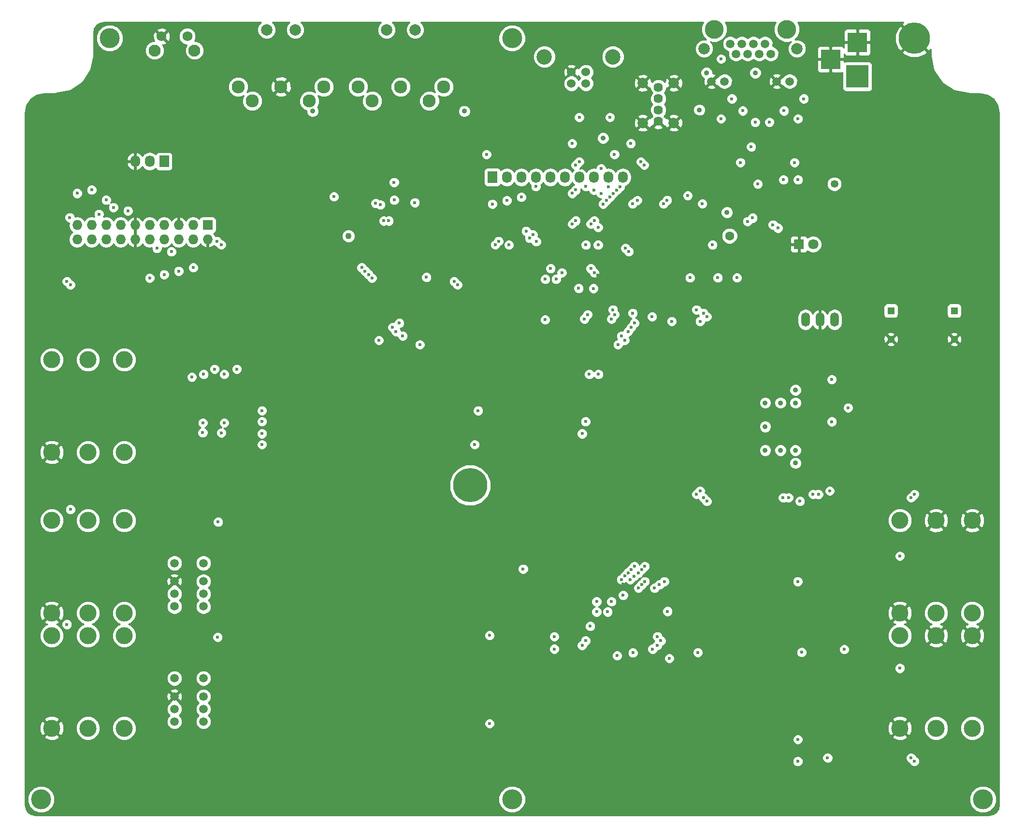
<source format=gbr>
G04 #@! TF.FileFunction,Copper,L2,Inr,Plane*
%FSLAX46Y46*%
G04 Gerber Fmt 4.6, Leading zero omitted, Abs format (unit mm)*
G04 Created by KiCad (PCBNEW no-vcs-found-product) date Tue 08 Dec 2015 09:39:45 PM BRST*
%MOMM*%
G01*
G04 APERTURE LIST*
%ADD10C,0.100000*%
%ADD11C,2.300000*%
%ADD12C,2.000000*%
%ADD13C,1.600000*%
%ADD14C,1.100000*%
%ADD15R,1.300000X1.300000*%
%ADD16C,1.300000*%
%ADD17C,1.620000*%
%ADD18C,1.850000*%
%ADD19R,1.727200X2.032000*%
%ADD20O,1.727200X2.032000*%
%ADD21C,2.100000*%
%ADD22C,1.750000*%
%ADD23C,1.501140*%
%ADD24C,3.300000*%
%ADD25C,3.000000*%
%ADD26R,4.000000X4.000000*%
%ADD27R,3.500000X3.500000*%
%ADD28C,3.500000*%
%ADD29C,1.500000*%
%ADD30C,1.524000*%
%ADD31C,2.700020*%
%ADD32R,1.727200X1.727200*%
%ADD33O,1.727200X1.727200*%
%ADD34C,6.000000*%
%ADD35C,5.500000*%
%ADD36O,1.501140X2.499360*%
%ADD37R,1.800000X1.800000*%
%ADD38C,1.800000*%
%ADD39C,0.600000*%
%ADD40C,0.900000*%
%ADD41C,1.350000*%
%ADD42C,0.254000*%
G04 APERTURE END LIST*
D10*
D11*
X56014740Y-11011540D03*
D12*
X48514740Y1488460D03*
D11*
X58514740Y-8511540D03*
X51014740Y-8511540D03*
X43514740Y-8511540D03*
X46014740Y-11011540D03*
D12*
X53514740Y1488460D03*
D11*
X35010720Y-11011540D03*
D12*
X27510720Y1488460D03*
D11*
X37510720Y-8511540D03*
X30010720Y-8511540D03*
X22510720Y-8511540D03*
X25010720Y-11011540D03*
D12*
X32510720Y1488460D03*
D13*
X108606860Y-34671000D03*
D14*
X41806860Y-34671000D03*
D15*
X136878060Y-47807880D03*
D16*
X136878060Y-52807880D03*
D15*
X147977860Y-47807880D03*
D16*
X147977860Y-52807880D03*
D17*
X96136460Y-8590280D03*
X96136460Y-10590280D03*
X96136460Y-12590280D03*
D18*
X98856460Y-7860280D03*
D17*
X96136460Y-14590280D03*
D18*
X98856460Y-14860280D03*
X93416460Y-7860280D03*
X93416460Y-14860280D03*
D19*
X67053460Y-24384380D03*
D20*
X69593460Y-24384380D03*
X72133460Y-24384380D03*
X74673460Y-24384380D03*
X77213460Y-24384380D03*
X79753460Y-24384380D03*
X82293460Y-24384380D03*
X84833460Y-24384380D03*
X87373460Y-24384380D03*
X89913460Y-24384380D03*
D19*
X9547860Y-21595080D03*
D20*
X7007860Y-21595080D03*
X4467860Y-21595080D03*
D21*
X14865900Y-2154720D03*
D22*
X13605900Y335280D03*
X9105900Y335280D03*
D21*
X7855900Y-2154720D03*
D12*
X120418860Y-1859280D03*
D23*
X105432860Y-7574280D03*
X107718860Y-7574280D03*
X116862860Y-7574280D03*
X119148860Y-7574280D03*
X115846860Y-2748280D03*
X113814860Y-2748280D03*
X111782860Y-2748280D03*
X109750860Y-2748280D03*
X112798860Y-970280D03*
X110766860Y-970280D03*
X114830860Y-970280D03*
X108734860Y-970280D03*
D24*
X105940860Y1569720D03*
X118640860Y1569720D03*
D12*
X104162860Y-1859280D03*
D25*
X-3792220Y-56393680D03*
X2557780Y-56393680D03*
X-10142220Y-56393680D03*
X-3792220Y-72623680D03*
X2557780Y-72623680D03*
X-10142220Y-72623680D03*
X144802860Y-100817080D03*
X138452860Y-100817080D03*
X151152860Y-100817080D03*
X144802860Y-84587080D03*
X138452860Y-84587080D03*
X151152860Y-84587080D03*
X144802860Y-121022780D03*
X138452860Y-121022780D03*
X151152860Y-121022780D03*
X144802860Y-104792780D03*
X138452860Y-104792780D03*
X151152860Y-104792780D03*
X-3792220Y-84592760D03*
X2557780Y-84592760D03*
X-10142220Y-84592760D03*
X-3792220Y-100822760D03*
X2557780Y-100822760D03*
X-10142220Y-100822760D03*
X-3792220Y-104790840D03*
X2557780Y-104790840D03*
X-10142220Y-104790840D03*
X-3792220Y-121020840D03*
X2557780Y-121020840D03*
X-10142220Y-121020840D03*
D26*
X131008120Y-6715760D03*
D27*
X131008120Y-713220D03*
X126308120Y-3713220D03*
D28*
X70500240Y-133502400D03*
X70500240Y0D03*
X-11998960Y-133499860D03*
X152999440Y-133502400D03*
X0Y0D03*
D29*
X16431260Y-92080080D03*
X11351260Y-92080080D03*
X11351260Y-95280080D03*
X11351260Y-97480080D03*
X11351260Y-99680080D03*
X16431260Y-95280080D03*
X16431260Y-97480080D03*
X16431260Y-99680080D03*
X16431260Y-112273080D03*
X11351260Y-112273080D03*
X11351260Y-115473080D03*
X11351260Y-117673080D03*
X11351260Y-119873080D03*
X16431260Y-115473080D03*
X16431260Y-117673080D03*
X16431260Y-119873080D03*
D30*
X83433920Y-7947660D03*
X80893920Y-7947660D03*
X80893920Y-5948680D03*
X83433920Y-5948680D03*
D31*
X88163400Y-3248660D03*
X76164440Y-3248660D03*
D32*
X17173180Y-32769700D03*
D33*
X17173180Y-35309700D03*
X14633180Y-32769700D03*
X14633180Y-35309700D03*
X12093180Y-32769700D03*
X12093180Y-35309700D03*
X9553180Y-32769700D03*
X9553180Y-35309700D03*
X7013180Y-32769700D03*
X7013180Y-35309700D03*
X4473180Y-32769700D03*
X4473180Y-35309700D03*
X1933180Y-32769700D03*
X1933180Y-35309700D03*
X-606820Y-32769700D03*
X-606820Y-35309700D03*
X-3146820Y-32769700D03*
X-3146820Y-35309700D03*
X-5686820Y-32769700D03*
X-5686820Y-35309700D03*
D34*
X63157100Y-78409800D03*
D35*
X141010640Y-15240D03*
D36*
X124457460Y-49357280D03*
X126997460Y-49357280D03*
X121917460Y-49357280D03*
D37*
X120774460Y-36149280D03*
D38*
X123274460Y-36149280D03*
D39*
X75516740Y-92278200D03*
X82781140Y-26949400D03*
X102059740Y-33096200D03*
X93956860Y-33096200D03*
X103253540Y-33096200D03*
X96954340Y-40462200D03*
X104752140Y-40462200D03*
X85549740Y-41554400D03*
X89766140Y-41554400D03*
X77269340Y-47167800D03*
X90070940Y-28981400D03*
X71147940Y-40386000D03*
X136654540Y-4216400D03*
X119153940Y-15113000D03*
X119636540Y-23114000D03*
X115318540Y-25577800D03*
X105768140Y-13157200D03*
X110873540Y-14808200D03*
X104980740Y-121945400D03*
X49405540Y-103911400D03*
X49405540Y-121640600D03*
X13464540Y-74295000D03*
X20906740Y-63220600D03*
X22329140Y-70510400D03*
X24437340Y-73736200D03*
X15496540Y-60350400D03*
X24488140Y-61671200D03*
X16995140Y-108686600D03*
X17071340Y-88493600D03*
X11356340Y-87249000D03*
X11330940Y-107442000D03*
X70589140Y-100025200D03*
X63832740Y-95986600D03*
X63680340Y-107467400D03*
X69573140Y-109016800D03*
X63680340Y-122936000D03*
X69573140Y-124485400D03*
X70563740Y-115519200D03*
X127916940Y-120853200D03*
X115978940Y-98704400D03*
X127916940Y-97205800D03*
X130914140Y-59867800D03*
X124995940Y-57277000D03*
X119433340Y-108813600D03*
X85651340Y-104140000D03*
X86768940Y-111404400D03*
X86413340Y-95504000D03*
X89969340Y-95707200D03*
X90629740Y-108026200D03*
X92128340Y-101828600D03*
X88826340Y-113665000D03*
X95684340Y-113182400D03*
X93144340Y-113207800D03*
X91874340Y-113207800D03*
X101145340Y-102514400D03*
X126824740Y-107315000D03*
X126824740Y-111125000D03*
X117604540Y-89382600D03*
X122836940Y-89382600D03*
X76151740Y-12039600D03*
X74551540Y-9321800D03*
X106250740Y-25019000D03*
X84914740Y-16154400D03*
X87581740Y-15011400D03*
X90147140Y-13995400D03*
X43842940Y-28981400D03*
X59844940Y-23266400D03*
X53748940Y-40360600D03*
X39270940Y-15570200D03*
X147017740Y-34594800D03*
X131752340Y-34645600D03*
X126519940Y-67259200D03*
X126519940Y-59867800D03*
X129390140Y-64820800D03*
X120550940Y-95300800D03*
X120576340Y-123012200D03*
X128704340Y-107213400D03*
X121236740Y-107721400D03*
X66550540Y-120218200D03*
X72443340Y-93091000D03*
X66550540Y-104749600D03*
D40*
X117528340Y-63957200D03*
X114861340Y-63957200D03*
X117528340Y-72288400D03*
X114861340Y-72288400D03*
X120144540Y-72288400D03*
X120169940Y-61722000D03*
X114861340Y-68122800D03*
X120169940Y-63957200D03*
D39*
X84025740Y-58953400D03*
X85625940Y-58953400D03*
X16461740Y-58953400D03*
X20068540Y-58953400D03*
D40*
X120169940Y-74523600D03*
D39*
X103050340Y-107746800D03*
X98046540Y-108788200D03*
X91671140Y-107797600D03*
X88902540Y-108305600D03*
D40*
X108155740Y-30556200D03*
X86438740Y-17526000D03*
X35562540Y-12801600D03*
X62130940Y-12801600D03*
D39*
X97741740Y-100533200D03*
X89969340Y-97713800D03*
X84762340Y-43891200D03*
X84203540Y-103149400D03*
X88445340Y-20370800D03*
X121617740Y-10617200D03*
X109019340Y-10617200D03*
X112397540Y-19050000D03*
X113540540Y-25577800D03*
X103837740Y-29032200D03*
X101272340Y-27609800D03*
X55501540Y-41935400D03*
X82171540Y-43865800D03*
X76304140Y-49377600D03*
X76329540Y-42265600D03*
X78209140Y-42265600D03*
X49837340Y-25273000D03*
X66017140Y-20396200D03*
X95963740Y-104952800D03*
X77904340Y-104952800D03*
X95125540Y-107137200D03*
X77904340Y-107137200D03*
X95963740Y-106502200D03*
X82776060Y-106507280D03*
X82776060Y-69372480D03*
X26692860Y-69372480D03*
X26692860Y-67238880D03*
X83385660Y-67238880D03*
X83385660Y-105694480D03*
X96573340Y-105689400D03*
X16309340Y-69189600D03*
X19560540Y-69215000D03*
X16334740Y-67462400D03*
X20068540Y-67462400D03*
X120550940Y-126847600D03*
X140992860Y-126852680D03*
X140992860Y-80015080D03*
X124183140Y-80010000D03*
X138452860Y-90835480D03*
X138452860Y-110520480D03*
X14399260Y-59441080D03*
X85570060Y-33177480D03*
X85570060Y-36250880D03*
X105615740Y-36245800D03*
X67053460Y-29088080D03*
X86459060Y-29088080D03*
X69593460Y-28478480D03*
X87043260Y-28478480D03*
X72133460Y-27868880D03*
X87652860Y-27868880D03*
X86103460Y-22839680D03*
X86103460Y-27259280D03*
X88237060Y-27259280D03*
X84833460Y-26649680D03*
X88846660Y-26649680D03*
X87373460Y-26040080D03*
X89456260Y-26040080D03*
X74673460Y-26014680D03*
X83436460Y-26014680D03*
X69949060Y-36250880D03*
X83436460Y-36250880D03*
X22278340Y-58039000D03*
X18392140Y-58039000D03*
X89054940Y-53746400D03*
X54353460Y-53751480D03*
X88470740Y-48463200D03*
X83741260Y-48468280D03*
X87911940Y-49250600D03*
X87911940Y-98831400D03*
X85316060Y-98836480D03*
X83187540Y-49225200D03*
X107134660Y-3637280D03*
X109908340Y-42011600D03*
X106555540Y-42011600D03*
X101678740Y-42011600D03*
X91386660Y-50703480D03*
X91386660Y-93197680D03*
X93195140Y-93192600D03*
X93195140Y-95859600D03*
X96319340Y-95859600D03*
X49565560Y-50703480D03*
X91945460Y-49966880D03*
X91945460Y-92638880D03*
X93753940Y-92633800D03*
X93753940Y-95300800D03*
X97182940Y-95300800D03*
X50759360Y-49954180D03*
X92636340Y-93802200D03*
X92636340Y-96443800D03*
X95455740Y-96443800D03*
X90827860Y-93781880D03*
X50162460Y-51465480D03*
X90827860Y-51465480D03*
X91894660Y-94366080D03*
X90269060Y-52989480D03*
X90269060Y-94340680D03*
X47165260Y-52989480D03*
X91183460Y-94975680D03*
X89659460Y-52227480D03*
X89659460Y-94950280D03*
X51356260Y-52227480D03*
X26692860Y-71277480D03*
X63954660Y-71277480D03*
X26692860Y-65333880D03*
X64564260Y-65333880D03*
X14653260Y-40238680D03*
X44168060Y-40238680D03*
X12087860Y-40848280D03*
X44752260Y-40848280D03*
X9547860Y-41457880D03*
X45361860Y-41457880D03*
X7007860Y-42067480D03*
X45946060Y-42067480D03*
X49857660Y-28376880D03*
X-612140Y-28376880D03*
X46606460Y-28961080D03*
X657860Y-29672280D03*
X47444660Y-29215080D03*
X3197860Y-30281880D03*
X119987060Y-21798280D03*
X110512860Y-21798280D03*
X111757460Y-32136080D03*
X74165460Y-34447480D03*
X117091460Y-33304480D03*
X74749660Y-35666680D03*
X116202460Y-32720280D03*
X73555860Y-35057080D03*
X112646460Y-31526480D03*
X72971660Y-33837880D03*
X93063060Y-21671280D03*
X82268060Y-21671280D03*
X82268060Y-13873480D03*
X87652860Y-13873480D03*
X93647260Y-22255480D03*
X81658460Y-22255480D03*
X97030540Y-29057600D03*
X91615260Y-29062680D03*
X97665540Y-28422600D03*
X92453460Y-28427680D03*
X18793460Y-35615880D03*
X68145660Y-35615880D03*
X19555460Y-36225480D03*
X67561460Y-36225480D03*
X10817860Y-37444680D03*
X90954860Y-37444680D03*
X8277860Y-36835080D03*
X90370660Y-36835080D03*
X48054260Y-32034480D03*
X-6987540Y-31450280D03*
X48892460Y-32034480D03*
X-1882140Y-30866080D03*
X53464460Y-28834080D03*
X39291260Y-27792680D03*
X91315540Y-18465800D03*
X81028540Y-18465800D03*
D41*
X126977140Y-25577800D03*
D40*
X103329740Y-12573000D03*
X113108740Y-6070600D03*
X104574340Y-6070600D03*
D39*
X125783340Y-126238000D03*
X140408660Y-126243080D03*
X140408660Y-80599280D03*
X118950740Y-80594200D03*
X79220060Y-41127680D03*
X84909660Y-41127680D03*
X84909660Y-32009080D03*
X81658460Y-32009080D03*
X-3152140Y-26598880D03*
X81658460Y-26598880D03*
X77264260Y-40391080D03*
X84300060Y-40391080D03*
X81048860Y-27208480D03*
X-5692140Y-27208480D03*
X84300060Y-32593280D03*
X81048860Y-32593280D03*
X-6880860Y-82651600D03*
X19001740Y-84861400D03*
X-6885940Y-43261280D03*
X60957460Y-43261280D03*
X-7490460Y-102819200D03*
X18925540Y-105054400D03*
X-7495540Y-42651680D03*
X60347860Y-42651680D03*
X107109260Y-14127480D03*
X120596660Y-14127480D03*
X120596660Y-24820880D03*
X118056660Y-24820880D03*
X87246460Y-100614480D03*
X85316060Y-100614480D03*
X126159260Y-79405480D03*
X103451660Y-79405480D03*
X103451660Y-49662080D03*
X98473260Y-49662080D03*
X104035860Y-48214280D03*
X91640660Y-48214280D03*
X117980460Y-80599280D03*
X104035860Y-80599280D03*
X120952260Y-81208880D03*
X104620060Y-81208880D03*
X104620060Y-48849280D03*
X95044260Y-48849280D03*
X123212860Y-79989680D03*
X102816660Y-79989680D03*
X102816660Y-47630080D03*
X88186260Y-47630080D03*
X118158260Y-12730480D03*
X110919260Y-12730480D03*
X115592860Y-14737080D03*
X113103660Y-14737080D03*
D42*
G36*
X26125442Y2415823D02*
X25876004Y1815108D01*
X25875436Y1164665D01*
X26123826Y563517D01*
X26583357Y103182D01*
X27184072Y-146256D01*
X27834515Y-146824D01*
X28435663Y101566D01*
X28895998Y561097D01*
X29145436Y1161812D01*
X29146004Y1812255D01*
X28897614Y2413403D01*
X28504952Y2806752D01*
X31517055Y2806752D01*
X31125442Y2415823D01*
X30876004Y1815108D01*
X30875436Y1164665D01*
X31123826Y563517D01*
X31583357Y103182D01*
X32184072Y-146256D01*
X32834515Y-146824D01*
X33435663Y101566D01*
X33895998Y561097D01*
X34145436Y1161812D01*
X34146004Y1812255D01*
X33897614Y2413403D01*
X33504952Y2806752D01*
X47521075Y2806752D01*
X47129462Y2415823D01*
X46880024Y1815108D01*
X46879456Y1164665D01*
X47127846Y563517D01*
X47587377Y103182D01*
X48188092Y-146256D01*
X48838535Y-146824D01*
X49439683Y101566D01*
X49900018Y561097D01*
X50149456Y1161812D01*
X50150024Y1812255D01*
X49901634Y2413403D01*
X49508972Y2806752D01*
X52521075Y2806752D01*
X52129462Y2415823D01*
X51880024Y1815108D01*
X51879456Y1164665D01*
X52127846Y563517D01*
X52587377Y103182D01*
X53188092Y-146256D01*
X53838535Y-146824D01*
X54439683Y101566D01*
X54900018Y561097D01*
X55149456Y1161812D01*
X55150024Y1812255D01*
X54901634Y2413403D01*
X54508972Y2806752D01*
X103980359Y2806752D01*
X103656257Y2026229D01*
X103655464Y1117199D01*
X104002602Y277062D01*
X104513155Y-234383D01*
X104489508Y-224564D01*
X103839065Y-223996D01*
X103237917Y-472386D01*
X102777582Y-931917D01*
X102528144Y-1532632D01*
X102527576Y-2183075D01*
X102775966Y-2784223D01*
X103235497Y-3244558D01*
X103836212Y-3493996D01*
X104486655Y-3494564D01*
X105087803Y-3246174D01*
X105548138Y-2786643D01*
X105797576Y-2185928D01*
X105798144Y-1535485D01*
X105677985Y-1244678D01*
X107349050Y-1244678D01*
X107559546Y-1754117D01*
X107948973Y-2144224D01*
X108420169Y-2339882D01*
X108365531Y-2471464D01*
X108365050Y-3022678D01*
X108575546Y-3532117D01*
X108964973Y-3922224D01*
X109474044Y-4133609D01*
X110025258Y-4134090D01*
X110534697Y-3923594D01*
X110766923Y-3691773D01*
X110996973Y-3922224D01*
X111506044Y-4133609D01*
X112057258Y-4134090D01*
X112566697Y-3923594D01*
X112798923Y-3691773D01*
X113028973Y-3922224D01*
X113538044Y-4133609D01*
X114089258Y-4134090D01*
X114598697Y-3923594D01*
X114830923Y-3691773D01*
X115060973Y-3922224D01*
X115570044Y-4133609D01*
X116121258Y-4134090D01*
X116448273Y-3998970D01*
X123923120Y-3998970D01*
X123923120Y-5589529D01*
X124019793Y-5822918D01*
X124198421Y-6001547D01*
X124431810Y-6098220D01*
X126022370Y-6098220D01*
X126181120Y-5939470D01*
X126181120Y-3840220D01*
X126435120Y-3840220D01*
X126435120Y-5939470D01*
X126593870Y-6098220D01*
X128184430Y-6098220D01*
X128360680Y-6025215D01*
X128360680Y-8715760D01*
X128404958Y-8951077D01*
X128544030Y-9167201D01*
X128756230Y-9312191D01*
X129008120Y-9363200D01*
X133008120Y-9363200D01*
X133243437Y-9318922D01*
X133459561Y-9179850D01*
X133604551Y-8967650D01*
X133655560Y-8715760D01*
X133655560Y-4715760D01*
X133611282Y-4480443D01*
X133472210Y-4264319D01*
X133260010Y-4119329D01*
X133008120Y-4068320D01*
X129008120Y-4068320D01*
X128772803Y-4112598D01*
X128693120Y-4163873D01*
X128693120Y-3998970D01*
X128534370Y-3840220D01*
X126435120Y-3840220D01*
X126181120Y-3840220D01*
X124081870Y-3840220D01*
X123923120Y-3998970D01*
X116448273Y-3998970D01*
X116630697Y-3923594D01*
X117020804Y-3534167D01*
X117232189Y-3025096D01*
X117232670Y-2473882D01*
X117022174Y-1964443D01*
X116632747Y-1574336D01*
X116161551Y-1378678D01*
X116216189Y-1247096D01*
X116216670Y-695882D01*
X116006174Y-186443D01*
X115616747Y203664D01*
X115107676Y415049D01*
X114556462Y415530D01*
X114047023Y205034D01*
X113814797Y-26787D01*
X113584747Y203664D01*
X113075676Y415049D01*
X112524462Y415530D01*
X112015023Y205034D01*
X111782797Y-26787D01*
X111552747Y203664D01*
X111043676Y415049D01*
X110492462Y415530D01*
X109983023Y205034D01*
X109750797Y-26787D01*
X109520747Y203664D01*
X109011676Y415049D01*
X108460462Y415530D01*
X107951023Y205034D01*
X107560916Y-184393D01*
X107349531Y-693464D01*
X107349050Y-1244678D01*
X105677985Y-1244678D01*
X105549754Y-934337D01*
X105221890Y-605900D01*
X105484351Y-714883D01*
X106393381Y-715676D01*
X107233518Y-368538D01*
X107876859Y273681D01*
X108225463Y1113211D01*
X108226256Y2022241D01*
X107902102Y2806752D01*
X116680359Y2806752D01*
X116356257Y2026229D01*
X116355464Y1117199D01*
X116702602Y277062D01*
X117344821Y-366279D01*
X118184351Y-714883D01*
X119093381Y-715676D01*
X119360954Y-605117D01*
X119033582Y-931917D01*
X118784144Y-1532632D01*
X118783576Y-2183075D01*
X119031966Y-2784223D01*
X119491497Y-3244558D01*
X120092212Y-3493996D01*
X120742655Y-3494564D01*
X121343803Y-3246174D01*
X121804138Y-2786643D01*
X122053576Y-2185928D01*
X122053880Y-1836911D01*
X123923120Y-1836911D01*
X123923120Y-3427470D01*
X124081870Y-3586220D01*
X126181120Y-3586220D01*
X126181120Y-1486970D01*
X126435120Y-1486970D01*
X126435120Y-3586220D01*
X128534370Y-3586220D01*
X128693120Y-3427470D01*
X128693120Y-2758524D01*
X128719793Y-2822918D01*
X128898421Y-3001547D01*
X129131810Y-3098220D01*
X130722370Y-3098220D01*
X130881120Y-2939470D01*
X130881120Y-840220D01*
X131135120Y-840220D01*
X131135120Y-2939470D01*
X131293870Y-3098220D01*
X132884430Y-3098220D01*
X133117819Y-3001547D01*
X133296447Y-2822918D01*
X133393120Y-2589529D01*
X133393120Y-2431506D01*
X138773979Y-2431506D01*
X139086127Y-2880172D01*
X140328983Y-3398571D01*
X141675616Y-3401888D01*
X142921011Y-2889620D01*
X142935153Y-2880172D01*
X143247301Y-2431506D01*
X141010640Y-194845D01*
X138773979Y-2431506D01*
X133393120Y-2431506D01*
X133393120Y-998970D01*
X133234370Y-840220D01*
X131135120Y-840220D01*
X130881120Y-840220D01*
X128781870Y-840220D01*
X128623120Y-998970D01*
X128623120Y-1667916D01*
X128596447Y-1603522D01*
X128417819Y-1424893D01*
X128184430Y-1328220D01*
X126593870Y-1328220D01*
X126435120Y-1486970D01*
X126181120Y-1486970D01*
X126022370Y-1328220D01*
X124431810Y-1328220D01*
X124198421Y-1424893D01*
X124019793Y-1603522D01*
X123923120Y-1836911D01*
X122053880Y-1836911D01*
X122054144Y-1535485D01*
X121805754Y-934337D01*
X121552077Y-680216D01*
X137623992Y-680216D01*
X138136260Y-1925611D01*
X138145708Y-1939753D01*
X138594374Y-2251901D01*
X140831035Y-15240D01*
X138594374Y2221421D01*
X138145708Y1909273D01*
X137627309Y666417D01*
X137623992Y-680216D01*
X121552077Y-680216D01*
X121346223Y-474002D01*
X120745508Y-224564D01*
X120095065Y-223996D01*
X120066481Y-235807D01*
X120576859Y273681D01*
X120925463Y1113211D01*
X120925506Y1163089D01*
X128623120Y1163089D01*
X128623120Y-427470D01*
X128781870Y-586220D01*
X130881120Y-586220D01*
X130881120Y1513030D01*
X131135120Y1513030D01*
X131135120Y-586220D01*
X133234370Y-586220D01*
X133393120Y-427470D01*
X133393120Y1163089D01*
X133296447Y1396478D01*
X133117819Y1575107D01*
X132884430Y1671780D01*
X131293870Y1671780D01*
X131135120Y1513030D01*
X130881120Y1513030D01*
X130722370Y1671780D01*
X129131810Y1671780D01*
X128898421Y1575107D01*
X128719793Y1396478D01*
X128623120Y1163089D01*
X120925506Y1163089D01*
X120926256Y2022241D01*
X120602102Y2806752D01*
X139056253Y2806752D01*
X138773979Y2401026D01*
X141010640Y164365D01*
X141024783Y178507D01*
X141204388Y-1098D01*
X141190245Y-15240D01*
X143426906Y-2251901D01*
X143821808Y-1977158D01*
X143821808Y-3008246D01*
X143834968Y-3074406D01*
X143834968Y-3141883D01*
X144291691Y-5437984D01*
X144334058Y-5540265D01*
X144393972Y-5684913D01*
X145694609Y-7631453D01*
X145743831Y-7680675D01*
X145883599Y-7820444D01*
X147830140Y-9121080D01*
X147972024Y-9179850D01*
X148077068Y-9223361D01*
X150373169Y-9680084D01*
X150440650Y-9680084D01*
X150506805Y-9693243D01*
X152439324Y-9693243D01*
X153770265Y-9957984D01*
X154841374Y-10673675D01*
X155557068Y-11744786D01*
X155821810Y-13075733D01*
X155821810Y-134440759D01*
X155671249Y-135197681D01*
X155280714Y-135782157D01*
X154696241Y-136172689D01*
X153939324Y-136323249D01*
X-12925712Y-136323249D01*
X-13682629Y-136172689D01*
X-14267105Y-135782154D01*
X-14657637Y-135197681D01*
X-14808196Y-134440769D01*
X-14808196Y-133972185D01*
X-14384373Y-133972185D01*
X-14022044Y-134849089D01*
X-13351718Y-135520586D01*
X-12475447Y-135884445D01*
X-11526635Y-135885273D01*
X-10649731Y-135522944D01*
X-9978234Y-134852618D01*
X-9614375Y-133976347D01*
X-9614374Y-133974725D01*
X68114827Y-133974725D01*
X68477156Y-134851629D01*
X69147482Y-135523126D01*
X70023753Y-135886985D01*
X70972565Y-135887813D01*
X71849469Y-135525484D01*
X72520966Y-134855158D01*
X72884825Y-133978887D01*
X72884828Y-133974725D01*
X150614027Y-133974725D01*
X150976356Y-134851629D01*
X151646682Y-135523126D01*
X152522953Y-135886985D01*
X153471765Y-135887813D01*
X154348669Y-135525484D01*
X155020166Y-134855158D01*
X155384025Y-133978887D01*
X155384853Y-133030075D01*
X155022524Y-132153171D01*
X154352198Y-131481674D01*
X153475927Y-131117815D01*
X152527115Y-131116987D01*
X151650211Y-131479316D01*
X150978714Y-132149642D01*
X150614855Y-133025913D01*
X150614027Y-133974725D01*
X72884828Y-133974725D01*
X72885653Y-133030075D01*
X72523324Y-132153171D01*
X71852998Y-131481674D01*
X70976727Y-131117815D01*
X70027915Y-131116987D01*
X69151011Y-131479316D01*
X68479514Y-132149642D01*
X68115655Y-133025913D01*
X68114827Y-133974725D01*
X-9614374Y-133974725D01*
X-9613547Y-133027535D01*
X-9975876Y-132150631D01*
X-10646202Y-131479134D01*
X-11522473Y-131115275D01*
X-12471285Y-131114447D01*
X-13348189Y-131476776D01*
X-14019686Y-132147102D01*
X-14383545Y-133023373D01*
X-14384373Y-133972185D01*
X-14808196Y-133972185D01*
X-14808196Y-127032767D01*
X119615778Y-127032767D01*
X119757823Y-127376543D01*
X120020613Y-127639792D01*
X120364141Y-127782438D01*
X120736107Y-127782762D01*
X121079883Y-127640717D01*
X121343132Y-127377927D01*
X121485778Y-127034399D01*
X121486102Y-126662433D01*
X121387240Y-126423167D01*
X124848178Y-126423167D01*
X124990223Y-126766943D01*
X125253013Y-127030192D01*
X125596541Y-127172838D01*
X125968507Y-127173162D01*
X126312283Y-127031117D01*
X126575532Y-126768327D01*
X126716746Y-126428247D01*
X139473498Y-126428247D01*
X139615543Y-126772023D01*
X139878333Y-127035272D01*
X140093561Y-127124643D01*
X140199743Y-127381623D01*
X140462533Y-127644872D01*
X140806061Y-127787518D01*
X141178027Y-127787842D01*
X141521803Y-127645797D01*
X141785052Y-127383007D01*
X141927698Y-127039479D01*
X141928022Y-126667513D01*
X141785977Y-126323737D01*
X141523187Y-126060488D01*
X141307959Y-125971117D01*
X141201777Y-125714137D01*
X140938987Y-125450888D01*
X140595459Y-125308242D01*
X140223493Y-125307918D01*
X139879717Y-125449963D01*
X139616468Y-125712753D01*
X139473822Y-126056281D01*
X139473498Y-126428247D01*
X126716746Y-126428247D01*
X126718178Y-126424799D01*
X126718502Y-126052833D01*
X126576457Y-125709057D01*
X126313667Y-125445808D01*
X125970139Y-125303162D01*
X125598173Y-125302838D01*
X125254397Y-125444883D01*
X124991148Y-125707673D01*
X124848502Y-126051201D01*
X124848178Y-126423167D01*
X121387240Y-126423167D01*
X121344057Y-126318657D01*
X121081267Y-126055408D01*
X120737739Y-125912762D01*
X120365773Y-125912438D01*
X120021997Y-126054483D01*
X119758748Y-126317273D01*
X119616102Y-126660801D01*
X119615778Y-127032767D01*
X-14808196Y-127032767D01*
X-14808196Y-123197367D01*
X119641178Y-123197367D01*
X119783223Y-123541143D01*
X120046013Y-123804392D01*
X120389541Y-123947038D01*
X120761507Y-123947362D01*
X121105283Y-123805317D01*
X121368532Y-123542527D01*
X121511178Y-123198999D01*
X121511502Y-122827033D01*
X121391560Y-122536750D01*
X137118495Y-122536750D01*
X137278278Y-122855519D01*
X138069047Y-123165503D01*
X138918247Y-123149277D01*
X139627442Y-122855519D01*
X139787225Y-122536750D01*
X138452860Y-121202385D01*
X137118495Y-122536750D01*
X121391560Y-122536750D01*
X121369457Y-122483257D01*
X121106667Y-122220008D01*
X120763139Y-122077362D01*
X120391173Y-122077038D01*
X120047397Y-122219083D01*
X119784148Y-122481873D01*
X119641502Y-122825401D01*
X119641178Y-123197367D01*
X-14808196Y-123197367D01*
X-14808196Y-122534810D01*
X-11476585Y-122534810D01*
X-11316802Y-122853579D01*
X-10526033Y-123163563D01*
X-9676833Y-123147337D01*
X-8967638Y-122853579D01*
X-8807855Y-122534810D01*
X-10142220Y-121200445D01*
X-11476585Y-122534810D01*
X-14808196Y-122534810D01*
X-14808196Y-120637027D01*
X-12284943Y-120637027D01*
X-12268717Y-121486227D01*
X-11974959Y-122195422D01*
X-11656190Y-122355205D01*
X-10321825Y-121020840D01*
X-9962615Y-121020840D01*
X-8628250Y-122355205D01*
X-8309481Y-122195422D01*
X-8014786Y-121443655D01*
X-5927590Y-121443655D01*
X-5603240Y-122228640D01*
X-5003179Y-122829749D01*
X-4218761Y-123155468D01*
X-3369405Y-123156210D01*
X-2584420Y-122831860D01*
X-1983311Y-122231799D01*
X-1657592Y-121447381D01*
X-1657589Y-121443655D01*
X422410Y-121443655D01*
X746760Y-122228640D01*
X1346821Y-122829749D01*
X2131239Y-123155468D01*
X2980595Y-123156210D01*
X3765580Y-122831860D01*
X4366689Y-122231799D01*
X4692408Y-121447381D01*
X4693150Y-120598025D01*
X4368800Y-119813040D01*
X3768739Y-119211931D01*
X2984321Y-118886212D01*
X2134965Y-118885470D01*
X1349980Y-119209820D01*
X748871Y-119809881D01*
X423152Y-120594299D01*
X422410Y-121443655D01*
X-1657589Y-121443655D01*
X-1656850Y-120598025D01*
X-1981200Y-119813040D01*
X-2581261Y-119211931D01*
X-3365679Y-118886212D01*
X-4215035Y-118885470D01*
X-5000020Y-119209820D01*
X-5601129Y-119809881D01*
X-5926848Y-120594299D01*
X-5927590Y-121443655D01*
X-8014786Y-121443655D01*
X-7999497Y-121404653D01*
X-8015723Y-120555453D01*
X-8309481Y-119846258D01*
X-8628250Y-119686475D01*
X-9962615Y-121020840D01*
X-10321825Y-121020840D01*
X-11656190Y-119686475D01*
X-11974959Y-119846258D01*
X-12284943Y-120637027D01*
X-14808196Y-120637027D01*
X-14808196Y-119506870D01*
X-11476585Y-119506870D01*
X-10142220Y-120841235D01*
X-8807855Y-119506870D01*
X-8967638Y-119188101D01*
X-9758407Y-118878117D01*
X-10607607Y-118894343D01*
X-11316802Y-119188101D01*
X-11476585Y-119506870D01*
X-14808196Y-119506870D01*
X-14808196Y-117947365D01*
X9966020Y-117947365D01*
X10176429Y-118456595D01*
X10492573Y-118773290D01*
X10177799Y-119087516D01*
X9966501Y-119596378D01*
X9966020Y-120147365D01*
X10176429Y-120656595D01*
X10565696Y-121046541D01*
X11074558Y-121257839D01*
X11625545Y-121258320D01*
X12134775Y-121047911D01*
X12524721Y-120658644D01*
X12736019Y-120149782D01*
X12736500Y-119598795D01*
X12526091Y-119089565D01*
X12209947Y-118772870D01*
X12524721Y-118458644D01*
X12736019Y-117949782D01*
X12736500Y-117398795D01*
X12526091Y-116889565D01*
X12136824Y-116499619D01*
X12128609Y-116496208D01*
X12143172Y-116444597D01*
X11351260Y-115652685D01*
X10559348Y-116444597D01*
X10573783Y-116495754D01*
X10567745Y-116498249D01*
X10177799Y-116887516D01*
X9966501Y-117396378D01*
X9966020Y-117947365D01*
X-14808196Y-117947365D01*
X-14808196Y-115268251D01*
X9954059Y-115268251D01*
X9982030Y-115818528D01*
X10138800Y-116197003D01*
X10379743Y-116264992D01*
X11171655Y-115473080D01*
X11530865Y-115473080D01*
X12322777Y-116264992D01*
X12563720Y-116197003D01*
X12723742Y-115747365D01*
X15046020Y-115747365D01*
X15256429Y-116256595D01*
X15572573Y-116573290D01*
X15257799Y-116887516D01*
X15046501Y-117396378D01*
X15046020Y-117947365D01*
X15256429Y-118456595D01*
X15572573Y-118773290D01*
X15257799Y-119087516D01*
X15046501Y-119596378D01*
X15046020Y-120147365D01*
X15256429Y-120656595D01*
X15645696Y-121046541D01*
X16154558Y-121257839D01*
X16705545Y-121258320D01*
X17214775Y-121047911D01*
X17604721Y-120658644D01*
X17710721Y-120403367D01*
X65615378Y-120403367D01*
X65757423Y-120747143D01*
X66020213Y-121010392D01*
X66363741Y-121153038D01*
X66735707Y-121153362D01*
X67079483Y-121011317D01*
X67342732Y-120748527D01*
X67388225Y-120638967D01*
X136310137Y-120638967D01*
X136326363Y-121488167D01*
X136620121Y-122197362D01*
X136938890Y-122357145D01*
X138273255Y-121022780D01*
X138632465Y-121022780D01*
X139966830Y-122357145D01*
X140285599Y-122197362D01*
X140580294Y-121445595D01*
X142667490Y-121445595D01*
X142991840Y-122230580D01*
X143591901Y-122831689D01*
X144376319Y-123157408D01*
X145225675Y-123158150D01*
X146010660Y-122833800D01*
X146611769Y-122233739D01*
X146937488Y-121449321D01*
X146937491Y-121445595D01*
X149017490Y-121445595D01*
X149341840Y-122230580D01*
X149941901Y-122831689D01*
X150726319Y-123157408D01*
X151575675Y-123158150D01*
X152360660Y-122833800D01*
X152961769Y-122233739D01*
X153287488Y-121449321D01*
X153288230Y-120599965D01*
X152963880Y-119814980D01*
X152363819Y-119213871D01*
X151579401Y-118888152D01*
X150730045Y-118887410D01*
X149945060Y-119211760D01*
X149343951Y-119811821D01*
X149018232Y-120596239D01*
X149017490Y-121445595D01*
X146937491Y-121445595D01*
X146938230Y-120599965D01*
X146613880Y-119814980D01*
X146013819Y-119213871D01*
X145229401Y-118888152D01*
X144380045Y-118887410D01*
X143595060Y-119211760D01*
X142993951Y-119811821D01*
X142668232Y-120596239D01*
X142667490Y-121445595D01*
X140580294Y-121445595D01*
X140595583Y-121406593D01*
X140579357Y-120557393D01*
X140285599Y-119848198D01*
X139966830Y-119688415D01*
X138632465Y-121022780D01*
X138273255Y-121022780D01*
X136938890Y-119688415D01*
X136620121Y-119848198D01*
X136310137Y-120638967D01*
X67388225Y-120638967D01*
X67485378Y-120404999D01*
X67485702Y-120033033D01*
X67343657Y-119689257D01*
X67163525Y-119508810D01*
X137118495Y-119508810D01*
X138452860Y-120843175D01*
X139787225Y-119508810D01*
X139627442Y-119190041D01*
X138836673Y-118880057D01*
X137987473Y-118896283D01*
X137278278Y-119190041D01*
X137118495Y-119508810D01*
X67163525Y-119508810D01*
X67080867Y-119426008D01*
X66737339Y-119283362D01*
X66365373Y-119283038D01*
X66021597Y-119425083D01*
X65758348Y-119687873D01*
X65615702Y-120031401D01*
X65615378Y-120403367D01*
X17710721Y-120403367D01*
X17816019Y-120149782D01*
X17816500Y-119598795D01*
X17606091Y-119089565D01*
X17289947Y-118772870D01*
X17604721Y-118458644D01*
X17816019Y-117949782D01*
X17816500Y-117398795D01*
X17606091Y-116889565D01*
X17289947Y-116572870D01*
X17604721Y-116258644D01*
X17816019Y-115749782D01*
X17816500Y-115198795D01*
X17606091Y-114689565D01*
X17216824Y-114299619D01*
X16707962Y-114088321D01*
X16156975Y-114087840D01*
X15647745Y-114298249D01*
X15257799Y-114687516D01*
X15046501Y-115196378D01*
X15046020Y-115747365D01*
X12723742Y-115747365D01*
X12748461Y-115677909D01*
X12720490Y-115127632D01*
X12563720Y-114749157D01*
X12322777Y-114681168D01*
X11530865Y-115473080D01*
X11171655Y-115473080D01*
X10379743Y-114681168D01*
X10138800Y-114749157D01*
X9954059Y-115268251D01*
X-14808196Y-115268251D01*
X-14808196Y-114501563D01*
X10559348Y-114501563D01*
X11351260Y-115293475D01*
X12143172Y-114501563D01*
X12075183Y-114260620D01*
X11556089Y-114075879D01*
X11005812Y-114103850D01*
X10627337Y-114260620D01*
X10559348Y-114501563D01*
X-14808196Y-114501563D01*
X-14808196Y-112547365D01*
X9966020Y-112547365D01*
X10176429Y-113056595D01*
X10565696Y-113446541D01*
X11074558Y-113657839D01*
X11625545Y-113658320D01*
X12134775Y-113447911D01*
X12524721Y-113058644D01*
X12736019Y-112549782D01*
X12736021Y-112547365D01*
X15046020Y-112547365D01*
X15256429Y-113056595D01*
X15645696Y-113446541D01*
X16154558Y-113657839D01*
X16705545Y-113658320D01*
X17214775Y-113447911D01*
X17604721Y-113058644D01*
X17816019Y-112549782D01*
X17816500Y-111998795D01*
X17606091Y-111489565D01*
X17216824Y-111099619D01*
X16707962Y-110888321D01*
X16156975Y-110887840D01*
X15647745Y-111098249D01*
X15257799Y-111487516D01*
X15046501Y-111996378D01*
X15046020Y-112547365D01*
X12736021Y-112547365D01*
X12736500Y-111998795D01*
X12526091Y-111489565D01*
X12136824Y-111099619D01*
X11627962Y-110888321D01*
X11076975Y-110887840D01*
X10567745Y-111098249D01*
X10177799Y-111487516D01*
X9966501Y-111996378D01*
X9966020Y-112547365D01*
X-14808196Y-112547365D01*
X-14808196Y-110705647D01*
X137517698Y-110705647D01*
X137659743Y-111049423D01*
X137922533Y-111312672D01*
X138266061Y-111455318D01*
X138638027Y-111455642D01*
X138981803Y-111313597D01*
X139245052Y-111050807D01*
X139387698Y-110707279D01*
X139388022Y-110335313D01*
X139245977Y-109991537D01*
X138983187Y-109728288D01*
X138639659Y-109585642D01*
X138267693Y-109585318D01*
X137923917Y-109727363D01*
X137660668Y-109990153D01*
X137518022Y-110333681D01*
X137517698Y-110705647D01*
X-14808196Y-110705647D01*
X-14808196Y-108490767D01*
X87967378Y-108490767D01*
X88109423Y-108834543D01*
X88372213Y-109097792D01*
X88715741Y-109240438D01*
X89087707Y-109240762D01*
X89431483Y-109098717D01*
X89557051Y-108973367D01*
X97111378Y-108973367D01*
X97253423Y-109317143D01*
X97516213Y-109580392D01*
X97859741Y-109723038D01*
X98231707Y-109723362D01*
X98575483Y-109581317D01*
X98838732Y-109318527D01*
X98981378Y-108974999D01*
X98981702Y-108603033D01*
X98839657Y-108259257D01*
X98576867Y-107996008D01*
X98422640Y-107931967D01*
X102115178Y-107931967D01*
X102257223Y-108275743D01*
X102520013Y-108538992D01*
X102863541Y-108681638D01*
X103235507Y-108681962D01*
X103579283Y-108539917D01*
X103842532Y-108277127D01*
X103985178Y-107933599D01*
X103985201Y-107906567D01*
X120301578Y-107906567D01*
X120443623Y-108250343D01*
X120706413Y-108513592D01*
X121049941Y-108656238D01*
X121421907Y-108656562D01*
X121765683Y-108514517D01*
X122028932Y-108251727D01*
X122171578Y-107908199D01*
X122171902Y-107536233D01*
X122115020Y-107398567D01*
X127769178Y-107398567D01*
X127911223Y-107742343D01*
X128174013Y-108005592D01*
X128517541Y-108148238D01*
X128889507Y-108148562D01*
X129233283Y-108006517D01*
X129496532Y-107743727D01*
X129639178Y-107400199D01*
X129639502Y-107028233D01*
X129497457Y-106684457D01*
X129234667Y-106421208D01*
X128891139Y-106278562D01*
X128519173Y-106278238D01*
X128175397Y-106420283D01*
X127912148Y-106683073D01*
X127769502Y-107026601D01*
X127769178Y-107398567D01*
X122115020Y-107398567D01*
X122029857Y-107192457D01*
X121767067Y-106929208D01*
X121423539Y-106786562D01*
X121051573Y-106786238D01*
X120707797Y-106928283D01*
X120444548Y-107191073D01*
X120301902Y-107534601D01*
X120301578Y-107906567D01*
X103985201Y-107906567D01*
X103985502Y-107561633D01*
X103843457Y-107217857D01*
X103580667Y-106954608D01*
X103237139Y-106811962D01*
X102865173Y-106811638D01*
X102521397Y-106953683D01*
X102258148Y-107216473D01*
X102115502Y-107560001D01*
X102115178Y-107931967D01*
X98422640Y-107931967D01*
X98233339Y-107853362D01*
X97861373Y-107853038D01*
X97517597Y-107995083D01*
X97254348Y-108257873D01*
X97111702Y-108601401D01*
X97111378Y-108973367D01*
X89557051Y-108973367D01*
X89694732Y-108835927D01*
X89837378Y-108492399D01*
X89837702Y-108120433D01*
X89780820Y-107982767D01*
X90735978Y-107982767D01*
X90878023Y-108326543D01*
X91140813Y-108589792D01*
X91484341Y-108732438D01*
X91856307Y-108732762D01*
X92200083Y-108590717D01*
X92463332Y-108327927D01*
X92605978Y-107984399D01*
X92606302Y-107612433D01*
X92486450Y-107322367D01*
X94190378Y-107322367D01*
X94332423Y-107666143D01*
X94595213Y-107929392D01*
X94938741Y-108072038D01*
X95310707Y-108072362D01*
X95654483Y-107930317D01*
X95917732Y-107667527D01*
X96013354Y-107437244D01*
X96148907Y-107437362D01*
X96492683Y-107295317D01*
X96755932Y-107032527D01*
X96898578Y-106688999D01*
X96898685Y-106566642D01*
X97102283Y-106482517D01*
X97365532Y-106219727D01*
X97508178Y-105876199D01*
X97508502Y-105504233D01*
X97389240Y-105215595D01*
X136317490Y-105215595D01*
X136641840Y-106000580D01*
X137241901Y-106601689D01*
X138026319Y-106927408D01*
X138875675Y-106928150D01*
X139660660Y-106603800D01*
X139958228Y-106306750D01*
X143468495Y-106306750D01*
X143628278Y-106625519D01*
X144419047Y-106935503D01*
X145268247Y-106919277D01*
X145977442Y-106625519D01*
X146137225Y-106306750D01*
X149818495Y-106306750D01*
X149978278Y-106625519D01*
X150769047Y-106935503D01*
X151618247Y-106919277D01*
X152327442Y-106625519D01*
X152487225Y-106306750D01*
X151152860Y-104972385D01*
X149818495Y-106306750D01*
X146137225Y-106306750D01*
X144802860Y-104972385D01*
X143468495Y-106306750D01*
X139958228Y-106306750D01*
X140261769Y-106003739D01*
X140587488Y-105219321D01*
X140588195Y-104408967D01*
X142660137Y-104408967D01*
X142676363Y-105258167D01*
X142970121Y-105967362D01*
X143288890Y-106127145D01*
X144623255Y-104792780D01*
X144982465Y-104792780D01*
X146316830Y-106127145D01*
X146635599Y-105967362D01*
X146945583Y-105176593D01*
X146930916Y-104408967D01*
X149010137Y-104408967D01*
X149026363Y-105258167D01*
X149320121Y-105967362D01*
X149638890Y-106127145D01*
X150973255Y-104792780D01*
X151332465Y-104792780D01*
X152666830Y-106127145D01*
X152985599Y-105967362D01*
X153295583Y-105176593D01*
X153279357Y-104327393D01*
X152985599Y-103618198D01*
X152666830Y-103458415D01*
X151332465Y-104792780D01*
X150973255Y-104792780D01*
X149638890Y-103458415D01*
X149320121Y-103618198D01*
X149010137Y-104408967D01*
X146930916Y-104408967D01*
X146929357Y-104327393D01*
X146635599Y-103618198D01*
X146316830Y-103458415D01*
X144982465Y-104792780D01*
X144623255Y-104792780D01*
X143288890Y-103458415D01*
X142970121Y-103618198D01*
X142660137Y-104408967D01*
X140588195Y-104408967D01*
X140588230Y-104369965D01*
X140263880Y-103584980D01*
X139663819Y-102983871D01*
X139242914Y-102809096D01*
X139627442Y-102649819D01*
X139787225Y-102331050D01*
X138452860Y-100996685D01*
X137118495Y-102331050D01*
X137278278Y-102649819D01*
X137673481Y-102804740D01*
X137245060Y-102981760D01*
X136643951Y-103581821D01*
X136318232Y-104366239D01*
X136317490Y-105215595D01*
X97389240Y-105215595D01*
X97366457Y-105160457D01*
X97103667Y-104897208D01*
X96898863Y-104812166D01*
X96898902Y-104767633D01*
X96756857Y-104423857D01*
X96494067Y-104160608D01*
X96150539Y-104017962D01*
X95778573Y-104017638D01*
X95434797Y-104159683D01*
X95171548Y-104422473D01*
X95028902Y-104766001D01*
X95028578Y-105137967D01*
X95170623Y-105481743D01*
X95416149Y-105727698D01*
X95171548Y-105971873D01*
X95075926Y-106202156D01*
X94940373Y-106202038D01*
X94596597Y-106344083D01*
X94333348Y-106606873D01*
X94190702Y-106950401D01*
X94190378Y-107322367D01*
X92486450Y-107322367D01*
X92464257Y-107268657D01*
X92201467Y-107005408D01*
X91857939Y-106862762D01*
X91485973Y-106862438D01*
X91142197Y-107004483D01*
X90878948Y-107267273D01*
X90736302Y-107610801D01*
X90735978Y-107982767D01*
X89780820Y-107982767D01*
X89695657Y-107776657D01*
X89432867Y-107513408D01*
X89089339Y-107370762D01*
X88717373Y-107370438D01*
X88373597Y-107512483D01*
X88110348Y-107775273D01*
X87967702Y-108118801D01*
X87967378Y-108490767D01*
X-14808196Y-108490767D01*
X-14808196Y-107322367D01*
X76969178Y-107322367D01*
X77111223Y-107666143D01*
X77374013Y-107929392D01*
X77717541Y-108072038D01*
X78089507Y-108072362D01*
X78433283Y-107930317D01*
X78696532Y-107667527D01*
X78839178Y-107323999D01*
X78839502Y-106952033D01*
X78732244Y-106692447D01*
X81840898Y-106692447D01*
X81982943Y-107036223D01*
X82245733Y-107299472D01*
X82589261Y-107442118D01*
X82961227Y-107442442D01*
X83305003Y-107300397D01*
X83568252Y-107037607D01*
X83710898Y-106694079D01*
X83711005Y-106571722D01*
X83914603Y-106487597D01*
X84177852Y-106224807D01*
X84320498Y-105881279D01*
X84320822Y-105509313D01*
X84178777Y-105165537D01*
X83915987Y-104902288D01*
X83572459Y-104759642D01*
X83200493Y-104759318D01*
X82856717Y-104901363D01*
X82593468Y-105164153D01*
X82450822Y-105507681D01*
X82450715Y-105630038D01*
X82247117Y-105714163D01*
X81983868Y-105976953D01*
X81841222Y-106320481D01*
X81840898Y-106692447D01*
X78732244Y-106692447D01*
X78697457Y-106608257D01*
X78434667Y-106345008D01*
X78091139Y-106202362D01*
X77719173Y-106202038D01*
X77375397Y-106344083D01*
X77112148Y-106606873D01*
X76969502Y-106950401D01*
X76969178Y-107322367D01*
X-14808196Y-107322367D01*
X-14808196Y-105213655D01*
X-12277590Y-105213655D01*
X-11953240Y-105998640D01*
X-11353179Y-106599749D01*
X-10568761Y-106925468D01*
X-9719405Y-106926210D01*
X-8934420Y-106601860D01*
X-8333311Y-106001799D01*
X-8007592Y-105217381D01*
X-8006850Y-104368025D01*
X-8331200Y-103583040D01*
X-8908864Y-103004367D01*
X-8425622Y-103004367D01*
X-8283577Y-103348143D01*
X-8020787Y-103611392D01*
X-7677259Y-103754038D01*
X-7305293Y-103754362D01*
X-6961517Y-103612317D01*
X-6698268Y-103349527D01*
X-6555622Y-103005999D01*
X-6555298Y-102634033D01*
X-6697343Y-102290257D01*
X-6960133Y-102027008D01*
X-7303661Y-101884362D01*
X-7675627Y-101884038D01*
X-8019403Y-102026083D01*
X-8282652Y-102288873D01*
X-8425298Y-102632401D01*
X-8425622Y-103004367D01*
X-8908864Y-103004367D01*
X-8931261Y-102981931D01*
X-9342980Y-102810970D01*
X-8967638Y-102655499D01*
X-8807855Y-102336730D01*
X-10142220Y-101002365D01*
X-11476585Y-102336730D01*
X-11316802Y-102655499D01*
X-10931063Y-102806710D01*
X-11350020Y-102979820D01*
X-11951129Y-103579881D01*
X-12276848Y-104364299D01*
X-12277590Y-105213655D01*
X-14808196Y-105213655D01*
X-14808196Y-100438947D01*
X-12284943Y-100438947D01*
X-12268717Y-101288147D01*
X-11974959Y-101997342D01*
X-11656190Y-102157125D01*
X-10321825Y-100822760D01*
X-9962615Y-100822760D01*
X-8628250Y-102157125D01*
X-8309481Y-101997342D01*
X-8014786Y-101245575D01*
X-5927590Y-101245575D01*
X-5603240Y-102030560D01*
X-5003179Y-102631669D01*
X-4581349Y-102806828D01*
X-5000020Y-102979820D01*
X-5601129Y-103579881D01*
X-5926848Y-104364299D01*
X-5927590Y-105213655D01*
X-5603240Y-105998640D01*
X-5003179Y-106599749D01*
X-4218761Y-106925468D01*
X-3369405Y-106926210D01*
X-2584420Y-106601860D01*
X-1983311Y-106001799D01*
X-1657592Y-105217381D01*
X-1656850Y-104368025D01*
X-1981200Y-103583040D01*
X-2581261Y-102981931D01*
X-3003091Y-102806772D01*
X-2584420Y-102633780D01*
X-1983311Y-102033719D01*
X-1657592Y-101249301D01*
X-1657589Y-101245575D01*
X422410Y-101245575D01*
X746760Y-102030560D01*
X1346821Y-102631669D01*
X1768651Y-102806828D01*
X1349980Y-102979820D01*
X748871Y-103579881D01*
X423152Y-104364299D01*
X422410Y-105213655D01*
X746760Y-105998640D01*
X1346821Y-106599749D01*
X2131239Y-106925468D01*
X2980595Y-106926210D01*
X3765580Y-106601860D01*
X4366689Y-106001799D01*
X4683195Y-105239567D01*
X17990378Y-105239567D01*
X18132423Y-105583343D01*
X18395213Y-105846592D01*
X18738741Y-105989238D01*
X19110707Y-105989562D01*
X19454483Y-105847517D01*
X19717732Y-105584727D01*
X19860378Y-105241199D01*
X19860644Y-104934767D01*
X65615378Y-104934767D01*
X65757423Y-105278543D01*
X66020213Y-105541792D01*
X66363741Y-105684438D01*
X66735707Y-105684762D01*
X67079483Y-105542717D01*
X67342732Y-105279927D01*
X67401679Y-105137967D01*
X76969178Y-105137967D01*
X77111223Y-105481743D01*
X77374013Y-105744992D01*
X77717541Y-105887638D01*
X78089507Y-105887962D01*
X78433283Y-105745917D01*
X78696532Y-105483127D01*
X78839178Y-105139599D01*
X78839502Y-104767633D01*
X78697457Y-104423857D01*
X78434667Y-104160608D01*
X78091139Y-104017962D01*
X77719173Y-104017638D01*
X77375397Y-104159683D01*
X77112148Y-104422473D01*
X76969502Y-104766001D01*
X76969178Y-105137967D01*
X67401679Y-105137967D01*
X67485378Y-104936399D01*
X67485702Y-104564433D01*
X67343657Y-104220657D01*
X67080867Y-103957408D01*
X66737339Y-103814762D01*
X66365373Y-103814438D01*
X66021597Y-103956483D01*
X65758348Y-104219273D01*
X65615702Y-104562801D01*
X65615378Y-104934767D01*
X19860644Y-104934767D01*
X19860702Y-104869233D01*
X19718657Y-104525457D01*
X19455867Y-104262208D01*
X19112339Y-104119562D01*
X18740373Y-104119238D01*
X18396597Y-104261283D01*
X18133348Y-104524073D01*
X17990702Y-104867601D01*
X17990378Y-105239567D01*
X4683195Y-105239567D01*
X4692408Y-105217381D01*
X4693150Y-104368025D01*
X4368800Y-103583040D01*
X4120761Y-103334567D01*
X83268378Y-103334567D01*
X83410423Y-103678343D01*
X83673213Y-103941592D01*
X84016741Y-104084238D01*
X84388707Y-104084562D01*
X84732483Y-103942517D01*
X84995732Y-103679727D01*
X85138378Y-103336199D01*
X85138702Y-102964233D01*
X84996657Y-102620457D01*
X84733867Y-102357208D01*
X84390339Y-102214562D01*
X84018373Y-102214238D01*
X83674597Y-102356283D01*
X83411348Y-102619073D01*
X83268702Y-102962601D01*
X83268378Y-103334567D01*
X4120761Y-103334567D01*
X3768739Y-102981931D01*
X3346909Y-102806772D01*
X3765580Y-102633780D01*
X4366689Y-102033719D01*
X4692408Y-101249301D01*
X4693150Y-100399945D01*
X4368800Y-99614960D01*
X3768739Y-99013851D01*
X2984321Y-98688132D01*
X2134965Y-98687390D01*
X1349980Y-99011740D01*
X748871Y-99611801D01*
X423152Y-100396219D01*
X422410Y-101245575D01*
X-1657589Y-101245575D01*
X-1656850Y-100399945D01*
X-1981200Y-99614960D01*
X-2581261Y-99013851D01*
X-3365679Y-98688132D01*
X-4215035Y-98687390D01*
X-5000020Y-99011740D01*
X-5601129Y-99611801D01*
X-5926848Y-100396219D01*
X-5927590Y-101245575D01*
X-8014786Y-101245575D01*
X-7999497Y-101206573D01*
X-8015723Y-100357373D01*
X-8309481Y-99648178D01*
X-8628250Y-99488395D01*
X-9962615Y-100822760D01*
X-10321825Y-100822760D01*
X-11656190Y-99488395D01*
X-11974959Y-99648178D01*
X-12284943Y-100438947D01*
X-14808196Y-100438947D01*
X-14808196Y-99308790D01*
X-11476585Y-99308790D01*
X-10142220Y-100643155D01*
X-8807855Y-99308790D01*
X-8967638Y-98990021D01*
X-9758407Y-98680037D01*
X-10607607Y-98696263D01*
X-11316802Y-98990021D01*
X-11476585Y-99308790D01*
X-14808196Y-99308790D01*
X-14808196Y-97754365D01*
X9966020Y-97754365D01*
X10176429Y-98263595D01*
X10492573Y-98580290D01*
X10177799Y-98894516D01*
X9966501Y-99403378D01*
X9966020Y-99954365D01*
X10176429Y-100463595D01*
X10565696Y-100853541D01*
X11074558Y-101064839D01*
X11625545Y-101065320D01*
X12134775Y-100854911D01*
X12524721Y-100465644D01*
X12736019Y-99956782D01*
X12736500Y-99405795D01*
X12526091Y-98896565D01*
X12209947Y-98579870D01*
X12524721Y-98265644D01*
X12736019Y-97756782D01*
X12736500Y-97205795D01*
X12526091Y-96696565D01*
X12136824Y-96306619D01*
X12128609Y-96303208D01*
X12143172Y-96251597D01*
X11351260Y-95459685D01*
X10559348Y-96251597D01*
X10573783Y-96302754D01*
X10567745Y-96305249D01*
X10177799Y-96694516D01*
X9966501Y-97203378D01*
X9966020Y-97754365D01*
X-14808196Y-97754365D01*
X-14808196Y-95075251D01*
X9954059Y-95075251D01*
X9982030Y-95625528D01*
X10138800Y-96004003D01*
X10379743Y-96071992D01*
X11171655Y-95280080D01*
X11530865Y-95280080D01*
X12322777Y-96071992D01*
X12563720Y-96004003D01*
X12723742Y-95554365D01*
X15046020Y-95554365D01*
X15256429Y-96063595D01*
X15572573Y-96380290D01*
X15257799Y-96694516D01*
X15046501Y-97203378D01*
X15046020Y-97754365D01*
X15256429Y-98263595D01*
X15572573Y-98580290D01*
X15257799Y-98894516D01*
X15046501Y-99403378D01*
X15046020Y-99954365D01*
X15256429Y-100463595D01*
X15645696Y-100853541D01*
X16154558Y-101064839D01*
X16705545Y-101065320D01*
X17214775Y-100854911D01*
X17604721Y-100465644D01*
X17816019Y-99956782D01*
X17816500Y-99405795D01*
X17657774Y-99021647D01*
X84380898Y-99021647D01*
X84522943Y-99365423D01*
X84785733Y-99628672D01*
X85019021Y-99725542D01*
X84787117Y-99821363D01*
X84523868Y-100084153D01*
X84381222Y-100427681D01*
X84380898Y-100799647D01*
X84522943Y-101143423D01*
X84785733Y-101406672D01*
X85129261Y-101549318D01*
X85501227Y-101549642D01*
X85845003Y-101407597D01*
X86108252Y-101144807D01*
X86250898Y-100801279D01*
X86250899Y-100799647D01*
X86311298Y-100799647D01*
X86453343Y-101143423D01*
X86716133Y-101406672D01*
X87059661Y-101549318D01*
X87431627Y-101549642D01*
X87775403Y-101407597D01*
X88038652Y-101144807D01*
X88181298Y-100801279D01*
X88181370Y-100718367D01*
X96806578Y-100718367D01*
X96948623Y-101062143D01*
X97211413Y-101325392D01*
X97554941Y-101468038D01*
X97926907Y-101468362D01*
X98270683Y-101326317D01*
X98533932Y-101063527D01*
X98676578Y-100719999D01*
X98676827Y-100433267D01*
X136310137Y-100433267D01*
X136326363Y-101282467D01*
X136620121Y-101991662D01*
X136938890Y-102151445D01*
X138273255Y-100817080D01*
X138632465Y-100817080D01*
X139966830Y-102151445D01*
X140285599Y-101991662D01*
X140580294Y-101239895D01*
X142667490Y-101239895D01*
X142991840Y-102024880D01*
X143591901Y-102625989D01*
X144012806Y-102800764D01*
X143628278Y-102960041D01*
X143468495Y-103278810D01*
X144802860Y-104613175D01*
X146137225Y-103278810D01*
X145977442Y-102960041D01*
X145582239Y-102805120D01*
X146010660Y-102628100D01*
X146611769Y-102028039D01*
X146937488Y-101243621D01*
X146937491Y-101239895D01*
X149017490Y-101239895D01*
X149341840Y-102024880D01*
X149941901Y-102625989D01*
X150362806Y-102800764D01*
X149978278Y-102960041D01*
X149818495Y-103278810D01*
X151152860Y-104613175D01*
X152487225Y-103278810D01*
X152327442Y-102960041D01*
X151932239Y-102805120D01*
X152360660Y-102628100D01*
X152961769Y-102028039D01*
X153287488Y-101243621D01*
X153288230Y-100394265D01*
X152963880Y-99609280D01*
X152363819Y-99008171D01*
X151579401Y-98682452D01*
X150730045Y-98681710D01*
X149945060Y-99006060D01*
X149343951Y-99606121D01*
X149018232Y-100390539D01*
X149017490Y-101239895D01*
X146937491Y-101239895D01*
X146938230Y-100394265D01*
X146613880Y-99609280D01*
X146013819Y-99008171D01*
X145229401Y-98682452D01*
X144380045Y-98681710D01*
X143595060Y-99006060D01*
X142993951Y-99606121D01*
X142668232Y-100390539D01*
X142667490Y-101239895D01*
X140580294Y-101239895D01*
X140595583Y-101200893D01*
X140579357Y-100351693D01*
X140285599Y-99642498D01*
X139966830Y-99482715D01*
X138632465Y-100817080D01*
X138273255Y-100817080D01*
X136938890Y-99482715D01*
X136620121Y-99642498D01*
X136310137Y-100433267D01*
X98676827Y-100433267D01*
X98676902Y-100348033D01*
X98534857Y-100004257D01*
X98272067Y-99741008D01*
X97928539Y-99598362D01*
X97556573Y-99598038D01*
X97212797Y-99740083D01*
X96949548Y-100002873D01*
X96806902Y-100346401D01*
X96806578Y-100718367D01*
X88181370Y-100718367D01*
X88181622Y-100429313D01*
X88039577Y-100085537D01*
X87776787Y-99822288D01*
X87433259Y-99679642D01*
X87061293Y-99679318D01*
X86717517Y-99821363D01*
X86454268Y-100084153D01*
X86311622Y-100427681D01*
X86311298Y-100799647D01*
X86250899Y-100799647D01*
X86251222Y-100429313D01*
X86109177Y-100085537D01*
X85846387Y-99822288D01*
X85613099Y-99725418D01*
X85845003Y-99629597D01*
X86108252Y-99366807D01*
X86250898Y-99023279D01*
X86250903Y-99016567D01*
X86976778Y-99016567D01*
X87118823Y-99360343D01*
X87381613Y-99623592D01*
X87725141Y-99766238D01*
X88097107Y-99766562D01*
X88440883Y-99624517D01*
X88704132Y-99361727D01*
X88728472Y-99303110D01*
X137118495Y-99303110D01*
X138452860Y-100637475D01*
X139787225Y-99303110D01*
X139627442Y-98984341D01*
X138836673Y-98674357D01*
X137987473Y-98690583D01*
X137278278Y-98984341D01*
X137118495Y-99303110D01*
X88728472Y-99303110D01*
X88846778Y-99018199D01*
X88847102Y-98646233D01*
X88705057Y-98302457D01*
X88442267Y-98039208D01*
X88104531Y-97898967D01*
X89034178Y-97898967D01*
X89176223Y-98242743D01*
X89439013Y-98505992D01*
X89782541Y-98648638D01*
X90154507Y-98648962D01*
X90498283Y-98506917D01*
X90761532Y-98244127D01*
X90904178Y-97900599D01*
X90904502Y-97528633D01*
X90762457Y-97184857D01*
X90499667Y-96921608D01*
X90156139Y-96778962D01*
X89784173Y-96778638D01*
X89440397Y-96920683D01*
X89177148Y-97183473D01*
X89034502Y-97527001D01*
X89034178Y-97898967D01*
X88104531Y-97898967D01*
X88098739Y-97896562D01*
X87726773Y-97896238D01*
X87382997Y-98038283D01*
X87119748Y-98301073D01*
X86977102Y-98644601D01*
X86976778Y-99016567D01*
X86250903Y-99016567D01*
X86251222Y-98651313D01*
X86109177Y-98307537D01*
X85846387Y-98044288D01*
X85502859Y-97901642D01*
X85130893Y-97901318D01*
X84787117Y-98043363D01*
X84523868Y-98306153D01*
X84381222Y-98649681D01*
X84380898Y-99021647D01*
X17657774Y-99021647D01*
X17606091Y-98896565D01*
X17289947Y-98579870D01*
X17604721Y-98265644D01*
X17816019Y-97756782D01*
X17816500Y-97205795D01*
X17606091Y-96696565D01*
X17289947Y-96379870D01*
X17604721Y-96065644D01*
X17816019Y-95556782D01*
X17816386Y-95135447D01*
X88724298Y-95135447D01*
X88866343Y-95479223D01*
X89129133Y-95742472D01*
X89472661Y-95885118D01*
X89844627Y-95885442D01*
X90188403Y-95743397D01*
X90408936Y-95523248D01*
X90653133Y-95767872D01*
X90996661Y-95910518D01*
X91368627Y-95910842D01*
X91712403Y-95768797D01*
X91975652Y-95506007D01*
X92060685Y-95301225D01*
X92079827Y-95301242D01*
X92423603Y-95159197D01*
X92686852Y-94896407D01*
X92752918Y-94737302D01*
X92821507Y-94737362D01*
X93117384Y-94615108D01*
X92961748Y-94770473D01*
X92874587Y-94980378D01*
X92666197Y-95066483D01*
X92402948Y-95329273D01*
X92303056Y-95569839D01*
X92107397Y-95650683D01*
X91844148Y-95913473D01*
X91701502Y-96257001D01*
X91701178Y-96628967D01*
X91843223Y-96972743D01*
X92106013Y-97235992D01*
X92449541Y-97378638D01*
X92821507Y-97378962D01*
X93165283Y-97236917D01*
X93428532Y-96974127D01*
X93528424Y-96733561D01*
X93724083Y-96652717D01*
X93747874Y-96628967D01*
X94520578Y-96628967D01*
X94662623Y-96972743D01*
X94925413Y-97235992D01*
X95268941Y-97378638D01*
X95640907Y-97378962D01*
X95984683Y-97236917D01*
X96247932Y-96974127D01*
X96322477Y-96794603D01*
X96504507Y-96794762D01*
X96848283Y-96652717D01*
X97111532Y-96389927D01*
X97175534Y-96235794D01*
X97368107Y-96235962D01*
X97711883Y-96093917D01*
X97975132Y-95831127D01*
X98117778Y-95487599D01*
X98117779Y-95485967D01*
X119615778Y-95485967D01*
X119757823Y-95829743D01*
X120020613Y-96092992D01*
X120364141Y-96235638D01*
X120736107Y-96235962D01*
X121079883Y-96093917D01*
X121343132Y-95831127D01*
X121485778Y-95487599D01*
X121486102Y-95115633D01*
X121344057Y-94771857D01*
X121081267Y-94508608D01*
X120737739Y-94365962D01*
X120365773Y-94365638D01*
X120021997Y-94507683D01*
X119758748Y-94770473D01*
X119616102Y-95114001D01*
X119615778Y-95485967D01*
X98117779Y-95485967D01*
X98118102Y-95115633D01*
X97976057Y-94771857D01*
X97713267Y-94508608D01*
X97369739Y-94365962D01*
X96997773Y-94365638D01*
X96653997Y-94507683D01*
X96390748Y-94770473D01*
X96326746Y-94924606D01*
X96134173Y-94924438D01*
X95790397Y-95066483D01*
X95527148Y-95329273D01*
X95452603Y-95508797D01*
X95270573Y-95508638D01*
X94926797Y-95650683D01*
X94663548Y-95913473D01*
X94520902Y-96257001D01*
X94520578Y-96628967D01*
X93747874Y-96628967D01*
X93987332Y-96389927D01*
X94074493Y-96180022D01*
X94282883Y-96093917D01*
X94546132Y-95831127D01*
X94688778Y-95487599D01*
X94689102Y-95115633D01*
X94547057Y-94771857D01*
X94284267Y-94508608D01*
X93940739Y-94365962D01*
X93568773Y-94365638D01*
X93272896Y-94487892D01*
X93428532Y-94332527D01*
X93541155Y-94061301D01*
X93724083Y-93985717D01*
X93987332Y-93722927D01*
X94074493Y-93513022D01*
X94282883Y-93426917D01*
X94546132Y-93164127D01*
X94688778Y-92820599D01*
X94689102Y-92448633D01*
X94547057Y-92104857D01*
X94284267Y-91841608D01*
X93940739Y-91698962D01*
X93568773Y-91698638D01*
X93224997Y-91840683D01*
X92961748Y-92103473D01*
X92874587Y-92313378D01*
X92830213Y-92331713D01*
X92738577Y-92109937D01*
X92475787Y-91846688D01*
X92132259Y-91704042D01*
X91760293Y-91703718D01*
X91416517Y-91845763D01*
X91153268Y-92108553D01*
X91066107Y-92318458D01*
X90857717Y-92404563D01*
X90594468Y-92667353D01*
X90494576Y-92907919D01*
X90298917Y-92988763D01*
X90035668Y-93251553D01*
X89948507Y-93461458D01*
X89740117Y-93547563D01*
X89476868Y-93810353D01*
X89374766Y-94056242D01*
X89130517Y-94157163D01*
X88867268Y-94419953D01*
X88724622Y-94763481D01*
X88724298Y-95135447D01*
X17816386Y-95135447D01*
X17816500Y-95005795D01*
X17606091Y-94496565D01*
X17216824Y-94106619D01*
X16707962Y-93895321D01*
X16156975Y-93894840D01*
X15647745Y-94105249D01*
X15257799Y-94494516D01*
X15046501Y-95003378D01*
X15046020Y-95554365D01*
X12723742Y-95554365D01*
X12748461Y-95484909D01*
X12720490Y-94934632D01*
X12563720Y-94556157D01*
X12322777Y-94488168D01*
X11530865Y-95280080D01*
X11171655Y-95280080D01*
X10379743Y-94488168D01*
X10138800Y-94556157D01*
X9954059Y-95075251D01*
X-14808196Y-95075251D01*
X-14808196Y-94308563D01*
X10559348Y-94308563D01*
X11351260Y-95100475D01*
X12143172Y-94308563D01*
X12075183Y-94067620D01*
X11556089Y-93882879D01*
X11005812Y-93910850D01*
X10627337Y-94067620D01*
X10559348Y-94308563D01*
X-14808196Y-94308563D01*
X-14808196Y-92354365D01*
X9966020Y-92354365D01*
X10176429Y-92863595D01*
X10565696Y-93253541D01*
X11074558Y-93464839D01*
X11625545Y-93465320D01*
X12134775Y-93254911D01*
X12524721Y-92865644D01*
X12736019Y-92356782D01*
X12736021Y-92354365D01*
X15046020Y-92354365D01*
X15256429Y-92863595D01*
X15645696Y-93253541D01*
X16154558Y-93464839D01*
X16705545Y-93465320D01*
X17163331Y-93276167D01*
X71508178Y-93276167D01*
X71650223Y-93619943D01*
X71913013Y-93883192D01*
X72256541Y-94025838D01*
X72628507Y-94026162D01*
X72972283Y-93884117D01*
X73235532Y-93621327D01*
X73378178Y-93277799D01*
X73378502Y-92905833D01*
X73236457Y-92562057D01*
X72973667Y-92298808D01*
X72630139Y-92156162D01*
X72258173Y-92155838D01*
X71914397Y-92297883D01*
X71651148Y-92560673D01*
X71508502Y-92904201D01*
X71508178Y-93276167D01*
X17163331Y-93276167D01*
X17214775Y-93254911D01*
X17604721Y-92865644D01*
X17816019Y-92356782D01*
X17816500Y-91805795D01*
X17606091Y-91296565D01*
X17330654Y-91020647D01*
X137517698Y-91020647D01*
X137659743Y-91364423D01*
X137922533Y-91627672D01*
X138266061Y-91770318D01*
X138638027Y-91770642D01*
X138981803Y-91628597D01*
X139245052Y-91365807D01*
X139387698Y-91022279D01*
X139388022Y-90650313D01*
X139245977Y-90306537D01*
X138983187Y-90043288D01*
X138639659Y-89900642D01*
X138267693Y-89900318D01*
X137923917Y-90042363D01*
X137660668Y-90305153D01*
X137518022Y-90648681D01*
X137517698Y-91020647D01*
X17330654Y-91020647D01*
X17216824Y-90906619D01*
X16707962Y-90695321D01*
X16156975Y-90694840D01*
X15647745Y-90905249D01*
X15257799Y-91294516D01*
X15046501Y-91803378D01*
X15046020Y-92354365D01*
X12736021Y-92354365D01*
X12736500Y-91805795D01*
X12526091Y-91296565D01*
X12136824Y-90906619D01*
X11627962Y-90695321D01*
X11076975Y-90694840D01*
X10567745Y-90905249D01*
X10177799Y-91294516D01*
X9966501Y-91803378D01*
X9966020Y-92354365D01*
X-14808196Y-92354365D01*
X-14808196Y-85015575D01*
X-12277590Y-85015575D01*
X-11953240Y-85800560D01*
X-11353179Y-86401669D01*
X-10568761Y-86727388D01*
X-9719405Y-86728130D01*
X-8934420Y-86403780D01*
X-8333311Y-85803719D01*
X-8007592Y-85019301D01*
X-8007589Y-85015575D01*
X-5927590Y-85015575D01*
X-5603240Y-85800560D01*
X-5003179Y-86401669D01*
X-4218761Y-86727388D01*
X-3369405Y-86728130D01*
X-2584420Y-86403780D01*
X-1983311Y-85803719D01*
X-1657592Y-85019301D01*
X-1657589Y-85015575D01*
X422410Y-85015575D01*
X746760Y-85800560D01*
X1346821Y-86401669D01*
X2131239Y-86727388D01*
X2980595Y-86728130D01*
X3765580Y-86403780D01*
X4366689Y-85803719D01*
X4681086Y-85046567D01*
X18066578Y-85046567D01*
X18208623Y-85390343D01*
X18471413Y-85653592D01*
X18814941Y-85796238D01*
X19186907Y-85796562D01*
X19530683Y-85654517D01*
X19793932Y-85391727D01*
X19936578Y-85048199D01*
X19936611Y-85009895D01*
X136317490Y-85009895D01*
X136641840Y-85794880D01*
X137241901Y-86395989D01*
X138026319Y-86721708D01*
X138875675Y-86722450D01*
X139660660Y-86398100D01*
X139958228Y-86101050D01*
X143468495Y-86101050D01*
X143628278Y-86419819D01*
X144419047Y-86729803D01*
X145268247Y-86713577D01*
X145977442Y-86419819D01*
X146137225Y-86101050D01*
X149818495Y-86101050D01*
X149978278Y-86419819D01*
X150769047Y-86729803D01*
X151618247Y-86713577D01*
X152327442Y-86419819D01*
X152487225Y-86101050D01*
X151152860Y-84766685D01*
X149818495Y-86101050D01*
X146137225Y-86101050D01*
X144802860Y-84766685D01*
X143468495Y-86101050D01*
X139958228Y-86101050D01*
X140261769Y-85798039D01*
X140587488Y-85013621D01*
X140588195Y-84203267D01*
X142660137Y-84203267D01*
X142676363Y-85052467D01*
X142970121Y-85761662D01*
X143288890Y-85921445D01*
X144623255Y-84587080D01*
X144982465Y-84587080D01*
X146316830Y-85921445D01*
X146635599Y-85761662D01*
X146945583Y-84970893D01*
X146930916Y-84203267D01*
X149010137Y-84203267D01*
X149026363Y-85052467D01*
X149320121Y-85761662D01*
X149638890Y-85921445D01*
X150973255Y-84587080D01*
X151332465Y-84587080D01*
X152666830Y-85921445D01*
X152985599Y-85761662D01*
X153295583Y-84970893D01*
X153279357Y-84121693D01*
X152985599Y-83412498D01*
X152666830Y-83252715D01*
X151332465Y-84587080D01*
X150973255Y-84587080D01*
X149638890Y-83252715D01*
X149320121Y-83412498D01*
X149010137Y-84203267D01*
X146930916Y-84203267D01*
X146929357Y-84121693D01*
X146635599Y-83412498D01*
X146316830Y-83252715D01*
X144982465Y-84587080D01*
X144623255Y-84587080D01*
X143288890Y-83252715D01*
X142970121Y-83412498D01*
X142660137Y-84203267D01*
X140588195Y-84203267D01*
X140588230Y-84164265D01*
X140263880Y-83379280D01*
X139958244Y-83073110D01*
X143468495Y-83073110D01*
X144802860Y-84407475D01*
X146137225Y-83073110D01*
X149818495Y-83073110D01*
X151152860Y-84407475D01*
X152487225Y-83073110D01*
X152327442Y-82754341D01*
X151536673Y-82444357D01*
X150687473Y-82460583D01*
X149978278Y-82754341D01*
X149818495Y-83073110D01*
X146137225Y-83073110D01*
X145977442Y-82754341D01*
X145186673Y-82444357D01*
X144337473Y-82460583D01*
X143628278Y-82754341D01*
X143468495Y-83073110D01*
X139958244Y-83073110D01*
X139663819Y-82778171D01*
X138879401Y-82452452D01*
X138030045Y-82451710D01*
X137245060Y-82776060D01*
X136643951Y-83376121D01*
X136318232Y-84160539D01*
X136317490Y-85009895D01*
X19936611Y-85009895D01*
X19936902Y-84676233D01*
X19794857Y-84332457D01*
X19532067Y-84069208D01*
X19188539Y-83926562D01*
X18816573Y-83926238D01*
X18472797Y-84068283D01*
X18209548Y-84331073D01*
X18066902Y-84674601D01*
X18066578Y-85046567D01*
X4681086Y-85046567D01*
X4692408Y-85019301D01*
X4693150Y-84169945D01*
X4368800Y-83384960D01*
X3768739Y-82783851D01*
X2984321Y-82458132D01*
X2134965Y-82457390D01*
X1349980Y-82781740D01*
X748871Y-83381801D01*
X423152Y-84166219D01*
X422410Y-85015575D01*
X-1657589Y-85015575D01*
X-1656850Y-84169945D01*
X-1981200Y-83384960D01*
X-2581261Y-82783851D01*
X-3365679Y-82458132D01*
X-4215035Y-82457390D01*
X-5000020Y-82781740D01*
X-5601129Y-83381801D01*
X-5926848Y-84166219D01*
X-5927590Y-85015575D01*
X-8007589Y-85015575D01*
X-8006850Y-84169945D01*
X-8331200Y-83384960D01*
X-8878437Y-82836767D01*
X-7816022Y-82836767D01*
X-7673977Y-83180543D01*
X-7411187Y-83443792D01*
X-7067659Y-83586438D01*
X-6695693Y-83586762D01*
X-6351917Y-83444717D01*
X-6088668Y-83181927D01*
X-5946022Y-82838399D01*
X-5945698Y-82466433D01*
X-6087743Y-82122657D01*
X-6350533Y-81859408D01*
X-6694061Y-81716762D01*
X-7066027Y-81716438D01*
X-7409803Y-81858483D01*
X-7673052Y-82121273D01*
X-7815698Y-82464801D01*
X-7816022Y-82836767D01*
X-8878437Y-82836767D01*
X-8931261Y-82783851D01*
X-9715679Y-82458132D01*
X-10565035Y-82457390D01*
X-11350020Y-82781740D01*
X-11951129Y-83381801D01*
X-12276848Y-84166219D01*
X-12277590Y-85015575D01*
X-14808196Y-85015575D01*
X-14808196Y-79129674D01*
X59521470Y-79129674D01*
X60073700Y-80466172D01*
X61095349Y-81489606D01*
X62430882Y-82044168D01*
X63876974Y-82045430D01*
X65213472Y-81493200D01*
X66236906Y-80471551D01*
X66360108Y-80174847D01*
X101881498Y-80174847D01*
X102023543Y-80518623D01*
X102286333Y-80781872D01*
X102629861Y-80924518D01*
X103001827Y-80924842D01*
X103135830Y-80869473D01*
X103242743Y-81128223D01*
X103505533Y-81391472D01*
X103720761Y-81480843D01*
X103826943Y-81737823D01*
X104089733Y-82001072D01*
X104433261Y-82143718D01*
X104805227Y-82144042D01*
X105149003Y-82001997D01*
X105412252Y-81739207D01*
X105554898Y-81395679D01*
X105555222Y-81023713D01*
X105456360Y-80784447D01*
X117045298Y-80784447D01*
X117187343Y-81128223D01*
X117450133Y-81391472D01*
X117793661Y-81534118D01*
X118165627Y-81534442D01*
X118472047Y-81407832D01*
X118763941Y-81529038D01*
X119135907Y-81529362D01*
X119463395Y-81394047D01*
X120017098Y-81394047D01*
X120159143Y-81737823D01*
X120421933Y-82001072D01*
X120765461Y-82143718D01*
X121137427Y-82144042D01*
X121481203Y-82001997D01*
X121744452Y-81739207D01*
X121887098Y-81395679D01*
X121887422Y-81023713D01*
X121745377Y-80679937D01*
X121482587Y-80416688D01*
X121139059Y-80274042D01*
X120767093Y-80273718D01*
X120423317Y-80415763D01*
X120160068Y-80678553D01*
X120017422Y-81022081D01*
X120017098Y-81394047D01*
X119463395Y-81394047D01*
X119479683Y-81387317D01*
X119742932Y-81124527D01*
X119885578Y-80780999D01*
X119885902Y-80409033D01*
X119789139Y-80174847D01*
X122277698Y-80174847D01*
X122419743Y-80518623D01*
X122682533Y-80781872D01*
X123026061Y-80924518D01*
X123398027Y-80924842D01*
X123673786Y-80810901D01*
X123996341Y-80944838D01*
X124368307Y-80945162D01*
X124712083Y-80803117D01*
X124730785Y-80784447D01*
X139473498Y-80784447D01*
X139615543Y-81128223D01*
X139878333Y-81391472D01*
X140221861Y-81534118D01*
X140593827Y-81534442D01*
X140937603Y-81392397D01*
X141200852Y-81129607D01*
X141295484Y-80901710D01*
X141521803Y-80808197D01*
X141785052Y-80545407D01*
X141927698Y-80201879D01*
X141928022Y-79829913D01*
X141785977Y-79486137D01*
X141523187Y-79222888D01*
X141179659Y-79080242D01*
X140807693Y-79079918D01*
X140463917Y-79221963D01*
X140200668Y-79484753D01*
X140106036Y-79712650D01*
X139879717Y-79806163D01*
X139616468Y-80068953D01*
X139473822Y-80412481D01*
X139473498Y-80784447D01*
X124730785Y-80784447D01*
X124975332Y-80540327D01*
X125117978Y-80196799D01*
X125118302Y-79824833D01*
X125021539Y-79590647D01*
X125224098Y-79590647D01*
X125366143Y-79934423D01*
X125628933Y-80197672D01*
X125972461Y-80340318D01*
X126344427Y-80340642D01*
X126688203Y-80198597D01*
X126951452Y-79935807D01*
X127094098Y-79592279D01*
X127094422Y-79220313D01*
X126952377Y-78876537D01*
X126689587Y-78613288D01*
X126346059Y-78470642D01*
X125974093Y-78470318D01*
X125630317Y-78612363D01*
X125367068Y-78875153D01*
X125224422Y-79218681D01*
X125224098Y-79590647D01*
X125021539Y-79590647D01*
X124976257Y-79481057D01*
X124713467Y-79217808D01*
X124369939Y-79075162D01*
X123997973Y-79074838D01*
X123722214Y-79188779D01*
X123399659Y-79054842D01*
X123027693Y-79054518D01*
X122683917Y-79196563D01*
X122420668Y-79459353D01*
X122278022Y-79802881D01*
X122277698Y-80174847D01*
X119789139Y-80174847D01*
X119743857Y-80065257D01*
X119481067Y-79802008D01*
X119137539Y-79659362D01*
X118765573Y-79659038D01*
X118459153Y-79785648D01*
X118167259Y-79664442D01*
X117795293Y-79664118D01*
X117451517Y-79806163D01*
X117188268Y-80068953D01*
X117045622Y-80412481D01*
X117045298Y-80784447D01*
X105456360Y-80784447D01*
X105413177Y-80679937D01*
X105150387Y-80416688D01*
X104935159Y-80327317D01*
X104828977Y-80070337D01*
X104566187Y-79807088D01*
X104336845Y-79711856D01*
X104386498Y-79592279D01*
X104386822Y-79220313D01*
X104244777Y-78876537D01*
X103981987Y-78613288D01*
X103638459Y-78470642D01*
X103266493Y-78470318D01*
X102922717Y-78612363D01*
X102659468Y-78875153D01*
X102575357Y-79077713D01*
X102287717Y-79196563D01*
X102024468Y-79459353D01*
X101881822Y-79802881D01*
X101881498Y-80174847D01*
X66360108Y-80174847D01*
X66791468Y-79136018D01*
X66792730Y-77689926D01*
X66240500Y-76353428D01*
X65218851Y-75329994D01*
X63883318Y-74775432D01*
X62437226Y-74774170D01*
X61100728Y-75326400D01*
X60077294Y-76348049D01*
X59522732Y-77683582D01*
X59521470Y-79129674D01*
X-14808196Y-79129674D01*
X-14808196Y-74137650D01*
X-11476585Y-74137650D01*
X-11316802Y-74456419D01*
X-10526033Y-74766403D01*
X-9676833Y-74750177D01*
X-8967638Y-74456419D01*
X-8807855Y-74137650D01*
X-10142220Y-72803285D01*
X-11476585Y-74137650D01*
X-14808196Y-74137650D01*
X-14808196Y-72239867D01*
X-12284943Y-72239867D01*
X-12268717Y-73089067D01*
X-11974959Y-73798262D01*
X-11656190Y-73958045D01*
X-10321825Y-72623680D01*
X-9962615Y-72623680D01*
X-8628250Y-73958045D01*
X-8309481Y-73798262D01*
X-8014786Y-73046495D01*
X-5927590Y-73046495D01*
X-5603240Y-73831480D01*
X-5003179Y-74432589D01*
X-4218761Y-74758308D01*
X-3369405Y-74759050D01*
X-2584420Y-74434700D01*
X-1983311Y-73834639D01*
X-1657592Y-73050221D01*
X-1657589Y-73046495D01*
X422410Y-73046495D01*
X746760Y-73831480D01*
X1346821Y-74432589D01*
X2131239Y-74758308D01*
X2980595Y-74759050D01*
X3030395Y-74738473D01*
X119084752Y-74738473D01*
X119249586Y-75137400D01*
X119554535Y-75442882D01*
X119953173Y-75608411D01*
X120384813Y-75608788D01*
X120783740Y-75443954D01*
X121089222Y-75139005D01*
X121254751Y-74740367D01*
X121255128Y-74308727D01*
X121090294Y-73909800D01*
X120785345Y-73604318D01*
X120386707Y-73438789D01*
X119955067Y-73438412D01*
X119556140Y-73603246D01*
X119250658Y-73908195D01*
X119085129Y-74306833D01*
X119084752Y-74738473D01*
X3030395Y-74738473D01*
X3765580Y-74434700D01*
X4366689Y-73834639D01*
X4692408Y-73050221D01*
X4692885Y-72503273D01*
X113776152Y-72503273D01*
X113940986Y-72902200D01*
X114245935Y-73207682D01*
X114644573Y-73373211D01*
X115076213Y-73373588D01*
X115475140Y-73208754D01*
X115780622Y-72903805D01*
X115946151Y-72505167D01*
X115946152Y-72503273D01*
X116443152Y-72503273D01*
X116607986Y-72902200D01*
X116912935Y-73207682D01*
X117311573Y-73373211D01*
X117743213Y-73373588D01*
X118142140Y-73208754D01*
X118447622Y-72903805D01*
X118613151Y-72505167D01*
X118613152Y-72503273D01*
X119059352Y-72503273D01*
X119224186Y-72902200D01*
X119529135Y-73207682D01*
X119927773Y-73373211D01*
X120359413Y-73373588D01*
X120758340Y-73208754D01*
X121063822Y-72903805D01*
X121229351Y-72505167D01*
X121229728Y-72073527D01*
X121064894Y-71674600D01*
X120759945Y-71369118D01*
X120361307Y-71203589D01*
X119929667Y-71203212D01*
X119530740Y-71368046D01*
X119225258Y-71672995D01*
X119059729Y-72071633D01*
X119059352Y-72503273D01*
X118613152Y-72503273D01*
X118613528Y-72073527D01*
X118448694Y-71674600D01*
X118143745Y-71369118D01*
X117745107Y-71203589D01*
X117313467Y-71203212D01*
X116914540Y-71368046D01*
X116609058Y-71672995D01*
X116443529Y-72071633D01*
X116443152Y-72503273D01*
X115946152Y-72503273D01*
X115946528Y-72073527D01*
X115781694Y-71674600D01*
X115476745Y-71369118D01*
X115078107Y-71203589D01*
X114646467Y-71203212D01*
X114247540Y-71368046D01*
X113942058Y-71672995D01*
X113776529Y-72071633D01*
X113776152Y-72503273D01*
X4692885Y-72503273D01*
X4693150Y-72200865D01*
X4388124Y-71462647D01*
X25757698Y-71462647D01*
X25899743Y-71806423D01*
X26162533Y-72069672D01*
X26506061Y-72212318D01*
X26878027Y-72212642D01*
X27221803Y-72070597D01*
X27485052Y-71807807D01*
X27627698Y-71464279D01*
X27627699Y-71462647D01*
X63019498Y-71462647D01*
X63161543Y-71806423D01*
X63424333Y-72069672D01*
X63767861Y-72212318D01*
X64139827Y-72212642D01*
X64483603Y-72070597D01*
X64746852Y-71807807D01*
X64889498Y-71464279D01*
X64889822Y-71092313D01*
X64747777Y-70748537D01*
X64484987Y-70485288D01*
X64141459Y-70342642D01*
X63769493Y-70342318D01*
X63425717Y-70484363D01*
X63162468Y-70747153D01*
X63019822Y-71090681D01*
X63019498Y-71462647D01*
X27627699Y-71462647D01*
X27628022Y-71092313D01*
X27485977Y-70748537D01*
X27223187Y-70485288D01*
X26879659Y-70342642D01*
X26507693Y-70342318D01*
X26163917Y-70484363D01*
X25900668Y-70747153D01*
X25758022Y-71090681D01*
X25757698Y-71462647D01*
X4388124Y-71462647D01*
X4368800Y-71415880D01*
X3768739Y-70814771D01*
X2984321Y-70489052D01*
X2134965Y-70488310D01*
X1349980Y-70812660D01*
X748871Y-71412721D01*
X423152Y-72197139D01*
X422410Y-73046495D01*
X-1657589Y-73046495D01*
X-1656850Y-72200865D01*
X-1981200Y-71415880D01*
X-2581261Y-70814771D01*
X-3365679Y-70489052D01*
X-4215035Y-70488310D01*
X-5000020Y-70812660D01*
X-5601129Y-71412721D01*
X-5926848Y-72197139D01*
X-5927590Y-73046495D01*
X-8014786Y-73046495D01*
X-7999497Y-73007493D01*
X-8015723Y-72158293D01*
X-8309481Y-71449098D01*
X-8628250Y-71289315D01*
X-9962615Y-72623680D01*
X-10321825Y-72623680D01*
X-11656190Y-71289315D01*
X-11974959Y-71449098D01*
X-12284943Y-72239867D01*
X-14808196Y-72239867D01*
X-14808196Y-71109710D01*
X-11476585Y-71109710D01*
X-10142220Y-72444075D01*
X-8807855Y-71109710D01*
X-8967638Y-70790941D01*
X-9758407Y-70480957D01*
X-10607607Y-70497183D01*
X-11316802Y-70790941D01*
X-11476585Y-71109710D01*
X-14808196Y-71109710D01*
X-14808196Y-69374767D01*
X15374178Y-69374767D01*
X15516223Y-69718543D01*
X15779013Y-69981792D01*
X16122541Y-70124438D01*
X16494507Y-70124762D01*
X16838283Y-69982717D01*
X17101532Y-69719927D01*
X17234308Y-69400167D01*
X18625378Y-69400167D01*
X18767423Y-69743943D01*
X19030213Y-70007192D01*
X19373741Y-70149838D01*
X19745707Y-70150162D01*
X20089483Y-70008117D01*
X20352732Y-69745327D01*
X20430663Y-69557647D01*
X25757698Y-69557647D01*
X25899743Y-69901423D01*
X26162533Y-70164672D01*
X26506061Y-70307318D01*
X26878027Y-70307642D01*
X27221803Y-70165597D01*
X27485052Y-69902807D01*
X27627698Y-69559279D01*
X27627699Y-69557647D01*
X81840898Y-69557647D01*
X81982943Y-69901423D01*
X82245733Y-70164672D01*
X82589261Y-70307318D01*
X82961227Y-70307642D01*
X83305003Y-70165597D01*
X83568252Y-69902807D01*
X83710898Y-69559279D01*
X83711222Y-69187313D01*
X83569177Y-68843537D01*
X83306387Y-68580288D01*
X82962859Y-68437642D01*
X82590893Y-68437318D01*
X82247117Y-68579363D01*
X81983868Y-68842153D01*
X81841222Y-69185681D01*
X81840898Y-69557647D01*
X27627699Y-69557647D01*
X27628022Y-69187313D01*
X27485977Y-68843537D01*
X27223187Y-68580288D01*
X26879659Y-68437642D01*
X26507693Y-68437318D01*
X26163917Y-68579363D01*
X25900668Y-68842153D01*
X25758022Y-69185681D01*
X25757698Y-69557647D01*
X20430663Y-69557647D01*
X20495378Y-69401799D01*
X20495702Y-69029833D01*
X20353657Y-68686057D01*
X20090867Y-68422808D01*
X20029598Y-68397367D01*
X20253707Y-68397562D01*
X20398649Y-68337673D01*
X113776152Y-68337673D01*
X113940986Y-68736600D01*
X114245935Y-69042082D01*
X114644573Y-69207611D01*
X115076213Y-69207988D01*
X115475140Y-69043154D01*
X115780622Y-68738205D01*
X115946151Y-68339567D01*
X115946528Y-67907927D01*
X115781694Y-67509000D01*
X115717174Y-67444367D01*
X125584778Y-67444367D01*
X125726823Y-67788143D01*
X125989613Y-68051392D01*
X126333141Y-68194038D01*
X126705107Y-68194362D01*
X127048883Y-68052317D01*
X127312132Y-67789527D01*
X127454778Y-67445999D01*
X127455102Y-67074033D01*
X127313057Y-66730257D01*
X127050267Y-66467008D01*
X126706739Y-66324362D01*
X126334773Y-66324038D01*
X125990997Y-66466083D01*
X125727748Y-66728873D01*
X125585102Y-67072401D01*
X125584778Y-67444367D01*
X115717174Y-67444367D01*
X115476745Y-67203518D01*
X115078107Y-67037989D01*
X114646467Y-67037612D01*
X114247540Y-67202446D01*
X113942058Y-67507395D01*
X113776529Y-67906033D01*
X113776152Y-68337673D01*
X20398649Y-68337673D01*
X20597483Y-68255517D01*
X20860732Y-67992727D01*
X21003378Y-67649199D01*
X21003574Y-67424047D01*
X25757698Y-67424047D01*
X25899743Y-67767823D01*
X26162533Y-68031072D01*
X26506061Y-68173718D01*
X26878027Y-68174042D01*
X27221803Y-68031997D01*
X27485052Y-67769207D01*
X27627698Y-67425679D01*
X27627699Y-67424047D01*
X82450498Y-67424047D01*
X82592543Y-67767823D01*
X82855333Y-68031072D01*
X83198861Y-68173718D01*
X83570827Y-68174042D01*
X83914603Y-68031997D01*
X84177852Y-67769207D01*
X84320498Y-67425679D01*
X84320822Y-67053713D01*
X84178777Y-66709937D01*
X83915987Y-66446688D01*
X83572459Y-66304042D01*
X83200493Y-66303718D01*
X82856717Y-66445763D01*
X82593468Y-66708553D01*
X82450822Y-67052081D01*
X82450498Y-67424047D01*
X27627699Y-67424047D01*
X27628022Y-67053713D01*
X27485977Y-66709937D01*
X27223187Y-66446688D01*
X26879659Y-66304042D01*
X26507693Y-66303718D01*
X26163917Y-66445763D01*
X25900668Y-66708553D01*
X25758022Y-67052081D01*
X25757698Y-67424047D01*
X21003574Y-67424047D01*
X21003702Y-67277233D01*
X20861657Y-66933457D01*
X20598867Y-66670208D01*
X20255339Y-66527562D01*
X19883373Y-66527238D01*
X19539597Y-66669283D01*
X19276348Y-66932073D01*
X19133702Y-67275601D01*
X19133378Y-67647567D01*
X19275423Y-67991343D01*
X19538213Y-68254592D01*
X19599482Y-68280033D01*
X19375373Y-68279838D01*
X19031597Y-68421883D01*
X18768348Y-68684673D01*
X18625702Y-69028201D01*
X18625378Y-69400167D01*
X17234308Y-69400167D01*
X17244178Y-69376399D01*
X17244502Y-69004433D01*
X17102457Y-68660657D01*
X16839667Y-68397408D01*
X16680368Y-68331261D01*
X16863683Y-68255517D01*
X17126932Y-67992727D01*
X17269578Y-67649199D01*
X17269902Y-67277233D01*
X17127857Y-66933457D01*
X16865067Y-66670208D01*
X16521539Y-66527562D01*
X16149573Y-66527238D01*
X15805797Y-66669283D01*
X15542548Y-66932073D01*
X15399902Y-67275601D01*
X15399578Y-67647567D01*
X15541623Y-67991343D01*
X15804413Y-68254592D01*
X15963712Y-68320739D01*
X15780397Y-68396483D01*
X15517148Y-68659273D01*
X15374502Y-69002801D01*
X15374178Y-69374767D01*
X-14808196Y-69374767D01*
X-14808196Y-65519047D01*
X25757698Y-65519047D01*
X25899743Y-65862823D01*
X26162533Y-66126072D01*
X26506061Y-66268718D01*
X26878027Y-66269042D01*
X27221803Y-66126997D01*
X27485052Y-65864207D01*
X27627698Y-65520679D01*
X27627699Y-65519047D01*
X63629098Y-65519047D01*
X63771143Y-65862823D01*
X64033933Y-66126072D01*
X64377461Y-66268718D01*
X64749427Y-66269042D01*
X65093203Y-66126997D01*
X65356452Y-65864207D01*
X65499098Y-65520679D01*
X65499422Y-65148713D01*
X65357377Y-64804937D01*
X65094587Y-64541688D01*
X64751059Y-64399042D01*
X64379093Y-64398718D01*
X64035317Y-64540763D01*
X63772068Y-64803553D01*
X63629422Y-65147081D01*
X63629098Y-65519047D01*
X27627699Y-65519047D01*
X27628022Y-65148713D01*
X27485977Y-64804937D01*
X27223187Y-64541688D01*
X26879659Y-64399042D01*
X26507693Y-64398718D01*
X26163917Y-64540763D01*
X25900668Y-64803553D01*
X25758022Y-65147081D01*
X25757698Y-65519047D01*
X-14808196Y-65519047D01*
X-14808196Y-64172073D01*
X113776152Y-64172073D01*
X113940986Y-64571000D01*
X114245935Y-64876482D01*
X114644573Y-65042011D01*
X115076213Y-65042388D01*
X115475140Y-64877554D01*
X115780622Y-64572605D01*
X115946151Y-64173967D01*
X115946152Y-64172073D01*
X116443152Y-64172073D01*
X116607986Y-64571000D01*
X116912935Y-64876482D01*
X117311573Y-65042011D01*
X117743213Y-65042388D01*
X118142140Y-64877554D01*
X118447622Y-64572605D01*
X118613151Y-64173967D01*
X118613152Y-64172073D01*
X119084752Y-64172073D01*
X119249586Y-64571000D01*
X119554535Y-64876482D01*
X119953173Y-65042011D01*
X120384813Y-65042388D01*
X120472958Y-65005967D01*
X128454978Y-65005967D01*
X128597023Y-65349743D01*
X128859813Y-65612992D01*
X129203341Y-65755638D01*
X129575307Y-65755962D01*
X129919083Y-65613917D01*
X130182332Y-65351127D01*
X130324978Y-65007599D01*
X130325302Y-64635633D01*
X130183257Y-64291857D01*
X129920467Y-64028608D01*
X129576939Y-63885962D01*
X129204973Y-63885638D01*
X128861197Y-64027683D01*
X128597948Y-64290473D01*
X128455302Y-64634001D01*
X128454978Y-65005967D01*
X120472958Y-65005967D01*
X120783740Y-64877554D01*
X121089222Y-64572605D01*
X121254751Y-64173967D01*
X121255128Y-63742327D01*
X121090294Y-63343400D01*
X120785345Y-63037918D01*
X120386707Y-62872389D01*
X119955067Y-62872012D01*
X119556140Y-63036846D01*
X119250658Y-63341795D01*
X119085129Y-63740433D01*
X119084752Y-64172073D01*
X118613152Y-64172073D01*
X118613528Y-63742327D01*
X118448694Y-63343400D01*
X118143745Y-63037918D01*
X117745107Y-62872389D01*
X117313467Y-62872012D01*
X116914540Y-63036846D01*
X116609058Y-63341795D01*
X116443529Y-63740433D01*
X116443152Y-64172073D01*
X115946152Y-64172073D01*
X115946528Y-63742327D01*
X115781694Y-63343400D01*
X115476745Y-63037918D01*
X115078107Y-62872389D01*
X114646467Y-62872012D01*
X114247540Y-63036846D01*
X113942058Y-63341795D01*
X113776529Y-63740433D01*
X113776152Y-64172073D01*
X-14808196Y-64172073D01*
X-14808196Y-61936873D01*
X119084752Y-61936873D01*
X119249586Y-62335800D01*
X119554535Y-62641282D01*
X119953173Y-62806811D01*
X120384813Y-62807188D01*
X120783740Y-62642354D01*
X121089222Y-62337405D01*
X121254751Y-61938767D01*
X121255128Y-61507127D01*
X121090294Y-61108200D01*
X120785345Y-60802718D01*
X120386707Y-60637189D01*
X119955067Y-60636812D01*
X119556140Y-60801646D01*
X119250658Y-61106595D01*
X119085129Y-61505233D01*
X119084752Y-61936873D01*
X-14808196Y-61936873D01*
X-14808196Y-59626247D01*
X13464098Y-59626247D01*
X13606143Y-59970023D01*
X13868933Y-60233272D01*
X14212461Y-60375918D01*
X14584427Y-60376242D01*
X14928203Y-60234197D01*
X15109749Y-60052967D01*
X125584778Y-60052967D01*
X125726823Y-60396743D01*
X125989613Y-60659992D01*
X126333141Y-60802638D01*
X126705107Y-60802962D01*
X127048883Y-60660917D01*
X127312132Y-60398127D01*
X127454778Y-60054599D01*
X127455102Y-59682633D01*
X127313057Y-59338857D01*
X127050267Y-59075608D01*
X126706739Y-58932962D01*
X126334773Y-58932638D01*
X125990997Y-59074683D01*
X125727748Y-59337473D01*
X125585102Y-59681001D01*
X125584778Y-60052967D01*
X15109749Y-60052967D01*
X15191452Y-59971407D01*
X15334098Y-59627879D01*
X15334422Y-59255913D01*
X15285936Y-59138567D01*
X15526578Y-59138567D01*
X15668623Y-59482343D01*
X15931413Y-59745592D01*
X16274941Y-59888238D01*
X16646907Y-59888562D01*
X16990683Y-59746517D01*
X17253932Y-59483727D01*
X17396578Y-59140199D01*
X17396579Y-59138567D01*
X19133378Y-59138567D01*
X19275423Y-59482343D01*
X19538213Y-59745592D01*
X19881741Y-59888238D01*
X20253707Y-59888562D01*
X20597483Y-59746517D01*
X20860732Y-59483727D01*
X21003378Y-59140199D01*
X21003379Y-59138567D01*
X83090578Y-59138567D01*
X83232623Y-59482343D01*
X83495413Y-59745592D01*
X83838941Y-59888238D01*
X84210907Y-59888562D01*
X84554683Y-59746517D01*
X84817932Y-59483727D01*
X84825683Y-59465062D01*
X84832823Y-59482343D01*
X85095613Y-59745592D01*
X85439141Y-59888238D01*
X85811107Y-59888562D01*
X86154883Y-59746517D01*
X86418132Y-59483727D01*
X86560778Y-59140199D01*
X86561102Y-58768233D01*
X86419057Y-58424457D01*
X86156267Y-58161208D01*
X85812739Y-58018562D01*
X85440773Y-58018238D01*
X85096997Y-58160283D01*
X84833748Y-58423073D01*
X84825997Y-58441738D01*
X84818857Y-58424457D01*
X84556067Y-58161208D01*
X84212539Y-58018562D01*
X83840573Y-58018238D01*
X83496797Y-58160283D01*
X83233548Y-58423073D01*
X83090902Y-58766601D01*
X83090578Y-59138567D01*
X21003379Y-59138567D01*
X21003702Y-58768233D01*
X20861657Y-58424457D01*
X20661717Y-58224167D01*
X21343178Y-58224167D01*
X21485223Y-58567943D01*
X21748013Y-58831192D01*
X22091541Y-58973838D01*
X22463507Y-58974162D01*
X22807283Y-58832117D01*
X23070532Y-58569327D01*
X23213178Y-58225799D01*
X23213502Y-57853833D01*
X23071457Y-57510057D01*
X22808667Y-57246808D01*
X22465139Y-57104162D01*
X22093173Y-57103838D01*
X21749397Y-57245883D01*
X21486148Y-57508673D01*
X21343502Y-57852201D01*
X21343178Y-58224167D01*
X20661717Y-58224167D01*
X20598867Y-58161208D01*
X20255339Y-58018562D01*
X19883373Y-58018238D01*
X19539597Y-58160283D01*
X19276348Y-58423073D01*
X19133702Y-58766601D01*
X19133378Y-59138567D01*
X17396579Y-59138567D01*
X17396902Y-58768233D01*
X17254857Y-58424457D01*
X17054917Y-58224167D01*
X17456978Y-58224167D01*
X17599023Y-58567943D01*
X17861813Y-58831192D01*
X18205341Y-58973838D01*
X18577307Y-58974162D01*
X18921083Y-58832117D01*
X19184332Y-58569327D01*
X19326978Y-58225799D01*
X19327302Y-57853833D01*
X19185257Y-57510057D01*
X18922467Y-57246808D01*
X18578939Y-57104162D01*
X18206973Y-57103838D01*
X17863197Y-57245883D01*
X17599948Y-57508673D01*
X17457302Y-57852201D01*
X17456978Y-58224167D01*
X17054917Y-58224167D01*
X16992067Y-58161208D01*
X16648539Y-58018562D01*
X16276573Y-58018238D01*
X15932797Y-58160283D01*
X15669548Y-58423073D01*
X15526902Y-58766601D01*
X15526578Y-59138567D01*
X15285936Y-59138567D01*
X15192377Y-58912137D01*
X14929587Y-58648888D01*
X14586059Y-58506242D01*
X14214093Y-58505918D01*
X13870317Y-58647963D01*
X13607068Y-58910753D01*
X13464422Y-59254281D01*
X13464098Y-59626247D01*
X-14808196Y-59626247D01*
X-14808196Y-56816495D01*
X-12277590Y-56816495D01*
X-11953240Y-57601480D01*
X-11353179Y-58202589D01*
X-10568761Y-58528308D01*
X-9719405Y-58529050D01*
X-8934420Y-58204700D01*
X-8333311Y-57604639D01*
X-8007592Y-56820221D01*
X-8007589Y-56816495D01*
X-5927590Y-56816495D01*
X-5603240Y-57601480D01*
X-5003179Y-58202589D01*
X-4218761Y-58528308D01*
X-3369405Y-58529050D01*
X-2584420Y-58204700D01*
X-1983311Y-57604639D01*
X-1657592Y-56820221D01*
X-1657589Y-56816495D01*
X422410Y-56816495D01*
X746760Y-57601480D01*
X1346821Y-58202589D01*
X2131239Y-58528308D01*
X2980595Y-58529050D01*
X3765580Y-58204700D01*
X4366689Y-57604639D01*
X4692408Y-56820221D01*
X4693150Y-55970865D01*
X4368800Y-55185880D01*
X3768739Y-54584771D01*
X2984321Y-54259052D01*
X2134965Y-54258310D01*
X1349980Y-54582660D01*
X748871Y-55182721D01*
X423152Y-55967139D01*
X422410Y-56816495D01*
X-1657589Y-56816495D01*
X-1656850Y-55970865D01*
X-1981200Y-55185880D01*
X-2581261Y-54584771D01*
X-3365679Y-54259052D01*
X-4215035Y-54258310D01*
X-5000020Y-54582660D01*
X-5601129Y-55182721D01*
X-5926848Y-55967139D01*
X-5927590Y-56816495D01*
X-8007589Y-56816495D01*
X-8006850Y-55970865D01*
X-8331200Y-55185880D01*
X-8931261Y-54584771D01*
X-9715679Y-54259052D01*
X-10565035Y-54258310D01*
X-11350020Y-54582660D01*
X-11951129Y-55182721D01*
X-12276848Y-55967139D01*
X-12277590Y-56816495D01*
X-14808196Y-56816495D01*
X-14808196Y-53936647D01*
X53418298Y-53936647D01*
X53560343Y-54280423D01*
X53823133Y-54543672D01*
X54166661Y-54686318D01*
X54538627Y-54686642D01*
X54882403Y-54544597D01*
X55145652Y-54281807D01*
X55288298Y-53938279D01*
X55288303Y-53931567D01*
X88119778Y-53931567D01*
X88261823Y-54275343D01*
X88524613Y-54538592D01*
X88868141Y-54681238D01*
X89240107Y-54681562D01*
X89583883Y-54539517D01*
X89847132Y-54276727D01*
X89989778Y-53933199D01*
X89989819Y-53885933D01*
X90082261Y-53924318D01*
X90454227Y-53924642D01*
X90798003Y-53782597D01*
X90873836Y-53706896D01*
X136158650Y-53706896D01*
X136214331Y-53937491D01*
X136697138Y-54105502D01*
X137207488Y-54075963D01*
X137541789Y-53937491D01*
X137597470Y-53706896D01*
X147258450Y-53706896D01*
X147314131Y-53937491D01*
X147796938Y-54105502D01*
X148307288Y-54075963D01*
X148641589Y-53937491D01*
X148697270Y-53706896D01*
X147977860Y-52987485D01*
X147258450Y-53706896D01*
X137597470Y-53706896D01*
X136878060Y-52987485D01*
X136158650Y-53706896D01*
X90873836Y-53706896D01*
X91061252Y-53519807D01*
X91203898Y-53176279D01*
X91204222Y-52804313D01*
X91130941Y-52626958D01*
X135580438Y-52626958D01*
X135609977Y-53137308D01*
X135748449Y-53471609D01*
X135979044Y-53527290D01*
X136698455Y-52807880D01*
X137057665Y-52807880D01*
X137777076Y-53527290D01*
X138007671Y-53471609D01*
X138175682Y-52988802D01*
X138154739Y-52626958D01*
X146680238Y-52626958D01*
X146709777Y-53137308D01*
X146848249Y-53471609D01*
X147078844Y-53527290D01*
X147798255Y-52807880D01*
X148157465Y-52807880D01*
X148876876Y-53527290D01*
X149107471Y-53471609D01*
X149275482Y-52988802D01*
X149245943Y-52478452D01*
X149107471Y-52144151D01*
X148876876Y-52088470D01*
X148157465Y-52807880D01*
X147798255Y-52807880D01*
X147078844Y-52088470D01*
X146848249Y-52144151D01*
X146680238Y-52626958D01*
X138154739Y-52626958D01*
X138146143Y-52478452D01*
X138007671Y-52144151D01*
X137777076Y-52088470D01*
X137057665Y-52807880D01*
X136698455Y-52807880D01*
X135979044Y-52088470D01*
X135748449Y-52144151D01*
X135580438Y-52626958D01*
X91130941Y-52626958D01*
X91062177Y-52460537D01*
X91002377Y-52400633D01*
X91013027Y-52400642D01*
X91356803Y-52258597D01*
X91620052Y-51995807D01*
X91656154Y-51908864D01*
X136158650Y-51908864D01*
X136878060Y-52628275D01*
X137597470Y-51908864D01*
X147258450Y-51908864D01*
X147977860Y-52628275D01*
X148697270Y-51908864D01*
X148641589Y-51678269D01*
X148158782Y-51510258D01*
X147648432Y-51539797D01*
X147314131Y-51678269D01*
X147258450Y-51908864D01*
X137597470Y-51908864D01*
X137541789Y-51678269D01*
X137058982Y-51510258D01*
X136548632Y-51539797D01*
X136214331Y-51678269D01*
X136158650Y-51908864D01*
X91656154Y-51908864D01*
X91762698Y-51652279D01*
X91762779Y-51559743D01*
X91915603Y-51496597D01*
X92178852Y-51233807D01*
X92321498Y-50890279D01*
X92321556Y-50823152D01*
X92474403Y-50759997D01*
X92737652Y-50497207D01*
X92880298Y-50153679D01*
X92880564Y-49847247D01*
X97538098Y-49847247D01*
X97680143Y-50191023D01*
X97942933Y-50454272D01*
X98286461Y-50596918D01*
X98658427Y-50597242D01*
X99002203Y-50455197D01*
X99265452Y-50192407D01*
X99408098Y-49848879D01*
X99408422Y-49476913D01*
X99266377Y-49133137D01*
X99003587Y-48869888D01*
X98660059Y-48727242D01*
X98288093Y-48726918D01*
X97944317Y-48868963D01*
X97681068Y-49131753D01*
X97538422Y-49475281D01*
X97538098Y-49847247D01*
X92880564Y-49847247D01*
X92880622Y-49781713D01*
X92738577Y-49437937D01*
X92475787Y-49174688D01*
X92138051Y-49034447D01*
X94109098Y-49034447D01*
X94251143Y-49378223D01*
X94513933Y-49641472D01*
X94857461Y-49784118D01*
X95229427Y-49784442D01*
X95573203Y-49642397D01*
X95836452Y-49379607D01*
X95979098Y-49036079D01*
X95979422Y-48664113D01*
X95837377Y-48320337D01*
X95574587Y-48057088D01*
X95231059Y-47914442D01*
X94859093Y-47914118D01*
X94515317Y-48056163D01*
X94252068Y-48318953D01*
X94109422Y-48662481D01*
X94109098Y-49034447D01*
X92138051Y-49034447D01*
X92132259Y-49032042D01*
X92110004Y-49032023D01*
X92169603Y-49007397D01*
X92432852Y-48744607D01*
X92575498Y-48401079D01*
X92575822Y-48029113D01*
X92487455Y-47815247D01*
X101881498Y-47815247D01*
X102023543Y-48159023D01*
X102286333Y-48422272D01*
X102629861Y-48564918D01*
X103001827Y-48565242D01*
X103144795Y-48506169D01*
X103240452Y-48737678D01*
X102922717Y-48868963D01*
X102659468Y-49131753D01*
X102516822Y-49475281D01*
X102516498Y-49847247D01*
X102658543Y-50191023D01*
X102921333Y-50454272D01*
X103264861Y-50596918D01*
X103636827Y-50597242D01*
X103980603Y-50455197D01*
X104243852Y-50192407D01*
X104386498Y-49848879D01*
X104386571Y-49764731D01*
X104433261Y-49784118D01*
X104805227Y-49784442D01*
X105149003Y-49642397D01*
X105412252Y-49379607D01*
X105554898Y-49036079D01*
X105555085Y-48821247D01*
X120531890Y-48821247D01*
X120531890Y-49893313D01*
X120637360Y-50423548D01*
X120937714Y-50873059D01*
X121387225Y-51173413D01*
X121917460Y-51278883D01*
X122447695Y-51173413D01*
X122897206Y-50873059D01*
X123197560Y-50423548D01*
X123199410Y-50414248D01*
X123225961Y-50503957D01*
X123567516Y-50925938D01*
X124044557Y-51185090D01*
X124116185Y-51199273D01*
X124330460Y-51076619D01*
X124330460Y-49484280D01*
X124310460Y-49484280D01*
X124310460Y-49230280D01*
X124330460Y-49230280D01*
X124330460Y-47637941D01*
X124584460Y-47637941D01*
X124584460Y-49230280D01*
X124604460Y-49230280D01*
X124604460Y-49484280D01*
X124584460Y-49484280D01*
X124584460Y-51076619D01*
X124798735Y-51199273D01*
X124870363Y-51185090D01*
X125347404Y-50925938D01*
X125688959Y-50503957D01*
X125715510Y-50414248D01*
X125717360Y-50423548D01*
X126017714Y-50873059D01*
X126467225Y-51173413D01*
X126997460Y-51278883D01*
X127527695Y-51173413D01*
X127977206Y-50873059D01*
X128277560Y-50423548D01*
X128383030Y-49893313D01*
X128383030Y-48821247D01*
X128277560Y-48291012D01*
X127977206Y-47841501D01*
X127527695Y-47541147D01*
X126997460Y-47435677D01*
X126467225Y-47541147D01*
X126017714Y-47841501D01*
X125717360Y-48291012D01*
X125715510Y-48300312D01*
X125688959Y-48210603D01*
X125347404Y-47788622D01*
X124870363Y-47529470D01*
X124798735Y-47515287D01*
X124584460Y-47637941D01*
X124330460Y-47637941D01*
X124116185Y-47515287D01*
X124044557Y-47529470D01*
X123567516Y-47788622D01*
X123225961Y-48210603D01*
X123199410Y-48300312D01*
X123197560Y-48291012D01*
X122897206Y-47841501D01*
X122447695Y-47541147D01*
X121917460Y-47435677D01*
X121387225Y-47541147D01*
X120937714Y-47841501D01*
X120637360Y-48291012D01*
X120531890Y-48821247D01*
X105555085Y-48821247D01*
X105555222Y-48664113D01*
X105413177Y-48320337D01*
X105150387Y-48057088D01*
X104947827Y-47972977D01*
X104828977Y-47685337D01*
X104566187Y-47422088D01*
X104222659Y-47279442D01*
X103850693Y-47279118D01*
X103707725Y-47338191D01*
X103633223Y-47157880D01*
X135580620Y-47157880D01*
X135580620Y-48457880D01*
X135624898Y-48693197D01*
X135763970Y-48909321D01*
X135976170Y-49054311D01*
X136228060Y-49105320D01*
X137528060Y-49105320D01*
X137763377Y-49061042D01*
X137979501Y-48921970D01*
X138124491Y-48709770D01*
X138175500Y-48457880D01*
X138175500Y-47157880D01*
X146680420Y-47157880D01*
X146680420Y-48457880D01*
X146724698Y-48693197D01*
X146863770Y-48909321D01*
X147075970Y-49054311D01*
X147327860Y-49105320D01*
X148627860Y-49105320D01*
X148863177Y-49061042D01*
X149079301Y-48921970D01*
X149224291Y-48709770D01*
X149275300Y-48457880D01*
X149275300Y-47157880D01*
X149231022Y-46922563D01*
X149091950Y-46706439D01*
X148879750Y-46561449D01*
X148627860Y-46510440D01*
X147327860Y-46510440D01*
X147092543Y-46554718D01*
X146876419Y-46693790D01*
X146731429Y-46905990D01*
X146680420Y-47157880D01*
X138175500Y-47157880D01*
X138131222Y-46922563D01*
X137992150Y-46706439D01*
X137779950Y-46561449D01*
X137528060Y-46510440D01*
X136228060Y-46510440D01*
X135992743Y-46554718D01*
X135776619Y-46693790D01*
X135631629Y-46905990D01*
X135580620Y-47157880D01*
X103633223Y-47157880D01*
X103609777Y-47101137D01*
X103346987Y-46837888D01*
X103003459Y-46695242D01*
X102631493Y-46694918D01*
X102287717Y-46836963D01*
X102024468Y-47099753D01*
X101881822Y-47443281D01*
X101881498Y-47815247D01*
X92487455Y-47815247D01*
X92433777Y-47685337D01*
X92170987Y-47422088D01*
X91827459Y-47279442D01*
X91455493Y-47279118D01*
X91111717Y-47421163D01*
X90848468Y-47683953D01*
X90705822Y-48027481D01*
X90705498Y-48399447D01*
X90847543Y-48743223D01*
X91110333Y-49006472D01*
X91453861Y-49149118D01*
X91476116Y-49149137D01*
X91416517Y-49173763D01*
X91153268Y-49436553D01*
X91010622Y-49780081D01*
X91010564Y-49847208D01*
X90857717Y-49910363D01*
X90594468Y-50173153D01*
X90451822Y-50516681D01*
X90451741Y-50609217D01*
X90298917Y-50672363D01*
X90035668Y-50935153D01*
X89893022Y-51278681D01*
X89892993Y-51312048D01*
X89846259Y-51292642D01*
X89474293Y-51292318D01*
X89130517Y-51434363D01*
X88867268Y-51697153D01*
X88724622Y-52040681D01*
X88724298Y-52412647D01*
X88866343Y-52756423D01*
X88921107Y-52811283D01*
X88869773Y-52811238D01*
X88525997Y-52953283D01*
X88262748Y-53216073D01*
X88120102Y-53559601D01*
X88119778Y-53931567D01*
X55288303Y-53931567D01*
X55288622Y-53566313D01*
X55146577Y-53222537D01*
X54883787Y-52959288D01*
X54540259Y-52816642D01*
X54168293Y-52816318D01*
X53824517Y-52958363D01*
X53561268Y-53221153D01*
X53418622Y-53564681D01*
X53418298Y-53936647D01*
X-14808196Y-53936647D01*
X-14808196Y-53174647D01*
X46230098Y-53174647D01*
X46372143Y-53518423D01*
X46634933Y-53781672D01*
X46978461Y-53924318D01*
X47350427Y-53924642D01*
X47694203Y-53782597D01*
X47957452Y-53519807D01*
X48100098Y-53176279D01*
X48100422Y-52804313D01*
X47958377Y-52460537D01*
X47695587Y-52197288D01*
X47352059Y-52054642D01*
X46980093Y-52054318D01*
X46636317Y-52196363D01*
X46373068Y-52459153D01*
X46230422Y-52802681D01*
X46230098Y-53174647D01*
X-14808196Y-53174647D01*
X-14808196Y-50888647D01*
X48630398Y-50888647D01*
X48772443Y-51232423D01*
X49035233Y-51495672D01*
X49227363Y-51575452D01*
X49227298Y-51650647D01*
X49369343Y-51994423D01*
X49632133Y-52257672D01*
X49975661Y-52400318D01*
X50347627Y-52400642D01*
X50421135Y-52370269D01*
X50421098Y-52412647D01*
X50563143Y-52756423D01*
X50825933Y-53019672D01*
X51169461Y-53162318D01*
X51541427Y-53162642D01*
X51885203Y-53020597D01*
X52148452Y-52757807D01*
X52291098Y-52414279D01*
X52291422Y-52042313D01*
X52149377Y-51698537D01*
X51886587Y-51435288D01*
X51543059Y-51292642D01*
X51171093Y-51292318D01*
X51097585Y-51322691D01*
X51097622Y-51280313D01*
X50955577Y-50936537D01*
X50908433Y-50889311D01*
X50944527Y-50889342D01*
X51288303Y-50747297D01*
X51551552Y-50484507D01*
X51694198Y-50140979D01*
X51694522Y-49769013D01*
X51609304Y-49562767D01*
X75368978Y-49562767D01*
X75511023Y-49906543D01*
X75773813Y-50169792D01*
X76117341Y-50312438D01*
X76489307Y-50312762D01*
X76833083Y-50170717D01*
X77096332Y-49907927D01*
X77238978Y-49564399D01*
X77239112Y-49410367D01*
X82252378Y-49410367D01*
X82394423Y-49754143D01*
X82657213Y-50017392D01*
X83000741Y-50160038D01*
X83372707Y-50160362D01*
X83716483Y-50018317D01*
X83979732Y-49755527D01*
X84112508Y-49435767D01*
X86976778Y-49435767D01*
X87118823Y-49779543D01*
X87381613Y-50042792D01*
X87725141Y-50185438D01*
X88097107Y-50185762D01*
X88440883Y-50043717D01*
X88704132Y-49780927D01*
X88846778Y-49437399D01*
X88846881Y-49319453D01*
X88999683Y-49256317D01*
X89262932Y-48993527D01*
X89405578Y-48649999D01*
X89405902Y-48278033D01*
X89263857Y-47934257D01*
X89121120Y-47791271D01*
X89121422Y-47444913D01*
X88979377Y-47101137D01*
X88716587Y-46837888D01*
X88373059Y-46695242D01*
X88001093Y-46694918D01*
X87657317Y-46836963D01*
X87394068Y-47099753D01*
X87251422Y-47443281D01*
X87251098Y-47815247D01*
X87393143Y-48159023D01*
X87535880Y-48302009D01*
X87535799Y-48394347D01*
X87382997Y-48457483D01*
X87119748Y-48720273D01*
X86977102Y-49063801D01*
X86976778Y-49435767D01*
X84112508Y-49435767D01*
X84122378Y-49411999D01*
X84122456Y-49322445D01*
X84270203Y-49261397D01*
X84533452Y-48998607D01*
X84676098Y-48655079D01*
X84676422Y-48283113D01*
X84534377Y-47939337D01*
X84271587Y-47676088D01*
X83928059Y-47533442D01*
X83556093Y-47533118D01*
X83212317Y-47675163D01*
X82949068Y-47937953D01*
X82806422Y-48281481D01*
X82806344Y-48371035D01*
X82658597Y-48432083D01*
X82395348Y-48694873D01*
X82252702Y-49038401D01*
X82252378Y-49410367D01*
X77239112Y-49410367D01*
X77239302Y-49192433D01*
X77097257Y-48848657D01*
X76834467Y-48585408D01*
X76490939Y-48442762D01*
X76118973Y-48442438D01*
X75775197Y-48584483D01*
X75511948Y-48847273D01*
X75369302Y-49190801D01*
X75368978Y-49562767D01*
X51609304Y-49562767D01*
X51552477Y-49425237D01*
X51289687Y-49161988D01*
X50946159Y-49019342D01*
X50574193Y-49019018D01*
X50230417Y-49161063D01*
X49967168Y-49423853D01*
X49824522Y-49767381D01*
X49824495Y-49798596D01*
X49752359Y-49768642D01*
X49380393Y-49768318D01*
X49036617Y-49910363D01*
X48773368Y-50173153D01*
X48630722Y-50516681D01*
X48630398Y-50888647D01*
X-14808196Y-50888647D01*
X-14808196Y-42836847D01*
X-8430702Y-42836847D01*
X-8288657Y-43180623D01*
X-8025867Y-43443872D01*
X-7779978Y-43545974D01*
X-7679057Y-43790223D01*
X-7416267Y-44053472D01*
X-7072739Y-44196118D01*
X-6700773Y-44196442D01*
X-6356997Y-44054397D01*
X-6093748Y-43791607D01*
X-5951102Y-43448079D01*
X-5950778Y-43076113D01*
X-6092823Y-42732337D01*
X-6355613Y-42469088D01*
X-6601502Y-42366986D01*
X-6648745Y-42252647D01*
X6072698Y-42252647D01*
X6214743Y-42596423D01*
X6477533Y-42859672D01*
X6821061Y-43002318D01*
X7193027Y-43002642D01*
X7536803Y-42860597D01*
X7800052Y-42597807D01*
X7942698Y-42254279D01*
X7943022Y-41882313D01*
X7844160Y-41643047D01*
X8612698Y-41643047D01*
X8754743Y-41986823D01*
X9017533Y-42250072D01*
X9361061Y-42392718D01*
X9733027Y-42393042D01*
X10076803Y-42250997D01*
X10340052Y-41988207D01*
X10482698Y-41644679D01*
X10483022Y-41272713D01*
X10384160Y-41033447D01*
X11152698Y-41033447D01*
X11294743Y-41377223D01*
X11557533Y-41640472D01*
X11901061Y-41783118D01*
X12273027Y-41783442D01*
X12616803Y-41641397D01*
X12880052Y-41378607D01*
X13022698Y-41035079D01*
X13023022Y-40663113D01*
X12924160Y-40423847D01*
X13718098Y-40423847D01*
X13860143Y-40767623D01*
X14122933Y-41030872D01*
X14466461Y-41173518D01*
X14838427Y-41173842D01*
X15182203Y-41031797D01*
X15445452Y-40769007D01*
X15588098Y-40425479D01*
X15588099Y-40423847D01*
X43232898Y-40423847D01*
X43374943Y-40767623D01*
X43637733Y-41030872D01*
X43852961Y-41120243D01*
X43959143Y-41377223D01*
X44221933Y-41640472D01*
X44467822Y-41742574D01*
X44568743Y-41986823D01*
X44831533Y-42250072D01*
X45046761Y-42339443D01*
X45152943Y-42596423D01*
X45415733Y-42859672D01*
X45759261Y-43002318D01*
X46131227Y-43002642D01*
X46475003Y-42860597D01*
X46738252Y-42597807D01*
X46880898Y-42254279D01*
X46881014Y-42120567D01*
X54566378Y-42120567D01*
X54708423Y-42464343D01*
X54971213Y-42727592D01*
X55314741Y-42870238D01*
X55686707Y-42870562D01*
X55768303Y-42836847D01*
X59412698Y-42836847D01*
X59554743Y-43180623D01*
X59817533Y-43443872D01*
X60063422Y-43545974D01*
X60164343Y-43790223D01*
X60427133Y-44053472D01*
X60770661Y-44196118D01*
X61142627Y-44196442D01*
X61486403Y-44054397D01*
X61489838Y-44050967D01*
X81236378Y-44050967D01*
X81378423Y-44394743D01*
X81641213Y-44657992D01*
X81984741Y-44800638D01*
X82356707Y-44800962D01*
X82700483Y-44658917D01*
X82963732Y-44396127D01*
X83096508Y-44076367D01*
X83827178Y-44076367D01*
X83969223Y-44420143D01*
X84232013Y-44683392D01*
X84575541Y-44826038D01*
X84947507Y-44826362D01*
X85291283Y-44684317D01*
X85554532Y-44421527D01*
X85697178Y-44077999D01*
X85697502Y-43706033D01*
X85555457Y-43362257D01*
X85292667Y-43099008D01*
X84949139Y-42956362D01*
X84577173Y-42956038D01*
X84233397Y-43098083D01*
X83970148Y-43360873D01*
X83827502Y-43704401D01*
X83827178Y-44076367D01*
X83096508Y-44076367D01*
X83106378Y-44052599D01*
X83106702Y-43680633D01*
X82964657Y-43336857D01*
X82701867Y-43073608D01*
X82358339Y-42930962D01*
X81986373Y-42930638D01*
X81642597Y-43072683D01*
X81379348Y-43335473D01*
X81236702Y-43679001D01*
X81236378Y-44050967D01*
X61489838Y-44050967D01*
X61749652Y-43791607D01*
X61892298Y-43448079D01*
X61892622Y-43076113D01*
X61750577Y-42732337D01*
X61487787Y-42469088D01*
X61443666Y-42450767D01*
X75394378Y-42450767D01*
X75536423Y-42794543D01*
X75799213Y-43057792D01*
X76142741Y-43200438D01*
X76514707Y-43200762D01*
X76858483Y-43058717D01*
X77121732Y-42795927D01*
X77264378Y-42452399D01*
X77264379Y-42450767D01*
X77273978Y-42450767D01*
X77416023Y-42794543D01*
X77678813Y-43057792D01*
X78022341Y-43200438D01*
X78394307Y-43200762D01*
X78738083Y-43058717D01*
X79001332Y-42795927D01*
X79143978Y-42452399D01*
X79144200Y-42196767D01*
X100743578Y-42196767D01*
X100885623Y-42540543D01*
X101148413Y-42803792D01*
X101491941Y-42946438D01*
X101863907Y-42946762D01*
X102207683Y-42804717D01*
X102470932Y-42541927D01*
X102613578Y-42198399D01*
X102613579Y-42196767D01*
X105620378Y-42196767D01*
X105762423Y-42540543D01*
X106025213Y-42803792D01*
X106368741Y-42946438D01*
X106740707Y-42946762D01*
X107084483Y-42804717D01*
X107347732Y-42541927D01*
X107490378Y-42198399D01*
X107490379Y-42196767D01*
X108973178Y-42196767D01*
X109115223Y-42540543D01*
X109378013Y-42803792D01*
X109721541Y-42946438D01*
X110093507Y-42946762D01*
X110437283Y-42804717D01*
X110700532Y-42541927D01*
X110843178Y-42198399D01*
X110843502Y-41826433D01*
X110701457Y-41482657D01*
X110438667Y-41219408D01*
X110095139Y-41076762D01*
X109723173Y-41076438D01*
X109379397Y-41218483D01*
X109116148Y-41481273D01*
X108973502Y-41824801D01*
X108973178Y-42196767D01*
X107490379Y-42196767D01*
X107490702Y-41826433D01*
X107348657Y-41482657D01*
X107085867Y-41219408D01*
X106742339Y-41076762D01*
X106370373Y-41076438D01*
X106026597Y-41218483D01*
X105763348Y-41481273D01*
X105620702Y-41824801D01*
X105620378Y-42196767D01*
X102613579Y-42196767D01*
X102613902Y-41826433D01*
X102471857Y-41482657D01*
X102209067Y-41219408D01*
X101865539Y-41076762D01*
X101493573Y-41076438D01*
X101149797Y-41218483D01*
X100886548Y-41481273D01*
X100743902Y-41824801D01*
X100743578Y-42196767D01*
X79144200Y-42196767D01*
X79144302Y-42080433D01*
X79136937Y-42062608D01*
X79405227Y-42062842D01*
X79749003Y-41920797D01*
X80012252Y-41658007D01*
X80154898Y-41314479D01*
X80155222Y-40942513D01*
X80013177Y-40598737D01*
X79990727Y-40576247D01*
X83364898Y-40576247D01*
X83506943Y-40920023D01*
X83769733Y-41183272D01*
X83974537Y-41268314D01*
X83974498Y-41312847D01*
X84116543Y-41656623D01*
X84379333Y-41919872D01*
X84722861Y-42062518D01*
X85094827Y-42062842D01*
X85438603Y-41920797D01*
X85701852Y-41658007D01*
X85844498Y-41314479D01*
X85844822Y-40942513D01*
X85702777Y-40598737D01*
X85439987Y-40335488D01*
X85235183Y-40250446D01*
X85235222Y-40205913D01*
X85093177Y-39862137D01*
X84830387Y-39598888D01*
X84486859Y-39456242D01*
X84114893Y-39455918D01*
X83771117Y-39597963D01*
X83507868Y-39860753D01*
X83365222Y-40204281D01*
X83364898Y-40576247D01*
X79990727Y-40576247D01*
X79750387Y-40335488D01*
X79406859Y-40192842D01*
X79034893Y-40192518D01*
X78691117Y-40334563D01*
X78427868Y-40597353D01*
X78285222Y-40940881D01*
X78284898Y-41312847D01*
X78292263Y-41330672D01*
X78023973Y-41330438D01*
X77680197Y-41472483D01*
X77416948Y-41735273D01*
X77274302Y-42078801D01*
X77273978Y-42450767D01*
X77264379Y-42450767D01*
X77264702Y-42080433D01*
X77122657Y-41736657D01*
X76859867Y-41473408D01*
X76516339Y-41330762D01*
X76144373Y-41330438D01*
X75800597Y-41472483D01*
X75537348Y-41735273D01*
X75394702Y-42078801D01*
X75394378Y-42450767D01*
X61443666Y-42450767D01*
X61241898Y-42366986D01*
X61140977Y-42122737D01*
X60878187Y-41859488D01*
X60534659Y-41716842D01*
X60162693Y-41716518D01*
X59818917Y-41858563D01*
X59555668Y-42121353D01*
X59413022Y-42464881D01*
X59412698Y-42836847D01*
X55768303Y-42836847D01*
X56030483Y-42728517D01*
X56293732Y-42465727D01*
X56436378Y-42122199D01*
X56436702Y-41750233D01*
X56294657Y-41406457D01*
X56031867Y-41143208D01*
X55688339Y-41000562D01*
X55316373Y-41000238D01*
X54972597Y-41142283D01*
X54709348Y-41405073D01*
X54566702Y-41748601D01*
X54566378Y-42120567D01*
X46881014Y-42120567D01*
X46881222Y-41882313D01*
X46739177Y-41538537D01*
X46476387Y-41275288D01*
X46261159Y-41185917D01*
X46154977Y-40928937D01*
X45892187Y-40665688D01*
X45676790Y-40576247D01*
X76329098Y-40576247D01*
X76471143Y-40920023D01*
X76733933Y-41183272D01*
X77077461Y-41325918D01*
X77449427Y-41326242D01*
X77793203Y-41184197D01*
X78056452Y-40921407D01*
X78199098Y-40577879D01*
X78199422Y-40205913D01*
X78057377Y-39862137D01*
X77794587Y-39598888D01*
X77451059Y-39456242D01*
X77079093Y-39455918D01*
X76735317Y-39597963D01*
X76472068Y-39860753D01*
X76329422Y-40204281D01*
X76329098Y-40576247D01*
X45676790Y-40576247D01*
X45646298Y-40563586D01*
X45545377Y-40319337D01*
X45282587Y-40056088D01*
X45067359Y-39966717D01*
X44961177Y-39709737D01*
X44698387Y-39446488D01*
X44354859Y-39303842D01*
X43982893Y-39303518D01*
X43639117Y-39445563D01*
X43375868Y-39708353D01*
X43233222Y-40051881D01*
X43232898Y-40423847D01*
X15588099Y-40423847D01*
X15588422Y-40053513D01*
X15446377Y-39709737D01*
X15183587Y-39446488D01*
X14840059Y-39303842D01*
X14468093Y-39303518D01*
X14124317Y-39445563D01*
X13861068Y-39708353D01*
X13718422Y-40051881D01*
X13718098Y-40423847D01*
X12924160Y-40423847D01*
X12880977Y-40319337D01*
X12618187Y-40056088D01*
X12274659Y-39913442D01*
X11902693Y-39913118D01*
X11558917Y-40055163D01*
X11295668Y-40317953D01*
X11153022Y-40661481D01*
X11152698Y-41033447D01*
X10384160Y-41033447D01*
X10340977Y-40928937D01*
X10078187Y-40665688D01*
X9734659Y-40523042D01*
X9362693Y-40522718D01*
X9018917Y-40664763D01*
X8755668Y-40927553D01*
X8613022Y-41271081D01*
X8612698Y-41643047D01*
X7844160Y-41643047D01*
X7800977Y-41538537D01*
X7538187Y-41275288D01*
X7194659Y-41132642D01*
X6822693Y-41132318D01*
X6478917Y-41274363D01*
X6215668Y-41537153D01*
X6073022Y-41880681D01*
X6072698Y-42252647D01*
X-6648745Y-42252647D01*
X-6702423Y-42122737D01*
X-6965213Y-41859488D01*
X-7308741Y-41716842D01*
X-7680707Y-41716518D01*
X-8024483Y-41858563D01*
X-8287732Y-42121353D01*
X-8430378Y-42464881D01*
X-8430702Y-42836847D01*
X-14808196Y-42836847D01*
X-14808196Y-31635447D01*
X-7922702Y-31635447D01*
X-7780657Y-31979223D01*
X-7517867Y-32242472D01*
X-7174339Y-32385118D01*
X-7114772Y-32385170D01*
X-7185420Y-32740341D01*
X-7185420Y-32799059D01*
X-7071346Y-33372548D01*
X-6746490Y-33858729D01*
X-6475648Y-34039700D01*
X-6746490Y-34220671D01*
X-7071346Y-34706852D01*
X-7185420Y-35280341D01*
X-7185420Y-35339059D01*
X-7071346Y-35912548D01*
X-6746490Y-36398729D01*
X-6260309Y-36723585D01*
X-5686820Y-36837659D01*
X-5113331Y-36723585D01*
X-4627150Y-36398729D01*
X-4416820Y-36083948D01*
X-4206490Y-36398729D01*
X-3720309Y-36723585D01*
X-3146820Y-36837659D01*
X-2573331Y-36723585D01*
X-2087150Y-36398729D01*
X-1876820Y-36083948D01*
X-1666490Y-36398729D01*
X-1180309Y-36723585D01*
X-606820Y-36837659D01*
X-33331Y-36723585D01*
X452850Y-36398729D01*
X663180Y-36083948D01*
X873510Y-36398729D01*
X1359691Y-36723585D01*
X1933180Y-36837659D01*
X2506669Y-36723585D01*
X2992850Y-36398729D01*
X3208844Y-36075472D01*
X3266359Y-36198190D01*
X3698233Y-36592388D01*
X4114154Y-36764658D01*
X4346180Y-36643517D01*
X4346180Y-35436700D01*
X4326180Y-35436700D01*
X4326180Y-35182700D01*
X4346180Y-35182700D01*
X4346180Y-32896700D01*
X4326180Y-32896700D01*
X4326180Y-32642700D01*
X4346180Y-32642700D01*
X4346180Y-31435883D01*
X4600180Y-31435883D01*
X4600180Y-32642700D01*
X4620180Y-32642700D01*
X4620180Y-32896700D01*
X4600180Y-32896700D01*
X4600180Y-35182700D01*
X4620180Y-35182700D01*
X4620180Y-35436700D01*
X4600180Y-35436700D01*
X4600180Y-36643517D01*
X4832206Y-36764658D01*
X5248127Y-36592388D01*
X5680001Y-36198190D01*
X5737516Y-36075472D01*
X5953510Y-36398729D01*
X6439691Y-36723585D01*
X7013180Y-36837659D01*
X7342914Y-36772071D01*
X7342698Y-37020247D01*
X7484743Y-37364023D01*
X7747533Y-37627272D01*
X8091061Y-37769918D01*
X8463027Y-37770242D01*
X8802809Y-37629847D01*
X9882698Y-37629847D01*
X10024743Y-37973623D01*
X10287533Y-38236872D01*
X10631061Y-38379518D01*
X11003027Y-38379842D01*
X11346803Y-38237797D01*
X11610052Y-37975007D01*
X11752698Y-37631479D01*
X11753022Y-37259513D01*
X11610977Y-36915737D01*
X11348187Y-36652488D01*
X11004659Y-36509842D01*
X10632693Y-36509518D01*
X10288917Y-36651563D01*
X10025668Y-36914353D01*
X9883022Y-37257881D01*
X9882698Y-37629847D01*
X8802809Y-37629847D01*
X8806803Y-37628197D01*
X9070052Y-37365407D01*
X9212698Y-37021879D01*
X9212917Y-36769977D01*
X9553180Y-36837659D01*
X10126669Y-36723585D01*
X10612850Y-36398729D01*
X10823180Y-36083948D01*
X11033510Y-36398729D01*
X11519691Y-36723585D01*
X12093180Y-36837659D01*
X12666669Y-36723585D01*
X13152850Y-36398729D01*
X13363180Y-36083948D01*
X13573510Y-36398729D01*
X14059691Y-36723585D01*
X14633180Y-36837659D01*
X15206669Y-36723585D01*
X15692850Y-36398729D01*
X15908844Y-36075472D01*
X15966359Y-36198190D01*
X16398233Y-36592388D01*
X16814154Y-36764658D01*
X17046180Y-36643517D01*
X17046180Y-35436700D01*
X17026180Y-35436700D01*
X17026180Y-35182700D01*
X17046180Y-35182700D01*
X17046180Y-35162700D01*
X17300180Y-35162700D01*
X17300180Y-35182700D01*
X17320180Y-35182700D01*
X17320180Y-35436700D01*
X17300180Y-35436700D01*
X17300180Y-36643517D01*
X17532206Y-36764658D01*
X17948127Y-36592388D01*
X18209224Y-36354069D01*
X18263133Y-36408072D01*
X18606661Y-36550718D01*
X18678200Y-36550780D01*
X18762343Y-36754423D01*
X19025133Y-37017672D01*
X19368661Y-37160318D01*
X19740627Y-37160642D01*
X20084403Y-37018597D01*
X20347652Y-36755807D01*
X20490298Y-36412279D01*
X20490299Y-36410647D01*
X66626298Y-36410647D01*
X66768343Y-36754423D01*
X67031133Y-37017672D01*
X67374661Y-37160318D01*
X67746627Y-37160642D01*
X68090403Y-37018597D01*
X68353652Y-36755807D01*
X68461015Y-36497250D01*
X68609137Y-36436047D01*
X69013898Y-36436047D01*
X69155943Y-36779823D01*
X69418733Y-37043072D01*
X69762261Y-37185718D01*
X70134227Y-37186042D01*
X70478003Y-37043997D01*
X70741252Y-36781207D01*
X70883898Y-36437679D01*
X70884222Y-36065713D01*
X70742177Y-35721937D01*
X70479387Y-35458688D01*
X70135859Y-35316042D01*
X69763893Y-35315718D01*
X69420117Y-35457763D01*
X69156868Y-35720553D01*
X69014222Y-36064081D01*
X69013898Y-36436047D01*
X68609137Y-36436047D01*
X68674603Y-36408997D01*
X68937852Y-36146207D01*
X69080498Y-35802679D01*
X69080822Y-35430713D01*
X68938777Y-35086937D01*
X68675987Y-34823688D01*
X68332459Y-34681042D01*
X67960493Y-34680718D01*
X67616717Y-34822763D01*
X67353468Y-35085553D01*
X67246105Y-35344110D01*
X67032517Y-35432363D01*
X66769268Y-35695153D01*
X66626622Y-36038681D01*
X66626298Y-36410647D01*
X20490299Y-36410647D01*
X20490622Y-36040313D01*
X20348577Y-35696537D01*
X20085787Y-35433288D01*
X19742259Y-35290642D01*
X19670720Y-35290580D01*
X19586577Y-35086937D01*
X19405634Y-34905677D01*
X40621654Y-34905677D01*
X40801680Y-35341372D01*
X41134735Y-35675009D01*
X41570115Y-35855794D01*
X42041537Y-35856206D01*
X42477232Y-35676180D01*
X42810869Y-35343125D01*
X42991654Y-34907745D01*
X42992066Y-34436323D01*
X42821304Y-34023047D01*
X72036498Y-34023047D01*
X72178543Y-34366823D01*
X72441333Y-34630072D01*
X72679671Y-34729039D01*
X72621022Y-34870281D01*
X72620698Y-35242247D01*
X72762743Y-35586023D01*
X73025533Y-35849272D01*
X73369061Y-35991918D01*
X73741027Y-35992242D01*
X73853334Y-35945838D01*
X73956543Y-36195623D01*
X74219333Y-36458872D01*
X74562861Y-36601518D01*
X74934827Y-36601842D01*
X75278603Y-36459797D01*
X75302394Y-36436047D01*
X82501298Y-36436047D01*
X82643343Y-36779823D01*
X82906133Y-37043072D01*
X83249661Y-37185718D01*
X83621627Y-37186042D01*
X83965403Y-37043997D01*
X84228652Y-36781207D01*
X84371298Y-36437679D01*
X84371299Y-36436047D01*
X84634898Y-36436047D01*
X84776943Y-36779823D01*
X85039733Y-37043072D01*
X85383261Y-37185718D01*
X85755227Y-37186042D01*
X86099003Y-37043997D01*
X86122794Y-37020247D01*
X89435498Y-37020247D01*
X89577543Y-37364023D01*
X89840333Y-37627272D01*
X90055561Y-37716643D01*
X90161743Y-37973623D01*
X90424533Y-38236872D01*
X90768061Y-38379518D01*
X91140027Y-38379842D01*
X91483803Y-38237797D01*
X91747052Y-37975007D01*
X91889698Y-37631479D01*
X91890022Y-37259513D01*
X91747977Y-36915737D01*
X91485187Y-36652488D01*
X91269959Y-36563117D01*
X91215356Y-36430967D01*
X104680578Y-36430967D01*
X104822623Y-36774743D01*
X105085413Y-37037992D01*
X105428941Y-37180638D01*
X105800907Y-37180962D01*
X106144683Y-37038917D01*
X106407932Y-36776127D01*
X106549568Y-36435030D01*
X119239460Y-36435030D01*
X119239460Y-37175590D01*
X119336133Y-37408979D01*
X119514762Y-37587607D01*
X119748151Y-37684280D01*
X120488710Y-37684280D01*
X120647460Y-37525530D01*
X120647460Y-36276280D01*
X119398210Y-36276280D01*
X119239460Y-36435030D01*
X106549568Y-36435030D01*
X106550578Y-36432599D01*
X106550902Y-36060633D01*
X106408857Y-35716857D01*
X106146067Y-35453608D01*
X105802539Y-35310962D01*
X105430573Y-35310638D01*
X105086797Y-35452683D01*
X104823548Y-35715473D01*
X104680902Y-36059001D01*
X104680578Y-36430967D01*
X91215356Y-36430967D01*
X91163777Y-36306137D01*
X90900987Y-36042888D01*
X90557459Y-35900242D01*
X90185493Y-35899918D01*
X89841717Y-36041963D01*
X89578468Y-36304753D01*
X89435822Y-36648281D01*
X89435498Y-37020247D01*
X86122794Y-37020247D01*
X86362252Y-36781207D01*
X86504898Y-36437679D01*
X86505222Y-36065713D01*
X86363177Y-35721937D01*
X86100387Y-35458688D01*
X85756859Y-35316042D01*
X85384893Y-35315718D01*
X85041117Y-35457763D01*
X84777868Y-35720553D01*
X84635222Y-36064081D01*
X84634898Y-36436047D01*
X84371299Y-36436047D01*
X84371622Y-36065713D01*
X84229577Y-35721937D01*
X83966787Y-35458688D01*
X83623259Y-35316042D01*
X83251293Y-35315718D01*
X82907517Y-35457763D01*
X82644268Y-35720553D01*
X82501622Y-36064081D01*
X82501298Y-36436047D01*
X75302394Y-36436047D01*
X75541852Y-36197007D01*
X75684498Y-35853479D01*
X75684822Y-35481513D01*
X75542777Y-35137737D01*
X75360546Y-34955187D01*
X107171612Y-34955187D01*
X107389617Y-35482800D01*
X107792937Y-35886824D01*
X108320169Y-36105750D01*
X108891047Y-36106248D01*
X109418660Y-35888243D01*
X109822684Y-35484923D01*
X109972980Y-35122970D01*
X119239460Y-35122970D01*
X119239460Y-35863530D01*
X119398210Y-36022280D01*
X120647460Y-36022280D01*
X120647460Y-34773030D01*
X120901460Y-34773030D01*
X120901460Y-36022280D01*
X120921460Y-36022280D01*
X120921460Y-36276280D01*
X120901460Y-36276280D01*
X120901460Y-37525530D01*
X121060210Y-37684280D01*
X121800769Y-37684280D01*
X122034158Y-37587607D01*
X122212787Y-37408979D01*
X122256848Y-37302605D01*
X122403817Y-37449831D01*
X122967790Y-37684013D01*
X123578451Y-37684545D01*
X124142831Y-37451348D01*
X124575011Y-37019923D01*
X124809193Y-36455950D01*
X124809725Y-35845289D01*
X124576528Y-35280909D01*
X124145103Y-34848729D01*
X123581130Y-34614547D01*
X122970469Y-34614015D01*
X122406089Y-34847212D01*
X122256918Y-34996122D01*
X122212787Y-34889581D01*
X122034158Y-34710953D01*
X121800769Y-34614280D01*
X121060210Y-34614280D01*
X120901460Y-34773030D01*
X120647460Y-34773030D01*
X120488710Y-34614280D01*
X119748151Y-34614280D01*
X119514762Y-34710953D01*
X119336133Y-34889581D01*
X119239460Y-35122970D01*
X109972980Y-35122970D01*
X110041610Y-34957691D01*
X110042108Y-34386813D01*
X109824103Y-33859200D01*
X109420783Y-33455176D01*
X108893551Y-33236250D01*
X108322673Y-33235752D01*
X107795060Y-33453757D01*
X107391036Y-33857077D01*
X107172110Y-34384309D01*
X107171612Y-34955187D01*
X75360546Y-34955187D01*
X75279987Y-34874488D01*
X75041649Y-34775521D01*
X75100298Y-34634279D01*
X75100622Y-34262313D01*
X74958577Y-33918537D01*
X74695787Y-33655288D01*
X74352259Y-33512642D01*
X73980293Y-33512318D01*
X73867986Y-33558722D01*
X73764777Y-33308937D01*
X73501987Y-33045688D01*
X73158459Y-32903042D01*
X72786493Y-32902718D01*
X72442717Y-33044763D01*
X72179468Y-33307553D01*
X72036822Y-33651081D01*
X72036498Y-34023047D01*
X42821304Y-34023047D01*
X42812040Y-34000628D01*
X42478985Y-33666991D01*
X42043605Y-33486206D01*
X41572183Y-33485794D01*
X41136488Y-33665820D01*
X40802851Y-33998875D01*
X40622066Y-34434255D01*
X40621654Y-34905677D01*
X19405634Y-34905677D01*
X19323787Y-34823688D01*
X18980259Y-34681042D01*
X18608293Y-34680718D01*
X18518931Y-34717641D01*
X18380001Y-34421210D01*
X18193747Y-34251205D01*
X18272097Y-34236462D01*
X18488221Y-34097390D01*
X18633211Y-33885190D01*
X18684220Y-33633300D01*
X18684220Y-32219647D01*
X47119098Y-32219647D01*
X47261143Y-32563423D01*
X47523933Y-32826672D01*
X47867461Y-32969318D01*
X48239427Y-32969642D01*
X48473511Y-32872921D01*
X48705661Y-32969318D01*
X49077627Y-32969642D01*
X49421403Y-32827597D01*
X49470638Y-32778447D01*
X80113698Y-32778447D01*
X80255743Y-33122223D01*
X80518533Y-33385472D01*
X80862061Y-33528118D01*
X81234027Y-33528442D01*
X81577803Y-33386397D01*
X81841052Y-33123607D01*
X81930423Y-32908379D01*
X82187403Y-32802197D01*
X82211194Y-32778447D01*
X83364898Y-32778447D01*
X83506943Y-33122223D01*
X83769733Y-33385472D01*
X84113261Y-33528118D01*
X84485227Y-33528442D01*
X84671586Y-33451440D01*
X84776943Y-33706423D01*
X85039733Y-33969672D01*
X85383261Y-34112318D01*
X85755227Y-34112642D01*
X86099003Y-33970597D01*
X86362252Y-33707807D01*
X86504898Y-33364279D01*
X86505222Y-32992313D01*
X86363177Y-32648537D01*
X86100387Y-32385288D01*
X85946160Y-32321247D01*
X110822298Y-32321247D01*
X110964343Y-32665023D01*
X111227133Y-32928272D01*
X111570661Y-33070918D01*
X111942627Y-33071242D01*
X112286403Y-32929197D01*
X112310194Y-32905447D01*
X115267298Y-32905447D01*
X115409343Y-33249223D01*
X115672133Y-33512472D01*
X116015661Y-33655118D01*
X116224744Y-33655300D01*
X116298343Y-33833423D01*
X116561133Y-34096672D01*
X116904661Y-34239318D01*
X117276627Y-34239642D01*
X117620403Y-34097597D01*
X117883652Y-33834807D01*
X118026298Y-33491279D01*
X118026622Y-33119313D01*
X117884577Y-32775537D01*
X117621787Y-32512288D01*
X117278259Y-32369642D01*
X117069176Y-32369460D01*
X116995577Y-32191337D01*
X116732787Y-31928088D01*
X116389259Y-31785442D01*
X116017293Y-31785118D01*
X115673517Y-31927163D01*
X115410268Y-32189953D01*
X115267622Y-32533481D01*
X115267298Y-32905447D01*
X112310194Y-32905447D01*
X112549652Y-32666407D01*
X112634749Y-32461471D01*
X112831627Y-32461642D01*
X113175403Y-32319597D01*
X113438652Y-32056807D01*
X113581298Y-31713279D01*
X113581622Y-31341313D01*
X113439577Y-30997537D01*
X113176787Y-30734288D01*
X112833259Y-30591642D01*
X112461293Y-30591318D01*
X112117517Y-30733363D01*
X111854268Y-30996153D01*
X111769171Y-31201089D01*
X111572293Y-31200918D01*
X111228517Y-31342963D01*
X110965268Y-31605753D01*
X110822622Y-31949281D01*
X110822298Y-32321247D01*
X85946160Y-32321247D01*
X85815047Y-32266804D01*
X85844498Y-32195879D01*
X85844822Y-31823913D01*
X85702777Y-31480137D01*
X85439987Y-31216888D01*
X85096459Y-31074242D01*
X84724493Y-31073918D01*
X84380717Y-31215963D01*
X84117468Y-31478753D01*
X84028097Y-31693981D01*
X83771117Y-31800163D01*
X83507868Y-32062953D01*
X83365222Y-32406481D01*
X83364898Y-32778447D01*
X82211194Y-32778447D01*
X82450652Y-32539407D01*
X82593298Y-32195879D01*
X82593622Y-31823913D01*
X82451577Y-31480137D01*
X82188787Y-31216888D01*
X81845259Y-31074242D01*
X81473293Y-31073918D01*
X81129517Y-31215963D01*
X80866268Y-31478753D01*
X80776897Y-31693981D01*
X80519917Y-31800163D01*
X80256668Y-32062953D01*
X80114022Y-32406481D01*
X80113698Y-32778447D01*
X49470638Y-32778447D01*
X49684652Y-32564807D01*
X49827298Y-32221279D01*
X49827622Y-31849313D01*
X49685577Y-31505537D01*
X49422787Y-31242288D01*
X49079259Y-31099642D01*
X48707293Y-31099318D01*
X48473209Y-31196039D01*
X48241059Y-31099642D01*
X47869093Y-31099318D01*
X47525317Y-31241363D01*
X47262068Y-31504153D01*
X47119422Y-31847681D01*
X47119098Y-32219647D01*
X18684220Y-32219647D01*
X18684220Y-31906100D01*
X18639942Y-31670783D01*
X18500870Y-31454659D01*
X18288670Y-31309669D01*
X18036780Y-31258660D01*
X16309580Y-31258660D01*
X16074263Y-31302938D01*
X15858139Y-31442010D01*
X15713149Y-31654210D01*
X15704316Y-31697831D01*
X15692850Y-31680671D01*
X15206669Y-31355815D01*
X14633180Y-31241741D01*
X14059691Y-31355815D01*
X13573510Y-31680671D01*
X13357516Y-32003928D01*
X13300001Y-31881210D01*
X12868127Y-31487012D01*
X12452206Y-31314742D01*
X12220180Y-31435883D01*
X12220180Y-32642700D01*
X12240180Y-32642700D01*
X12240180Y-32896700D01*
X12220180Y-32896700D01*
X12220180Y-32916700D01*
X11966180Y-32916700D01*
X11966180Y-32896700D01*
X11946180Y-32896700D01*
X11946180Y-32642700D01*
X11966180Y-32642700D01*
X11966180Y-31435883D01*
X11734154Y-31314742D01*
X11318233Y-31487012D01*
X10886359Y-31881210D01*
X10828844Y-32003928D01*
X10612850Y-31680671D01*
X10126669Y-31355815D01*
X9553180Y-31241741D01*
X8979691Y-31355815D01*
X8493510Y-31680671D01*
X8283180Y-31995452D01*
X8072850Y-31680671D01*
X7586669Y-31355815D01*
X7013180Y-31241741D01*
X6439691Y-31355815D01*
X5953510Y-31680671D01*
X5737516Y-32003928D01*
X5680001Y-31881210D01*
X5248127Y-31487012D01*
X4832206Y-31314742D01*
X4600180Y-31435883D01*
X4346180Y-31435883D01*
X4114154Y-31314742D01*
X3698233Y-31487012D01*
X3266359Y-31881210D01*
X3208844Y-32003928D01*
X2992850Y-31680671D01*
X2506669Y-31355815D01*
X1933180Y-31241741D01*
X1359691Y-31355815D01*
X873510Y-31680671D01*
X663180Y-31995452D01*
X452850Y-31680671D01*
X-33331Y-31355815D01*
X-606820Y-31241741D01*
X-1063440Y-31332568D01*
X-947302Y-31052879D01*
X-946978Y-30680913D01*
X-1089023Y-30337137D01*
X-1351813Y-30073888D01*
X-1695341Y-29931242D01*
X-2067307Y-29930918D01*
X-2411083Y-30072963D01*
X-2674332Y-30335753D01*
X-2816978Y-30679281D01*
X-2817302Y-31051247D01*
X-2702035Y-31330214D01*
X-3146820Y-31241741D01*
X-3720309Y-31355815D01*
X-4206490Y-31680671D01*
X-4416820Y-31995452D01*
X-4627150Y-31680671D01*
X-5113331Y-31355815D01*
X-5686820Y-31241741D01*
X-6052421Y-31314464D01*
X-6052378Y-31265113D01*
X-6194423Y-30921337D01*
X-6457213Y-30658088D01*
X-6800741Y-30515442D01*
X-7172707Y-30515118D01*
X-7516483Y-30657163D01*
X-7779732Y-30919953D01*
X-7922378Y-31263481D01*
X-7922702Y-31635447D01*
X-14808196Y-31635447D01*
X-14808196Y-28562047D01*
X-1547302Y-28562047D01*
X-1405257Y-28905823D01*
X-1142467Y-29169072D01*
X-798939Y-29311718D01*
X-426973Y-29312042D01*
X-158979Y-29201309D01*
X-276978Y-29485481D01*
X-277302Y-29857447D01*
X-135257Y-30201223D01*
X127533Y-30464472D01*
X471061Y-30607118D01*
X843027Y-30607442D01*
X1182809Y-30467047D01*
X2262698Y-30467047D01*
X2404743Y-30810823D01*
X2667533Y-31074072D01*
X3011061Y-31216718D01*
X3383027Y-31217042D01*
X3726803Y-31074997D01*
X3990052Y-30812207D01*
X4007132Y-30771073D01*
X107070552Y-30771073D01*
X107235386Y-31170000D01*
X107540335Y-31475482D01*
X107938973Y-31641011D01*
X108370613Y-31641388D01*
X108769540Y-31476554D01*
X109075022Y-31171605D01*
X109240551Y-30772967D01*
X109240928Y-30341327D01*
X109076094Y-29942400D01*
X108771145Y-29636918D01*
X108372507Y-29471389D01*
X107940867Y-29471012D01*
X107541940Y-29635846D01*
X107236458Y-29940795D01*
X107070929Y-30339433D01*
X107070552Y-30771073D01*
X4007132Y-30771073D01*
X4132698Y-30468679D01*
X4133022Y-30096713D01*
X3990977Y-29752937D01*
X3728187Y-29489688D01*
X3384659Y-29347042D01*
X3012693Y-29346718D01*
X2668917Y-29488763D01*
X2405668Y-29751553D01*
X2263022Y-30095081D01*
X2262698Y-30467047D01*
X1182809Y-30467047D01*
X1186803Y-30465397D01*
X1450052Y-30202607D01*
X1592698Y-29859079D01*
X1593022Y-29487113D01*
X1452180Y-29146247D01*
X45671298Y-29146247D01*
X45813343Y-29490023D01*
X46076133Y-29753272D01*
X46419661Y-29895918D01*
X46791627Y-29896242D01*
X46800030Y-29892770D01*
X46914333Y-30007272D01*
X47257861Y-30149918D01*
X47629827Y-30150242D01*
X47973603Y-30008197D01*
X48236852Y-29745407D01*
X48379498Y-29401879D01*
X48379822Y-29029913D01*
X48237777Y-28686137D01*
X48113904Y-28562047D01*
X48922498Y-28562047D01*
X49064543Y-28905823D01*
X49327333Y-29169072D01*
X49670861Y-29311718D01*
X50042827Y-29312042D01*
X50386603Y-29169997D01*
X50537616Y-29019247D01*
X52529298Y-29019247D01*
X52671343Y-29363023D01*
X52934133Y-29626272D01*
X53277661Y-29768918D01*
X53649627Y-29769242D01*
X53993403Y-29627197D01*
X54256652Y-29364407D01*
X54294505Y-29273247D01*
X66118298Y-29273247D01*
X66260343Y-29617023D01*
X66523133Y-29880272D01*
X66866661Y-30022918D01*
X67238627Y-30023242D01*
X67582403Y-29881197D01*
X67845652Y-29618407D01*
X67988298Y-29274879D01*
X67988622Y-28902913D01*
X67889760Y-28663647D01*
X68658298Y-28663647D01*
X68800343Y-29007423D01*
X69063133Y-29270672D01*
X69406661Y-29413318D01*
X69778627Y-29413642D01*
X70122403Y-29271597D01*
X70385652Y-29008807D01*
X70528298Y-28665279D01*
X70528622Y-28293313D01*
X70429760Y-28054047D01*
X71198298Y-28054047D01*
X71340343Y-28397823D01*
X71603133Y-28661072D01*
X71946661Y-28803718D01*
X72318627Y-28804042D01*
X72662403Y-28661997D01*
X72925652Y-28399207D01*
X73068298Y-28055679D01*
X73068622Y-27683713D01*
X72926577Y-27339937D01*
X72663787Y-27076688D01*
X72320259Y-26934042D01*
X71948293Y-26933718D01*
X71604517Y-27075763D01*
X71341268Y-27338553D01*
X71198622Y-27682081D01*
X71198298Y-28054047D01*
X70429760Y-28054047D01*
X70386577Y-27949537D01*
X70123787Y-27686288D01*
X69780259Y-27543642D01*
X69408293Y-27543318D01*
X69064517Y-27685363D01*
X68801268Y-27948153D01*
X68658622Y-28291681D01*
X68658298Y-28663647D01*
X67889760Y-28663647D01*
X67846577Y-28559137D01*
X67583787Y-28295888D01*
X67240259Y-28153242D01*
X66868293Y-28152918D01*
X66524517Y-28294963D01*
X66261268Y-28557753D01*
X66118622Y-28901281D01*
X66118298Y-29273247D01*
X54294505Y-29273247D01*
X54399298Y-29020879D01*
X54399622Y-28648913D01*
X54257577Y-28305137D01*
X53994787Y-28041888D01*
X53651259Y-27899242D01*
X53279293Y-27898918D01*
X52935517Y-28040963D01*
X52672268Y-28303753D01*
X52529622Y-28647281D01*
X52529298Y-29019247D01*
X50537616Y-29019247D01*
X50649852Y-28907207D01*
X50792498Y-28563679D01*
X50792822Y-28191713D01*
X50650777Y-27847937D01*
X50387987Y-27584688D01*
X50044459Y-27442042D01*
X49672493Y-27441718D01*
X49328717Y-27583763D01*
X49065468Y-27846553D01*
X48922822Y-28190081D01*
X48922498Y-28562047D01*
X48113904Y-28562047D01*
X47974987Y-28422888D01*
X47631459Y-28280242D01*
X47259493Y-28279918D01*
X47251090Y-28283390D01*
X47136787Y-28168888D01*
X46793259Y-28026242D01*
X46421293Y-28025918D01*
X46077517Y-28167963D01*
X45814268Y-28430753D01*
X45671622Y-28774281D01*
X45671298Y-29146247D01*
X1452180Y-29146247D01*
X1450977Y-29143337D01*
X1188187Y-28880088D01*
X844659Y-28737442D01*
X472693Y-28737118D01*
X204699Y-28847851D01*
X322698Y-28563679D01*
X323022Y-28191713D01*
X234655Y-27977847D01*
X38356098Y-27977847D01*
X38498143Y-28321623D01*
X38760933Y-28584872D01*
X39104461Y-28727518D01*
X39476427Y-28727842D01*
X39820203Y-28585797D01*
X40083452Y-28323007D01*
X40226098Y-27979479D01*
X40226422Y-27607513D01*
X40084377Y-27263737D01*
X39821587Y-27000488D01*
X39478059Y-26857842D01*
X39106093Y-26857518D01*
X38762317Y-26999563D01*
X38499068Y-27262353D01*
X38356422Y-27605881D01*
X38356098Y-27977847D01*
X234655Y-27977847D01*
X180977Y-27847937D01*
X-81813Y-27584688D01*
X-425341Y-27442042D01*
X-797307Y-27441718D01*
X-1141083Y-27583763D01*
X-1404332Y-27846553D01*
X-1546978Y-28190081D01*
X-1547302Y-28562047D01*
X-14808196Y-28562047D01*
X-14808196Y-27393647D01*
X-6627302Y-27393647D01*
X-6485257Y-27737423D01*
X-6222467Y-28000672D01*
X-5878939Y-28143318D01*
X-5506973Y-28143642D01*
X-5163197Y-28001597D01*
X-4899948Y-27738807D01*
X-4757302Y-27395279D01*
X-4756978Y-27023313D01*
X-4855840Y-26784047D01*
X-4087302Y-26784047D01*
X-3945257Y-27127823D01*
X-3682467Y-27391072D01*
X-3338939Y-27533718D01*
X-2966973Y-27534042D01*
X-2623197Y-27391997D01*
X-2359948Y-27129207D01*
X-2217302Y-26785679D01*
X-2216978Y-26413713D01*
X-2359023Y-26069937D01*
X-2621813Y-25806688D01*
X-2965341Y-25664042D01*
X-3337307Y-25663718D01*
X-3681083Y-25805763D01*
X-3944332Y-26068553D01*
X-4086978Y-26412081D01*
X-4087302Y-26784047D01*
X-4855840Y-26784047D01*
X-4899023Y-26679537D01*
X-5161813Y-26416288D01*
X-5505341Y-26273642D01*
X-5877307Y-26273318D01*
X-6221083Y-26415363D01*
X-6484332Y-26678153D01*
X-6626978Y-27021681D01*
X-6627302Y-27393647D01*
X-14808196Y-27393647D01*
X-14808196Y-25458167D01*
X48902178Y-25458167D01*
X49044223Y-25801943D01*
X49307013Y-26065192D01*
X49650541Y-26207838D01*
X50022507Y-26208162D01*
X50366283Y-26066117D01*
X50629532Y-25803327D01*
X50772178Y-25459799D01*
X50772502Y-25087833D01*
X50630457Y-24744057D01*
X50367667Y-24480808D01*
X50024139Y-24338162D01*
X49652173Y-24337838D01*
X49308397Y-24479883D01*
X49045148Y-24742673D01*
X48902502Y-25086201D01*
X48902178Y-25458167D01*
X-14808196Y-25458167D01*
X-14808196Y-23368380D01*
X65542420Y-23368380D01*
X65542420Y-25400380D01*
X65586698Y-25635697D01*
X65725770Y-25851821D01*
X65937970Y-25996811D01*
X66189860Y-26047820D01*
X67917060Y-26047820D01*
X68152377Y-26003542D01*
X68368501Y-25864470D01*
X68513491Y-25652270D01*
X68521860Y-25610941D01*
X68533790Y-25628795D01*
X69019971Y-25953651D01*
X69593460Y-26067725D01*
X70166949Y-25953651D01*
X70653130Y-25628795D01*
X70863460Y-25314014D01*
X71073790Y-25628795D01*
X71559971Y-25953651D01*
X72133460Y-26067725D01*
X72706949Y-25953651D01*
X73193130Y-25628795D01*
X73403460Y-25314014D01*
X73613790Y-25628795D01*
X73776223Y-25737329D01*
X73738622Y-25827881D01*
X73738298Y-26199847D01*
X73880343Y-26543623D01*
X74143133Y-26806872D01*
X74486661Y-26949518D01*
X74858627Y-26949842D01*
X75202403Y-26807797D01*
X75465652Y-26545007D01*
X75608298Y-26201479D01*
X75608622Y-25829513D01*
X75570568Y-25737415D01*
X75733130Y-25628795D01*
X75943460Y-25314014D01*
X76153790Y-25628795D01*
X76639971Y-25953651D01*
X77213460Y-26067725D01*
X77786949Y-25953651D01*
X78273130Y-25628795D01*
X78483460Y-25314014D01*
X78693790Y-25628795D01*
X79179971Y-25953651D01*
X79753460Y-26067725D01*
X80326949Y-25953651D01*
X80813130Y-25628795D01*
X81019921Y-25319311D01*
X81366910Y-25707675D01*
X81129517Y-25805763D01*
X80866268Y-26068553D01*
X80764166Y-26314442D01*
X80519917Y-26415363D01*
X80256668Y-26678153D01*
X80114022Y-27021681D01*
X80113698Y-27393647D01*
X80255743Y-27737423D01*
X80518533Y-28000672D01*
X80862061Y-28143318D01*
X81234027Y-28143642D01*
X81577803Y-28001597D01*
X81841052Y-27738807D01*
X81943154Y-27492918D01*
X82187403Y-27391997D01*
X82450652Y-27129207D01*
X82593298Y-26785679D01*
X82593614Y-26423269D01*
X82643343Y-26543623D01*
X82906133Y-26806872D01*
X83249661Y-26949518D01*
X83621627Y-26949842D01*
X83898537Y-26835425D01*
X84040343Y-27178623D01*
X84303133Y-27441872D01*
X84646661Y-27584518D01*
X85018627Y-27584842D01*
X85196022Y-27511544D01*
X85310343Y-27788223D01*
X85573133Y-28051472D01*
X85916661Y-28194118D01*
X86148850Y-28194320D01*
X86143705Y-28206710D01*
X85930117Y-28294963D01*
X85666868Y-28557753D01*
X85524222Y-28901281D01*
X85523898Y-29273247D01*
X85665943Y-29617023D01*
X85928733Y-29880272D01*
X86272261Y-30022918D01*
X86644227Y-30023242D01*
X86988003Y-29881197D01*
X87251252Y-29618407D01*
X87358615Y-29359850D01*
X87572203Y-29271597D01*
X87595994Y-29247847D01*
X90680098Y-29247847D01*
X90822143Y-29591623D01*
X91084933Y-29854872D01*
X91428461Y-29997518D01*
X91800427Y-29997842D01*
X92144203Y-29855797D01*
X92407452Y-29593007D01*
X92503074Y-29362724D01*
X92638627Y-29362842D01*
X92929231Y-29242767D01*
X96095378Y-29242767D01*
X96237423Y-29586543D01*
X96500213Y-29849792D01*
X96843741Y-29992438D01*
X97215707Y-29992762D01*
X97559483Y-29850717D01*
X97822732Y-29587927D01*
X97932305Y-29324046D01*
X98190489Y-29217367D01*
X102902578Y-29217367D01*
X103044623Y-29561143D01*
X103307413Y-29824392D01*
X103650941Y-29967038D01*
X104022907Y-29967362D01*
X104366683Y-29825317D01*
X104629932Y-29562527D01*
X104772578Y-29218999D01*
X104772902Y-28847033D01*
X104630857Y-28503257D01*
X104368067Y-28240008D01*
X104024539Y-28097362D01*
X103652573Y-28097038D01*
X103308797Y-28239083D01*
X103045548Y-28501873D01*
X102902902Y-28845401D01*
X102902578Y-29217367D01*
X98190489Y-29217367D01*
X98194483Y-29215717D01*
X98457732Y-28952927D01*
X98600378Y-28609399D01*
X98600702Y-28237433D01*
X98458657Y-27893657D01*
X98360140Y-27794967D01*
X100337178Y-27794967D01*
X100479223Y-28138743D01*
X100742013Y-28401992D01*
X101085541Y-28544638D01*
X101457507Y-28544962D01*
X101801283Y-28402917D01*
X102064532Y-28140127D01*
X102207178Y-27796599D01*
X102207502Y-27424633D01*
X102065457Y-27080857D01*
X101802667Y-26817608D01*
X101459139Y-26674962D01*
X101087173Y-26674638D01*
X100743397Y-26816683D01*
X100480148Y-27079473D01*
X100337502Y-27423001D01*
X100337178Y-27794967D01*
X98360140Y-27794967D01*
X98195867Y-27630408D01*
X97852339Y-27487762D01*
X97480373Y-27487438D01*
X97136597Y-27629483D01*
X96873348Y-27892273D01*
X96763775Y-28156154D01*
X96501597Y-28264483D01*
X96238348Y-28527273D01*
X96095702Y-28870801D01*
X96095378Y-29242767D01*
X92929231Y-29242767D01*
X92982403Y-29220797D01*
X93245652Y-28958007D01*
X93388298Y-28614479D01*
X93388622Y-28242513D01*
X93246577Y-27898737D01*
X92983787Y-27635488D01*
X92640259Y-27492842D01*
X92268293Y-27492518D01*
X91924517Y-27634563D01*
X91661268Y-27897353D01*
X91565646Y-28127636D01*
X91430093Y-28127518D01*
X91086317Y-28269563D01*
X90823068Y-28532353D01*
X90680422Y-28875881D01*
X90680098Y-29247847D01*
X87595994Y-29247847D01*
X87835452Y-29008807D01*
X87937554Y-28762918D01*
X88181803Y-28661997D01*
X88445052Y-28399207D01*
X88552415Y-28140650D01*
X88766003Y-28052397D01*
X89029252Y-27789607D01*
X89131354Y-27543718D01*
X89375603Y-27442797D01*
X89638852Y-27180007D01*
X89740954Y-26934118D01*
X89985203Y-26833197D01*
X90248452Y-26570407D01*
X90391098Y-26226879D01*
X90391319Y-25972673D01*
X90486949Y-25953651D01*
X90772327Y-25762967D01*
X112605378Y-25762967D01*
X112747423Y-26106743D01*
X113010213Y-26369992D01*
X113353741Y-26512638D01*
X113725707Y-26512962D01*
X114069483Y-26370917D01*
X114332732Y-26108127D01*
X114445217Y-25837232D01*
X125666914Y-25837232D01*
X125865929Y-26318886D01*
X126234116Y-26687716D01*
X126715422Y-26887572D01*
X127236572Y-26888026D01*
X127718226Y-26689011D01*
X128087056Y-26320824D01*
X128286912Y-25839518D01*
X128287366Y-25318368D01*
X128088351Y-24836714D01*
X127720164Y-24467884D01*
X127238858Y-24268028D01*
X126717708Y-24267574D01*
X126236054Y-24466589D01*
X125867224Y-24834776D01*
X125667368Y-25316082D01*
X125666914Y-25837232D01*
X114445217Y-25837232D01*
X114475378Y-25764599D01*
X114475702Y-25392633D01*
X114333657Y-25048857D01*
X114290922Y-25006047D01*
X117121498Y-25006047D01*
X117263543Y-25349823D01*
X117526333Y-25613072D01*
X117869861Y-25755718D01*
X118241827Y-25756042D01*
X118585603Y-25613997D01*
X118848852Y-25351207D01*
X118991498Y-25007679D01*
X118991499Y-25006047D01*
X119661498Y-25006047D01*
X119803543Y-25349823D01*
X120066333Y-25613072D01*
X120409861Y-25755718D01*
X120781827Y-25756042D01*
X121125603Y-25613997D01*
X121388852Y-25351207D01*
X121531498Y-25007679D01*
X121531822Y-24635713D01*
X121389777Y-24291937D01*
X121126987Y-24028688D01*
X120783459Y-23886042D01*
X120411493Y-23885718D01*
X120067717Y-24027763D01*
X119804468Y-24290553D01*
X119661822Y-24634081D01*
X119661498Y-25006047D01*
X118991499Y-25006047D01*
X118991822Y-24635713D01*
X118849777Y-24291937D01*
X118586987Y-24028688D01*
X118243459Y-23886042D01*
X117871493Y-23885718D01*
X117527717Y-24027763D01*
X117264468Y-24290553D01*
X117121822Y-24634081D01*
X117121498Y-25006047D01*
X114290922Y-25006047D01*
X114070867Y-24785608D01*
X113727339Y-24642962D01*
X113355373Y-24642638D01*
X113011597Y-24784683D01*
X112748348Y-25047473D01*
X112605702Y-25391001D01*
X112605378Y-25762967D01*
X90772327Y-25762967D01*
X90973130Y-25628795D01*
X91297986Y-25142614D01*
X91412060Y-24569125D01*
X91412060Y-24199635D01*
X91297986Y-23626146D01*
X90973130Y-23139965D01*
X90486949Y-22815109D01*
X89913460Y-22701035D01*
X89339971Y-22815109D01*
X88853790Y-23139965D01*
X88643460Y-23454746D01*
X88433130Y-23139965D01*
X87946949Y-22815109D01*
X87373460Y-22701035D01*
X87038523Y-22767658D01*
X87038622Y-22654513D01*
X86896577Y-22310737D01*
X86633787Y-22047488D01*
X86290259Y-21904842D01*
X85918293Y-21904518D01*
X85574517Y-22046563D01*
X85311268Y-22309353D01*
X85168622Y-22652881D01*
X85168522Y-22767683D01*
X84833460Y-22701035D01*
X84259971Y-22815109D01*
X83773790Y-23139965D01*
X83566999Y-23449449D01*
X83195496Y-23033648D01*
X82668251Y-22779671D01*
X82652486Y-22777022D01*
X82420462Y-22898162D01*
X82420462Y-22815944D01*
X82450652Y-22785807D01*
X82540023Y-22570579D01*
X82797003Y-22464397D01*
X83060252Y-22201607D01*
X83202898Y-21858079D01*
X83202899Y-21856447D01*
X92127898Y-21856447D01*
X92269943Y-22200223D01*
X92532733Y-22463472D01*
X92760630Y-22558104D01*
X92854143Y-22784423D01*
X93116933Y-23047672D01*
X93460461Y-23190318D01*
X93832427Y-23190642D01*
X94176203Y-23048597D01*
X94439452Y-22785807D01*
X94582098Y-22442279D01*
X94582422Y-22070313D01*
X94546530Y-21983447D01*
X109577698Y-21983447D01*
X109719743Y-22327223D01*
X109982533Y-22590472D01*
X110326061Y-22733118D01*
X110698027Y-22733442D01*
X111041803Y-22591397D01*
X111305052Y-22328607D01*
X111447698Y-21985079D01*
X111447699Y-21983447D01*
X119051898Y-21983447D01*
X119193943Y-22327223D01*
X119456733Y-22590472D01*
X119800261Y-22733118D01*
X120172227Y-22733442D01*
X120516003Y-22591397D01*
X120779252Y-22328607D01*
X120921898Y-21985079D01*
X120922222Y-21613113D01*
X120780177Y-21269337D01*
X120517387Y-21006088D01*
X120173859Y-20863442D01*
X119801893Y-20863118D01*
X119458117Y-21005163D01*
X119194868Y-21267953D01*
X119052222Y-21611481D01*
X119051898Y-21983447D01*
X111447699Y-21983447D01*
X111448022Y-21613113D01*
X111305977Y-21269337D01*
X111043187Y-21006088D01*
X110699659Y-20863442D01*
X110327693Y-20863118D01*
X109983917Y-21005163D01*
X109720668Y-21267953D01*
X109578022Y-21611481D01*
X109577698Y-21983447D01*
X94546530Y-21983447D01*
X94440377Y-21726537D01*
X94177587Y-21463288D01*
X93949690Y-21368656D01*
X93856177Y-21142337D01*
X93593387Y-20879088D01*
X93249859Y-20736442D01*
X92877893Y-20736118D01*
X92534117Y-20878163D01*
X92270868Y-21140953D01*
X92128222Y-21484481D01*
X92127898Y-21856447D01*
X83202899Y-21856447D01*
X83203222Y-21486113D01*
X83061177Y-21142337D01*
X82798387Y-20879088D01*
X82454859Y-20736442D01*
X82082893Y-20736118D01*
X81739117Y-20878163D01*
X81475868Y-21140953D01*
X81386497Y-21356181D01*
X81129517Y-21462363D01*
X80866268Y-21725153D01*
X80723622Y-22068681D01*
X80723298Y-22440647D01*
X80865343Y-22784423D01*
X81128133Y-23047672D01*
X81311037Y-23123621D01*
X81019921Y-23449449D01*
X80813130Y-23139965D01*
X80326949Y-22815109D01*
X79753460Y-22701035D01*
X79179971Y-22815109D01*
X78693790Y-23139965D01*
X78483460Y-23454746D01*
X78273130Y-23139965D01*
X77786949Y-22815109D01*
X77213460Y-22701035D01*
X76639971Y-22815109D01*
X76153790Y-23139965D01*
X75943460Y-23454746D01*
X75733130Y-23139965D01*
X75246949Y-22815109D01*
X74673460Y-22701035D01*
X74099971Y-22815109D01*
X73613790Y-23139965D01*
X73403460Y-23454746D01*
X73193130Y-23139965D01*
X72706949Y-22815109D01*
X72133460Y-22701035D01*
X71559971Y-22815109D01*
X71073790Y-23139965D01*
X70863460Y-23454746D01*
X70653130Y-23139965D01*
X70166949Y-22815109D01*
X69593460Y-22701035D01*
X69019971Y-22815109D01*
X68533790Y-23139965D01*
X68524217Y-23154293D01*
X68520222Y-23133063D01*
X68381150Y-22916939D01*
X68168950Y-22771949D01*
X67917060Y-22720940D01*
X66189860Y-22720940D01*
X65954543Y-22765218D01*
X65738419Y-22904290D01*
X65593429Y-23116490D01*
X65542420Y-23368380D01*
X-14808196Y-23368380D01*
X-14808196Y-21956993D01*
X2982676Y-21956993D01*
X3175906Y-22509400D01*
X3565824Y-22945812D01*
X4093069Y-23199789D01*
X4108834Y-23202438D01*
X4340860Y-23081297D01*
X4340860Y-21722080D01*
X3126936Y-21722080D01*
X2982676Y-21956993D01*
X-14808196Y-21956993D01*
X-14808196Y-21233167D01*
X2982676Y-21233167D01*
X3126936Y-21468080D01*
X4340860Y-21468080D01*
X4340860Y-20108863D01*
X4594860Y-20108863D01*
X4594860Y-21468080D01*
X4614860Y-21468080D01*
X4614860Y-21722080D01*
X4594860Y-21722080D01*
X4594860Y-23081297D01*
X4826886Y-23202438D01*
X4842651Y-23199789D01*
X5369896Y-22945812D01*
X5741399Y-22530011D01*
X5948190Y-22839495D01*
X6434371Y-23164351D01*
X7007860Y-23278425D01*
X7581349Y-23164351D01*
X8067530Y-22839495D01*
X8077103Y-22825167D01*
X8081098Y-22846397D01*
X8220170Y-23062521D01*
X8432370Y-23207511D01*
X8684260Y-23258520D01*
X10411460Y-23258520D01*
X10646777Y-23214242D01*
X10862901Y-23075170D01*
X11007891Y-22862970D01*
X11058900Y-22611080D01*
X11058900Y-20581367D01*
X65081978Y-20581367D01*
X65224023Y-20925143D01*
X65486813Y-21188392D01*
X65830341Y-21331038D01*
X66202307Y-21331362D01*
X66546083Y-21189317D01*
X66809332Y-20926527D01*
X66951978Y-20582999D01*
X66952001Y-20555967D01*
X87510178Y-20555967D01*
X87652223Y-20899743D01*
X87915013Y-21162992D01*
X88258541Y-21305638D01*
X88630507Y-21305962D01*
X88974283Y-21163917D01*
X89237532Y-20901127D01*
X89380178Y-20557599D01*
X89380502Y-20185633D01*
X89238457Y-19841857D01*
X88975667Y-19578608D01*
X88632139Y-19435962D01*
X88260173Y-19435638D01*
X87916397Y-19577683D01*
X87653148Y-19840473D01*
X87510502Y-20184001D01*
X87510178Y-20555967D01*
X66952001Y-20555967D01*
X66952302Y-20211033D01*
X66810257Y-19867257D01*
X66547467Y-19604008D01*
X66203939Y-19461362D01*
X65831973Y-19461038D01*
X65488197Y-19603083D01*
X65224948Y-19865873D01*
X65082302Y-20209401D01*
X65081978Y-20581367D01*
X11058900Y-20581367D01*
X11058900Y-20579080D01*
X11014622Y-20343763D01*
X10875550Y-20127639D01*
X10663350Y-19982649D01*
X10411460Y-19931640D01*
X8684260Y-19931640D01*
X8448943Y-19975918D01*
X8232819Y-20114990D01*
X8087829Y-20327190D01*
X8079460Y-20368519D01*
X8067530Y-20350665D01*
X7581349Y-20025809D01*
X7007860Y-19911735D01*
X6434371Y-20025809D01*
X5948190Y-20350665D01*
X5741399Y-20660149D01*
X5369896Y-20244348D01*
X4842651Y-19990371D01*
X4826886Y-19987722D01*
X4594860Y-20108863D01*
X4340860Y-20108863D01*
X4108834Y-19987722D01*
X4093069Y-19990371D01*
X3565824Y-20244348D01*
X3175906Y-20680760D01*
X2982676Y-21233167D01*
X-14808196Y-21233167D01*
X-14808196Y-18650967D01*
X80093378Y-18650967D01*
X80235423Y-18994743D01*
X80498213Y-19257992D01*
X80841741Y-19400638D01*
X81213707Y-19400962D01*
X81557483Y-19258917D01*
X81820732Y-18996127D01*
X81963378Y-18652599D01*
X81963379Y-18650967D01*
X90380378Y-18650967D01*
X90522423Y-18994743D01*
X90785213Y-19257992D01*
X91128741Y-19400638D01*
X91500707Y-19400962D01*
X91844483Y-19258917D01*
X91868274Y-19235167D01*
X111462378Y-19235167D01*
X111604423Y-19578943D01*
X111867213Y-19842192D01*
X112210741Y-19984838D01*
X112582707Y-19985162D01*
X112926483Y-19843117D01*
X113189732Y-19580327D01*
X113332378Y-19236799D01*
X113332702Y-18864833D01*
X113190657Y-18521057D01*
X112927867Y-18257808D01*
X112584339Y-18115162D01*
X112212373Y-18114838D01*
X111868597Y-18256883D01*
X111605348Y-18519673D01*
X111462702Y-18863201D01*
X111462378Y-19235167D01*
X91868274Y-19235167D01*
X92107732Y-18996127D01*
X92250378Y-18652599D01*
X92250702Y-18280633D01*
X92108657Y-17936857D01*
X91845867Y-17673608D01*
X91502339Y-17530962D01*
X91130373Y-17530638D01*
X90786597Y-17672683D01*
X90523348Y-17935473D01*
X90380702Y-18279001D01*
X90380378Y-18650967D01*
X81963379Y-18650967D01*
X81963702Y-18280633D01*
X81821657Y-17936857D01*
X81626015Y-17740873D01*
X85353552Y-17740873D01*
X85518386Y-18139800D01*
X85823335Y-18445282D01*
X86221973Y-18610811D01*
X86653613Y-18611188D01*
X87052540Y-18446354D01*
X87358022Y-18141405D01*
X87523551Y-17742767D01*
X87523928Y-17311127D01*
X87359094Y-16912200D01*
X87054145Y-16606718D01*
X86655507Y-16441189D01*
X86223867Y-16440812D01*
X85824940Y-16605646D01*
X85519458Y-16910595D01*
X85353929Y-17309233D01*
X85353552Y-17740873D01*
X81626015Y-17740873D01*
X81558867Y-17673608D01*
X81215339Y-17530962D01*
X80843373Y-17530638D01*
X80499597Y-17672683D01*
X80236348Y-17935473D01*
X80093702Y-18279001D01*
X80093378Y-18650967D01*
X-14808196Y-18650967D01*
X-14808196Y-15958536D01*
X92497809Y-15958536D01*
X92587281Y-16217612D01*
X93169828Y-16431605D01*
X93789921Y-16406377D01*
X94245639Y-16217612D01*
X94335111Y-15958536D01*
X93416460Y-15039885D01*
X92497809Y-15958536D01*
X-14808196Y-15958536D01*
X-14808196Y-14058647D01*
X81332898Y-14058647D01*
X81474943Y-14402423D01*
X81737733Y-14665672D01*
X82081261Y-14808318D01*
X82453227Y-14808642D01*
X82797003Y-14666597D01*
X83060252Y-14403807D01*
X83202898Y-14060279D01*
X83202899Y-14058647D01*
X86717698Y-14058647D01*
X86859743Y-14402423D01*
X87122533Y-14665672D01*
X87466061Y-14808318D01*
X87838027Y-14808642D01*
X88181803Y-14666597D01*
X88234844Y-14613648D01*
X91845135Y-14613648D01*
X91870363Y-15233741D01*
X92059128Y-15689459D01*
X92318204Y-15778931D01*
X93236855Y-14860280D01*
X92318204Y-13941629D01*
X92059128Y-14031101D01*
X91845135Y-14613648D01*
X88234844Y-14613648D01*
X88445052Y-14403807D01*
X88587698Y-14060279D01*
X88587957Y-13762024D01*
X92497809Y-13762024D01*
X93416460Y-14680675D01*
X94335111Y-13762024D01*
X94245639Y-13502948D01*
X93663092Y-13288955D01*
X93042999Y-13314183D01*
X92587281Y-13502948D01*
X92497809Y-13762024D01*
X88587957Y-13762024D01*
X88588022Y-13688313D01*
X88445977Y-13344537D01*
X88183187Y-13081288D01*
X87839659Y-12938642D01*
X87467693Y-12938318D01*
X87123917Y-13080363D01*
X86860668Y-13343153D01*
X86718022Y-13686681D01*
X86717698Y-14058647D01*
X83202899Y-14058647D01*
X83203222Y-13688313D01*
X83061177Y-13344537D01*
X82798387Y-13081288D01*
X82454859Y-12938642D01*
X82082893Y-12938318D01*
X81739117Y-13080363D01*
X81475868Y-13343153D01*
X81333222Y-13686681D01*
X81332898Y-14058647D01*
X-14808196Y-14058647D01*
X-14808196Y-13075723D01*
X-14543456Y-11744787D01*
X-13827765Y-10673678D01*
X-12756654Y-9957984D01*
X-11425712Y-9693243D01*
X-9493191Y-9693243D01*
X-9427036Y-9680084D01*
X-9359557Y-9680084D01*
X-7063456Y-9223361D01*
X-6956580Y-9179091D01*
X-6816527Y-9121080D01*
X-6433338Y-8865041D01*
X20725411Y-8865041D01*
X20996588Y-9521340D01*
X21498279Y-10023907D01*
X22154104Y-10296229D01*
X22864221Y-10296849D01*
X23480443Y-10042232D01*
X23226031Y-10654924D01*
X23225411Y-11365041D01*
X23496588Y-12021340D01*
X23998279Y-12523907D01*
X24654104Y-12796229D01*
X25364221Y-12796849D01*
X26020520Y-12525672D01*
X26523087Y-12023981D01*
X26795409Y-11368156D01*
X26795411Y-11365041D01*
X33225411Y-11365041D01*
X33496588Y-12021340D01*
X33998279Y-12523907D01*
X34477608Y-12722942D01*
X34477352Y-13016473D01*
X34642186Y-13415400D01*
X34947135Y-13720882D01*
X35345773Y-13886411D01*
X35777413Y-13886788D01*
X36176340Y-13721954D01*
X36481822Y-13417005D01*
X36647351Y-13018367D01*
X36647352Y-13016473D01*
X61045752Y-13016473D01*
X61210586Y-13415400D01*
X61515535Y-13720882D01*
X61914173Y-13886411D01*
X62345813Y-13886788D01*
X62744740Y-13721954D01*
X63050222Y-13417005D01*
X63215751Y-13018367D01*
X63216128Y-12586727D01*
X63051294Y-12187800D01*
X62746345Y-11882318D01*
X62347707Y-11716789D01*
X61916067Y-11716412D01*
X61517140Y-11881246D01*
X61211658Y-12186195D01*
X61046129Y-12584833D01*
X61045752Y-13016473D01*
X36647352Y-13016473D01*
X36647728Y-12586727D01*
X36482894Y-12187800D01*
X36421046Y-12125844D01*
X36523087Y-12023981D01*
X36795409Y-11368156D01*
X36796029Y-10658039D01*
X36541412Y-10041817D01*
X37154104Y-10296229D01*
X37864221Y-10296849D01*
X38520520Y-10025672D01*
X39023087Y-9523981D01*
X39295409Y-8868156D01*
X39295411Y-8865041D01*
X41729431Y-8865041D01*
X42000608Y-9521340D01*
X42502299Y-10023907D01*
X43158124Y-10296229D01*
X43868241Y-10296849D01*
X44484463Y-10042232D01*
X44230051Y-10654924D01*
X44229431Y-11365041D01*
X44500608Y-12021340D01*
X45002299Y-12523907D01*
X45658124Y-12796229D01*
X46368241Y-12796849D01*
X47024540Y-12525672D01*
X47527107Y-12023981D01*
X47799429Y-11368156D01*
X47799431Y-11365041D01*
X54229431Y-11365041D01*
X54500608Y-12021340D01*
X55002299Y-12523907D01*
X55658124Y-12796229D01*
X56368241Y-12796849D01*
X57024540Y-12525672D01*
X57527107Y-12023981D01*
X57799429Y-11368156D01*
X57800049Y-10658039D01*
X57545432Y-10041817D01*
X58158124Y-10296229D01*
X58868241Y-10296849D01*
X59524540Y-10025672D01*
X60027107Y-9523981D01*
X60299429Y-8868156D01*
X60299991Y-8224321D01*
X79496678Y-8224321D01*
X79708910Y-8737963D01*
X80101550Y-9131289D01*
X80614820Y-9344417D01*
X81170581Y-9344902D01*
X81684223Y-9132670D01*
X82077549Y-8740030D01*
X82163869Y-8532148D01*
X82248910Y-8737963D01*
X82641550Y-9131289D01*
X83154820Y-9344417D01*
X83710581Y-9344902D01*
X84224223Y-9132670D01*
X84398661Y-8958536D01*
X92497809Y-8958536D01*
X92587281Y-9217612D01*
X93169828Y-9431605D01*
X93789921Y-9406377D01*
X94245639Y-9217612D01*
X94335111Y-8958536D01*
X93416460Y-8039885D01*
X92497809Y-8958536D01*
X84398661Y-8958536D01*
X84617549Y-8740030D01*
X84830677Y-8226760D01*
X84831162Y-7670999D01*
X84807466Y-7613648D01*
X91845135Y-7613648D01*
X91870363Y-8233741D01*
X92059128Y-8689459D01*
X92318204Y-8778931D01*
X93236855Y-7860280D01*
X93596065Y-7860280D01*
X94514716Y-8778931D01*
X94691348Y-8717931D01*
X94691210Y-8876447D01*
X94910735Y-9407737D01*
X95092921Y-9590242D01*
X94912163Y-9770685D01*
X94691712Y-10301591D01*
X94691210Y-10876447D01*
X94910735Y-11407737D01*
X95092921Y-11590242D01*
X94912163Y-11770685D01*
X94691712Y-12301591D01*
X94691210Y-12876447D01*
X94910735Y-13407737D01*
X95074698Y-13571987D01*
X95006629Y-13640056D01*
X95121470Y-13754897D01*
X94874316Y-13830260D01*
X94788876Y-14067516D01*
X94773792Y-14031101D01*
X94514716Y-13941629D01*
X93596065Y-14860280D01*
X94514716Y-15778931D01*
X94773792Y-15689459D01*
X94804718Y-15605268D01*
X95301077Y-15605268D01*
X95376440Y-15852424D01*
X95917294Y-16047196D01*
X96491515Y-16020166D01*
X96640302Y-15958536D01*
X97937809Y-15958536D01*
X98027281Y-16217612D01*
X98609828Y-16431605D01*
X99229921Y-16406377D01*
X99685639Y-16217612D01*
X99775111Y-15958536D01*
X98856460Y-15039885D01*
X97937809Y-15958536D01*
X96640302Y-15958536D01*
X96896480Y-15852424D01*
X96971843Y-15605268D01*
X96136460Y-14769885D01*
X95301077Y-15605268D01*
X94804718Y-15605268D01*
X94895955Y-15356898D01*
X95121472Y-15425663D01*
X95956855Y-14590280D01*
X95942713Y-14576138D01*
X96122318Y-14396533D01*
X96136460Y-14410675D01*
X96150603Y-14396533D01*
X96330208Y-14576138D01*
X96316065Y-14590280D01*
X97151448Y-15425663D01*
X97363125Y-15361118D01*
X97499128Y-15689459D01*
X97758204Y-15778931D01*
X98676855Y-14860280D01*
X99036065Y-14860280D01*
X99954716Y-15778931D01*
X100213792Y-15689459D01*
X100427785Y-15106912D01*
X100402557Y-14486819D01*
X100330413Y-14312647D01*
X106174098Y-14312647D01*
X106316143Y-14656423D01*
X106578933Y-14919672D01*
X106922461Y-15062318D01*
X107294427Y-15062642D01*
X107634209Y-14922247D01*
X112168498Y-14922247D01*
X112310543Y-15266023D01*
X112573333Y-15529272D01*
X112916861Y-15671918D01*
X113288827Y-15672242D01*
X113632603Y-15530197D01*
X113895852Y-15267407D01*
X114038498Y-14923879D01*
X114038499Y-14922247D01*
X114657698Y-14922247D01*
X114799743Y-15266023D01*
X115062533Y-15529272D01*
X115406061Y-15671918D01*
X115778027Y-15672242D01*
X116121803Y-15530197D01*
X116385052Y-15267407D01*
X116527698Y-14923879D01*
X116528022Y-14551913D01*
X116429160Y-14312647D01*
X119661498Y-14312647D01*
X119803543Y-14656423D01*
X120066333Y-14919672D01*
X120409861Y-15062318D01*
X120781827Y-15062642D01*
X121125603Y-14920597D01*
X121388852Y-14657807D01*
X121531498Y-14314279D01*
X121531822Y-13942313D01*
X121389777Y-13598537D01*
X121126987Y-13335288D01*
X120783459Y-13192642D01*
X120411493Y-13192318D01*
X120067717Y-13334363D01*
X119804468Y-13597153D01*
X119661822Y-13940681D01*
X119661498Y-14312647D01*
X116429160Y-14312647D01*
X116385977Y-14208137D01*
X116123187Y-13944888D01*
X115779659Y-13802242D01*
X115407693Y-13801918D01*
X115063917Y-13943963D01*
X114800668Y-14206753D01*
X114658022Y-14550281D01*
X114657698Y-14922247D01*
X114038499Y-14922247D01*
X114038822Y-14551913D01*
X113896777Y-14208137D01*
X113633987Y-13944888D01*
X113290459Y-13802242D01*
X112918493Y-13801918D01*
X112574717Y-13943963D01*
X112311468Y-14206753D01*
X112168822Y-14550281D01*
X112168498Y-14922247D01*
X107634209Y-14922247D01*
X107638203Y-14920597D01*
X107901452Y-14657807D01*
X108044098Y-14314279D01*
X108044422Y-13942313D01*
X107902377Y-13598537D01*
X107639587Y-13335288D01*
X107296059Y-13192642D01*
X106924093Y-13192318D01*
X106580317Y-13334363D01*
X106317068Y-13597153D01*
X106174422Y-13940681D01*
X106174098Y-14312647D01*
X100330413Y-14312647D01*
X100213792Y-14031101D01*
X99954716Y-13941629D01*
X99036065Y-14860280D01*
X98676855Y-14860280D01*
X97758204Y-13941629D01*
X97499128Y-14031101D01*
X97490981Y-14053279D01*
X97398604Y-13830260D01*
X97174824Y-13762024D01*
X97937809Y-13762024D01*
X98856460Y-14680675D01*
X99775111Y-13762024D01*
X99685639Y-13502948D01*
X99103092Y-13288955D01*
X98482999Y-13314183D01*
X98027281Y-13502948D01*
X97937809Y-13762024D01*
X97174824Y-13762024D01*
X97151450Y-13754897D01*
X97266291Y-13640056D01*
X97198292Y-13572057D01*
X97360757Y-13409875D01*
X97581208Y-12878969D01*
X97581287Y-12787873D01*
X102244552Y-12787873D01*
X102409386Y-13186800D01*
X102714335Y-13492282D01*
X103112973Y-13657811D01*
X103544613Y-13658188D01*
X103943540Y-13493354D01*
X104249022Y-13188405D01*
X104362281Y-12915647D01*
X109984098Y-12915647D01*
X110126143Y-13259423D01*
X110388933Y-13522672D01*
X110732461Y-13665318D01*
X111104427Y-13665642D01*
X111448203Y-13523597D01*
X111711452Y-13260807D01*
X111854098Y-12917279D01*
X111854099Y-12915647D01*
X117223098Y-12915647D01*
X117365143Y-13259423D01*
X117627933Y-13522672D01*
X117971461Y-13665318D01*
X118343427Y-13665642D01*
X118687203Y-13523597D01*
X118950452Y-13260807D01*
X119093098Y-12917279D01*
X119093422Y-12545313D01*
X118951377Y-12201537D01*
X118688587Y-11938288D01*
X118345059Y-11795642D01*
X117973093Y-11795318D01*
X117629317Y-11937363D01*
X117366068Y-12200153D01*
X117223422Y-12543681D01*
X117223098Y-12915647D01*
X111854099Y-12915647D01*
X111854422Y-12545313D01*
X111712377Y-12201537D01*
X111449587Y-11938288D01*
X111106059Y-11795642D01*
X110734093Y-11795318D01*
X110390317Y-11937363D01*
X110127068Y-12200153D01*
X109984422Y-12543681D01*
X109984098Y-12915647D01*
X104362281Y-12915647D01*
X104414551Y-12789767D01*
X104414928Y-12358127D01*
X104250094Y-11959200D01*
X103945145Y-11653718D01*
X103546507Y-11488189D01*
X103114867Y-11487812D01*
X102715940Y-11652646D01*
X102410458Y-11957595D01*
X102244929Y-12356233D01*
X102244552Y-12787873D01*
X97581287Y-12787873D01*
X97581710Y-12304113D01*
X97362185Y-11772823D01*
X97179999Y-11590318D01*
X97360757Y-11409875D01*
X97581208Y-10878969D01*
X97581274Y-10802367D01*
X108084178Y-10802367D01*
X108226223Y-11146143D01*
X108489013Y-11409392D01*
X108832541Y-11552038D01*
X109204507Y-11552362D01*
X109548283Y-11410317D01*
X109811532Y-11147527D01*
X109954178Y-10803999D01*
X109954179Y-10802367D01*
X120682578Y-10802367D01*
X120824623Y-11146143D01*
X121087413Y-11409392D01*
X121430941Y-11552038D01*
X121802907Y-11552362D01*
X122146683Y-11410317D01*
X122409932Y-11147527D01*
X122552578Y-10803999D01*
X122552902Y-10432033D01*
X122410857Y-10088257D01*
X122148067Y-9825008D01*
X121804539Y-9682362D01*
X121432573Y-9682038D01*
X121088797Y-9824083D01*
X120825548Y-10086873D01*
X120682902Y-10430401D01*
X120682578Y-10802367D01*
X109954179Y-10802367D01*
X109954502Y-10432033D01*
X109812457Y-10088257D01*
X109549667Y-9825008D01*
X109206139Y-9682362D01*
X108834173Y-9682038D01*
X108490397Y-9824083D01*
X108227148Y-10086873D01*
X108084502Y-10430401D01*
X108084178Y-10802367D01*
X97581274Y-10802367D01*
X97581710Y-10304113D01*
X97362185Y-9772823D01*
X97179999Y-9590318D01*
X97360757Y-9409875D01*
X97548168Y-8958536D01*
X97937809Y-8958536D01*
X98027281Y-9217612D01*
X98609828Y-9431605D01*
X99229921Y-9406377D01*
X99685639Y-9217612D01*
X99775111Y-8958536D01*
X98856460Y-8039885D01*
X97937809Y-8958536D01*
X97548168Y-8958536D01*
X97581208Y-8878969D01*
X97581349Y-8717854D01*
X97758204Y-8778931D01*
X98676855Y-7860280D01*
X99036065Y-7860280D01*
X99954716Y-8778931D01*
X100213792Y-8689459D01*
X100266413Y-8546210D01*
X104640535Y-8546210D01*
X104708595Y-8787211D01*
X105227894Y-8972047D01*
X105778398Y-8944085D01*
X106157125Y-8787211D01*
X106225185Y-8546210D01*
X105432860Y-7753885D01*
X104640535Y-8546210D01*
X100266413Y-8546210D01*
X100427785Y-8106912D01*
X100402557Y-7486819D01*
X100213792Y-7031101D01*
X99954716Y-6941629D01*
X99036065Y-7860280D01*
X98676855Y-7860280D01*
X97758204Y-6941629D01*
X97499128Y-7031101D01*
X97285135Y-7613648D01*
X97288612Y-7699122D01*
X96956055Y-7365983D01*
X96425149Y-7145532D01*
X95850293Y-7145030D01*
X95319003Y-7364555D01*
X94971688Y-7711264D01*
X94962557Y-7486819D01*
X94773792Y-7031101D01*
X94514716Y-6941629D01*
X93596065Y-7860280D01*
X93236855Y-7860280D01*
X92318204Y-6941629D01*
X92059128Y-7031101D01*
X91845135Y-7613648D01*
X84807466Y-7613648D01*
X84618930Y-7157357D01*
X84410088Y-6948150D01*
X84596538Y-6762024D01*
X92497809Y-6762024D01*
X93416460Y-7680675D01*
X94335111Y-6762024D01*
X97937809Y-6762024D01*
X98856460Y-7680675D01*
X99775111Y-6762024D01*
X99685639Y-6502948D01*
X99103092Y-6288955D01*
X98482999Y-6314183D01*
X98027281Y-6502948D01*
X97937809Y-6762024D01*
X94335111Y-6762024D01*
X94245639Y-6502948D01*
X93663092Y-6288955D01*
X93042999Y-6314183D01*
X92587281Y-6502948D01*
X92497809Y-6762024D01*
X84596538Y-6762024D01*
X84617549Y-6741050D01*
X84806720Y-6285473D01*
X103489152Y-6285473D01*
X103653986Y-6684400D01*
X103958935Y-6989882D01*
X104142949Y-7066291D01*
X104035093Y-7369314D01*
X104063055Y-7919818D01*
X104219929Y-8298545D01*
X104460930Y-8366605D01*
X105253255Y-7574280D01*
X105612465Y-7574280D01*
X106404790Y-8366605D01*
X106532187Y-8330627D01*
X106543546Y-8358117D01*
X106932973Y-8748224D01*
X107442044Y-8959609D01*
X107993258Y-8960090D01*
X108502697Y-8749594D01*
X108706436Y-8546210D01*
X116070535Y-8546210D01*
X116138595Y-8787211D01*
X116657894Y-8972047D01*
X117208398Y-8944085D01*
X117587125Y-8787211D01*
X117655185Y-8546210D01*
X116862860Y-7753885D01*
X116070535Y-8546210D01*
X108706436Y-8546210D01*
X108892804Y-8360167D01*
X109104189Y-7851096D01*
X109104609Y-7369314D01*
X115465093Y-7369314D01*
X115493055Y-7919818D01*
X115649929Y-8298545D01*
X115890930Y-8366605D01*
X116683255Y-7574280D01*
X117042465Y-7574280D01*
X117834790Y-8366605D01*
X117962187Y-8330627D01*
X117973546Y-8358117D01*
X118362973Y-8748224D01*
X118872044Y-8959609D01*
X119423258Y-8960090D01*
X119932697Y-8749594D01*
X120322804Y-8360167D01*
X120534189Y-7851096D01*
X120534670Y-7299882D01*
X120324174Y-6790443D01*
X119934747Y-6400336D01*
X119425676Y-6188951D01*
X118874462Y-6188470D01*
X118365023Y-6398966D01*
X117974916Y-6788393D01*
X117962601Y-6818050D01*
X117834790Y-6781955D01*
X117042465Y-7574280D01*
X116683255Y-7574280D01*
X115890930Y-6781955D01*
X115649929Y-6850015D01*
X115465093Y-7369314D01*
X109104609Y-7369314D01*
X109104670Y-7299882D01*
X108894174Y-6790443D01*
X108504747Y-6400336D01*
X108228127Y-6285473D01*
X112023552Y-6285473D01*
X112188386Y-6684400D01*
X112493335Y-6989882D01*
X112891973Y-7155411D01*
X113323613Y-7155788D01*
X113722540Y-6990954D01*
X114028022Y-6686005D01*
X114062758Y-6602350D01*
X116070535Y-6602350D01*
X116862860Y-7394675D01*
X117655185Y-6602350D01*
X117587125Y-6361349D01*
X117067826Y-6176513D01*
X116517322Y-6204475D01*
X116138595Y-6361349D01*
X116070535Y-6602350D01*
X114062758Y-6602350D01*
X114193551Y-6287367D01*
X114193928Y-5855727D01*
X114029094Y-5456800D01*
X113724145Y-5151318D01*
X113325507Y-4985789D01*
X112893867Y-4985412D01*
X112494940Y-5150246D01*
X112189458Y-5455195D01*
X112023929Y-5853833D01*
X112023552Y-6285473D01*
X108228127Y-6285473D01*
X107995676Y-6188951D01*
X107444462Y-6188470D01*
X106935023Y-6398966D01*
X106544916Y-6788393D01*
X106532601Y-6818050D01*
X106404790Y-6781955D01*
X105612465Y-7574280D01*
X105253255Y-7574280D01*
X105239113Y-7560138D01*
X105418718Y-7380533D01*
X105432860Y-7394675D01*
X106225185Y-6602350D01*
X106157125Y-6361349D01*
X105659241Y-6184135D01*
X105659528Y-5855727D01*
X105494694Y-5456800D01*
X105189745Y-5151318D01*
X104791107Y-4985789D01*
X104359467Y-4985412D01*
X103960540Y-5150246D01*
X103655058Y-5455195D01*
X103489529Y-5853833D01*
X103489152Y-6285473D01*
X84806720Y-6285473D01*
X84830677Y-6227780D01*
X84831162Y-5672019D01*
X84618930Y-5158377D01*
X84226290Y-4765051D01*
X83713020Y-4551923D01*
X83157259Y-4551438D01*
X82643617Y-4763670D01*
X82250291Y-5156310D01*
X82170525Y-5348407D01*
X82116317Y-5217537D01*
X81874133Y-5148072D01*
X81073525Y-5948680D01*
X81874133Y-6749288D01*
X82116317Y-6679823D01*
X82166429Y-6539362D01*
X82248910Y-6738983D01*
X82457752Y-6948190D01*
X82250291Y-7155290D01*
X82163971Y-7363172D01*
X82078930Y-7157357D01*
X81686290Y-6764031D01*
X81418449Y-6652814D01*
X80893920Y-6128285D01*
X80369356Y-6652849D01*
X80103617Y-6762650D01*
X79710291Y-7155290D01*
X79497163Y-7668560D01*
X79496678Y-8224321D01*
X60299991Y-8224321D01*
X60300049Y-8158039D01*
X60028872Y-7501740D01*
X59527181Y-6999173D01*
X58871356Y-6726851D01*
X58161239Y-6726231D01*
X57504940Y-6997408D01*
X57002373Y-7499099D01*
X56730051Y-8154924D01*
X56729431Y-8865041D01*
X56984048Y-9481263D01*
X56371356Y-9226851D01*
X55661239Y-9226231D01*
X55004940Y-9497408D01*
X54502373Y-9999099D01*
X54230051Y-10654924D01*
X54229431Y-11365041D01*
X47799431Y-11365041D01*
X47800049Y-10658039D01*
X47528872Y-10001740D01*
X47027181Y-9499173D01*
X46371356Y-9226851D01*
X45661239Y-9226231D01*
X45045017Y-9480848D01*
X45299429Y-8868156D01*
X45299431Y-8865041D01*
X49229431Y-8865041D01*
X49500608Y-9521340D01*
X50002299Y-10023907D01*
X50658124Y-10296229D01*
X51368241Y-10296849D01*
X52024540Y-10025672D01*
X52527107Y-9523981D01*
X52799429Y-8868156D01*
X52800049Y-8158039D01*
X52528872Y-7501740D01*
X52027181Y-6999173D01*
X51371356Y-6726851D01*
X50661239Y-6726231D01*
X50004940Y-6997408D01*
X49502373Y-7499099D01*
X49230051Y-8154924D01*
X49229431Y-8865041D01*
X45299431Y-8865041D01*
X45300049Y-8158039D01*
X45028872Y-7501740D01*
X44527181Y-6999173D01*
X43871356Y-6726851D01*
X43161239Y-6726231D01*
X42504940Y-6997408D01*
X42002373Y-7499099D01*
X41730051Y-8154924D01*
X41729431Y-8865041D01*
X39295411Y-8865041D01*
X39296029Y-8158039D01*
X39024852Y-7501740D01*
X38523161Y-6999173D01*
X37867336Y-6726851D01*
X37157219Y-6726231D01*
X36500920Y-6997408D01*
X35998353Y-7499099D01*
X35726031Y-8154924D01*
X35725411Y-8865041D01*
X35980028Y-9481263D01*
X35367336Y-9226851D01*
X34657219Y-9226231D01*
X34000920Y-9497408D01*
X33498353Y-9999099D01*
X33226031Y-10654924D01*
X33225411Y-11365041D01*
X26795411Y-11365041D01*
X26796029Y-10658039D01*
X26524852Y-10001740D01*
X26296077Y-9772565D01*
X28929301Y-9772565D01*
X29046321Y-10054986D01*
X29710383Y-10306558D01*
X30420168Y-10284854D01*
X30975119Y-10054986D01*
X31092139Y-9772565D01*
X30010720Y-8691145D01*
X28929301Y-9772565D01*
X26296077Y-9772565D01*
X26023161Y-9499173D01*
X25367336Y-9226851D01*
X24657219Y-9226231D01*
X24040997Y-9480848D01*
X24295409Y-8868156D01*
X24295982Y-8211203D01*
X28215702Y-8211203D01*
X28237406Y-8920988D01*
X28467274Y-9475939D01*
X28749695Y-9592959D01*
X29831115Y-8511540D01*
X30190325Y-8511540D01*
X31271745Y-9592959D01*
X31554166Y-9475939D01*
X31805738Y-8811877D01*
X31784034Y-8102092D01*
X31554166Y-7547141D01*
X31271745Y-7430121D01*
X30190325Y-8511540D01*
X29831115Y-8511540D01*
X28749695Y-7430121D01*
X28467274Y-7547141D01*
X28215702Y-8211203D01*
X24295982Y-8211203D01*
X24296029Y-8158039D01*
X24024852Y-7501740D01*
X23774065Y-7250515D01*
X28929301Y-7250515D01*
X30010720Y-8331935D01*
X31092139Y-7250515D01*
X30975119Y-6968094D01*
X30311057Y-6716522D01*
X29601272Y-6738226D01*
X29046321Y-6968094D01*
X28929301Y-7250515D01*
X23774065Y-7250515D01*
X23523161Y-6999173D01*
X22867336Y-6726851D01*
X22157219Y-6726231D01*
X21500920Y-6997408D01*
X20998353Y-7499099D01*
X20726031Y-8154924D01*
X20725411Y-8865041D01*
X-6433338Y-8865041D01*
X-4869987Y-7820443D01*
X-4730219Y-7680675D01*
X-4680996Y-7631453D01*
X-3417825Y-5740982D01*
X79484776Y-5740982D01*
X79512558Y-6296048D01*
X79671523Y-6679823D01*
X79913707Y-6749288D01*
X80714315Y-5948680D01*
X79913707Y-5148072D01*
X79671523Y-5217537D01*
X79484776Y-5740982D01*
X-3417825Y-5740982D01*
X-3380360Y-5684912D01*
X-3278079Y-5437983D01*
X-2821356Y-3141883D01*
X-2821356Y-3074416D01*
X-2808194Y-3008246D01*
X-2808194Y-2488417D01*
X6170608Y-2488417D01*
X6426594Y-3107949D01*
X6900178Y-3582360D01*
X7519262Y-3839427D01*
X8189597Y-3840012D01*
X8809129Y-3584026D01*
X9283540Y-3110442D01*
X9540607Y-2491358D01*
X9541192Y-1821023D01*
X9285206Y-1201491D01*
X9253511Y-1169741D01*
X9471358Y-1160299D01*
X9905016Y-980673D01*
X9988355Y-726780D01*
X9105900Y155675D01*
X9091758Y141532D01*
X8912153Y321137D01*
X8926295Y335280D01*
X9285505Y335280D01*
X10167960Y-547175D01*
X10421853Y-463836D01*
X10604046Y36240D01*
X12095638Y36240D01*
X12325038Y-518949D01*
X12749437Y-944090D01*
X13304225Y-1174458D01*
X13462704Y-1174596D01*
X13438260Y-1198998D01*
X13181193Y-1818082D01*
X13180608Y-2488417D01*
X13436594Y-3107949D01*
X13910178Y-3582360D01*
X14529262Y-3839427D01*
X15199597Y-3840012D01*
X15679375Y-3641771D01*
X74179086Y-3641771D01*
X74480649Y-4371609D01*
X75038554Y-4930489D01*
X75767865Y-5233325D01*
X76557551Y-5234014D01*
X77200223Y-4968467D01*
X80093312Y-4968467D01*
X80893920Y-5769075D01*
X81694528Y-4968467D01*
X81625063Y-4726283D01*
X81101618Y-4539536D01*
X80546552Y-4567318D01*
X80162777Y-4726283D01*
X80093312Y-4968467D01*
X77200223Y-4968467D01*
X77287389Y-4932451D01*
X77846269Y-4374546D01*
X78149105Y-3645235D01*
X78149108Y-3641771D01*
X86178046Y-3641771D01*
X86479609Y-4371609D01*
X87037514Y-4930489D01*
X87766825Y-5233325D01*
X88556511Y-5234014D01*
X89286349Y-4932451D01*
X89845229Y-4374546D01*
X90074480Y-3822447D01*
X106199498Y-3822447D01*
X106341543Y-4166223D01*
X106604333Y-4429472D01*
X106947861Y-4572118D01*
X107319827Y-4572442D01*
X107663603Y-4430397D01*
X107926852Y-4167607D01*
X108069498Y-3824079D01*
X108069822Y-3452113D01*
X107927777Y-3108337D01*
X107664987Y-2845088D01*
X107321459Y-2702442D01*
X106949493Y-2702118D01*
X106605717Y-2844163D01*
X106342468Y-3106953D01*
X106199822Y-3450481D01*
X106199498Y-3822447D01*
X90074480Y-3822447D01*
X90148065Y-3645235D01*
X90148754Y-2855549D01*
X89847191Y-2125711D01*
X89289286Y-1566831D01*
X88559975Y-1263995D01*
X87770289Y-1263306D01*
X87040451Y-1564869D01*
X86481571Y-2122774D01*
X86178735Y-2852085D01*
X86178046Y-3641771D01*
X78149108Y-3641771D01*
X78149794Y-2855549D01*
X77848231Y-2125711D01*
X77290326Y-1566831D01*
X76561015Y-1263995D01*
X75771329Y-1263306D01*
X75041491Y-1564869D01*
X74482611Y-2122774D01*
X74179775Y-2852085D01*
X74179086Y-3641771D01*
X15679375Y-3641771D01*
X15819129Y-3584026D01*
X16293540Y-3110442D01*
X16550607Y-2491358D01*
X16551192Y-1821023D01*
X16295206Y-1201491D01*
X15821622Y-727080D01*
X15208106Y-472325D01*
X68114827Y-472325D01*
X68477156Y-1349229D01*
X69147482Y-2020726D01*
X70023753Y-2384585D01*
X70972565Y-2385413D01*
X71849469Y-2023084D01*
X72520966Y-1352758D01*
X72884825Y-476487D01*
X72885653Y472325D01*
X72523324Y1349229D01*
X71852998Y2020726D01*
X70976727Y2384585D01*
X70027915Y2385413D01*
X69151011Y2023084D01*
X68479514Y1352758D01*
X68115655Y476487D01*
X68114827Y-472325D01*
X15208106Y-472325D01*
X15202538Y-470013D01*
X14906625Y-469755D01*
X15115638Y33605D01*
X15116162Y634320D01*
X14886762Y1189509D01*
X14462363Y1614650D01*
X13907575Y1845018D01*
X13306860Y1845542D01*
X12751671Y1616142D01*
X12326530Y1191743D01*
X12096162Y636955D01*
X12095638Y36240D01*
X10604046Y36240D01*
X10627490Y100586D01*
X10601479Y700738D01*
X10421853Y1134396D01*
X10167960Y1217735D01*
X9285505Y335280D01*
X8926295Y335280D01*
X8043840Y1217735D01*
X7789947Y1134396D01*
X7584310Y569974D01*
X7610321Y-30178D01*
X7789947Y-463836D01*
X7807742Y-469677D01*
X7522203Y-469428D01*
X6902671Y-725414D01*
X6428260Y-1198998D01*
X6171193Y-1818082D01*
X6170608Y-2488417D01*
X-2808194Y-2488417D01*
X-2808194Y-472325D01*
X-2385413Y-472325D01*
X-2023084Y-1349229D01*
X-1352758Y-2020726D01*
X-476487Y-2384585D01*
X472325Y-2385413D01*
X1349229Y-2023084D01*
X2020726Y-1352758D01*
X2384585Y-476487D01*
X2385413Y472325D01*
X2023084Y1349229D01*
X1975057Y1397340D01*
X8223445Y1397340D01*
X9105900Y514885D01*
X9988355Y1397340D01*
X9905016Y1651233D01*
X9340594Y1856870D01*
X8740442Y1830859D01*
X8306784Y1651233D01*
X8223445Y1397340D01*
X1975057Y1397340D01*
X1352758Y2020726D01*
X476487Y2384585D01*
X-472325Y2385413D01*
X-1349229Y2023084D01*
X-2020726Y1352758D01*
X-2384585Y476487D01*
X-2385413Y-472325D01*
X-2808194Y-472325D01*
X-2808194Y924287D01*
X-2657637Y1681189D01*
X-2267105Y2265662D01*
X-1682629Y2656197D01*
X-925737Y2806752D01*
X26517055Y2806752D01*
X26125442Y2415823D01*
X26125442Y2415823D01*
G37*
X26125442Y2415823D02*
X25876004Y1815108D01*
X25875436Y1164665D01*
X26123826Y563517D01*
X26583357Y103182D01*
X27184072Y-146256D01*
X27834515Y-146824D01*
X28435663Y101566D01*
X28895998Y561097D01*
X29145436Y1161812D01*
X29146004Y1812255D01*
X28897614Y2413403D01*
X28504952Y2806752D01*
X31517055Y2806752D01*
X31125442Y2415823D01*
X30876004Y1815108D01*
X30875436Y1164665D01*
X31123826Y563517D01*
X31583357Y103182D01*
X32184072Y-146256D01*
X32834515Y-146824D01*
X33435663Y101566D01*
X33895998Y561097D01*
X34145436Y1161812D01*
X34146004Y1812255D01*
X33897614Y2413403D01*
X33504952Y2806752D01*
X47521075Y2806752D01*
X47129462Y2415823D01*
X46880024Y1815108D01*
X46879456Y1164665D01*
X47127846Y563517D01*
X47587377Y103182D01*
X48188092Y-146256D01*
X48838535Y-146824D01*
X49439683Y101566D01*
X49900018Y561097D01*
X50149456Y1161812D01*
X50150024Y1812255D01*
X49901634Y2413403D01*
X49508972Y2806752D01*
X52521075Y2806752D01*
X52129462Y2415823D01*
X51880024Y1815108D01*
X51879456Y1164665D01*
X52127846Y563517D01*
X52587377Y103182D01*
X53188092Y-146256D01*
X53838535Y-146824D01*
X54439683Y101566D01*
X54900018Y561097D01*
X55149456Y1161812D01*
X55150024Y1812255D01*
X54901634Y2413403D01*
X54508972Y2806752D01*
X103980359Y2806752D01*
X103656257Y2026229D01*
X103655464Y1117199D01*
X104002602Y277062D01*
X104513155Y-234383D01*
X104489508Y-224564D01*
X103839065Y-223996D01*
X103237917Y-472386D01*
X102777582Y-931917D01*
X102528144Y-1532632D01*
X102527576Y-2183075D01*
X102775966Y-2784223D01*
X103235497Y-3244558D01*
X103836212Y-3493996D01*
X104486655Y-3494564D01*
X105087803Y-3246174D01*
X105548138Y-2786643D01*
X105797576Y-2185928D01*
X105798144Y-1535485D01*
X105677985Y-1244678D01*
X107349050Y-1244678D01*
X107559546Y-1754117D01*
X107948973Y-2144224D01*
X108420169Y-2339882D01*
X108365531Y-2471464D01*
X108365050Y-3022678D01*
X108575546Y-3532117D01*
X108964973Y-3922224D01*
X109474044Y-4133609D01*
X110025258Y-4134090D01*
X110534697Y-3923594D01*
X110766923Y-3691773D01*
X110996973Y-3922224D01*
X111506044Y-4133609D01*
X112057258Y-4134090D01*
X112566697Y-3923594D01*
X112798923Y-3691773D01*
X113028973Y-3922224D01*
X113538044Y-4133609D01*
X114089258Y-4134090D01*
X114598697Y-3923594D01*
X114830923Y-3691773D01*
X115060973Y-3922224D01*
X115570044Y-4133609D01*
X116121258Y-4134090D01*
X116448273Y-3998970D01*
X123923120Y-3998970D01*
X123923120Y-5589529D01*
X124019793Y-5822918D01*
X124198421Y-6001547D01*
X124431810Y-6098220D01*
X126022370Y-6098220D01*
X126181120Y-5939470D01*
X126181120Y-3840220D01*
X126435120Y-3840220D01*
X126435120Y-5939470D01*
X126593870Y-6098220D01*
X128184430Y-6098220D01*
X128360680Y-6025215D01*
X128360680Y-8715760D01*
X128404958Y-8951077D01*
X128544030Y-9167201D01*
X128756230Y-9312191D01*
X129008120Y-9363200D01*
X133008120Y-9363200D01*
X133243437Y-9318922D01*
X133459561Y-9179850D01*
X133604551Y-8967650D01*
X133655560Y-8715760D01*
X133655560Y-4715760D01*
X133611282Y-4480443D01*
X133472210Y-4264319D01*
X133260010Y-4119329D01*
X133008120Y-4068320D01*
X129008120Y-4068320D01*
X128772803Y-4112598D01*
X128693120Y-4163873D01*
X128693120Y-3998970D01*
X128534370Y-3840220D01*
X126435120Y-3840220D01*
X126181120Y-3840220D01*
X124081870Y-3840220D01*
X123923120Y-3998970D01*
X116448273Y-3998970D01*
X116630697Y-3923594D01*
X117020804Y-3534167D01*
X117232189Y-3025096D01*
X117232670Y-2473882D01*
X117022174Y-1964443D01*
X116632747Y-1574336D01*
X116161551Y-1378678D01*
X116216189Y-1247096D01*
X116216670Y-695882D01*
X116006174Y-186443D01*
X115616747Y203664D01*
X115107676Y415049D01*
X114556462Y415530D01*
X114047023Y205034D01*
X113814797Y-26787D01*
X113584747Y203664D01*
X113075676Y415049D01*
X112524462Y415530D01*
X112015023Y205034D01*
X111782797Y-26787D01*
X111552747Y203664D01*
X111043676Y415049D01*
X110492462Y415530D01*
X109983023Y205034D01*
X109750797Y-26787D01*
X109520747Y203664D01*
X109011676Y415049D01*
X108460462Y415530D01*
X107951023Y205034D01*
X107560916Y-184393D01*
X107349531Y-693464D01*
X107349050Y-1244678D01*
X105677985Y-1244678D01*
X105549754Y-934337D01*
X105221890Y-605900D01*
X105484351Y-714883D01*
X106393381Y-715676D01*
X107233518Y-368538D01*
X107876859Y273681D01*
X108225463Y1113211D01*
X108226256Y2022241D01*
X107902102Y2806752D01*
X116680359Y2806752D01*
X116356257Y2026229D01*
X116355464Y1117199D01*
X116702602Y277062D01*
X117344821Y-366279D01*
X118184351Y-714883D01*
X119093381Y-715676D01*
X119360954Y-605117D01*
X119033582Y-931917D01*
X118784144Y-1532632D01*
X118783576Y-2183075D01*
X119031966Y-2784223D01*
X119491497Y-3244558D01*
X120092212Y-3493996D01*
X120742655Y-3494564D01*
X121343803Y-3246174D01*
X121804138Y-2786643D01*
X122053576Y-2185928D01*
X122053880Y-1836911D01*
X123923120Y-1836911D01*
X123923120Y-3427470D01*
X124081870Y-3586220D01*
X126181120Y-3586220D01*
X126181120Y-1486970D01*
X126435120Y-1486970D01*
X126435120Y-3586220D01*
X128534370Y-3586220D01*
X128693120Y-3427470D01*
X128693120Y-2758524D01*
X128719793Y-2822918D01*
X128898421Y-3001547D01*
X129131810Y-3098220D01*
X130722370Y-3098220D01*
X130881120Y-2939470D01*
X130881120Y-840220D01*
X131135120Y-840220D01*
X131135120Y-2939470D01*
X131293870Y-3098220D01*
X132884430Y-3098220D01*
X133117819Y-3001547D01*
X133296447Y-2822918D01*
X133393120Y-2589529D01*
X133393120Y-2431506D01*
X138773979Y-2431506D01*
X139086127Y-2880172D01*
X140328983Y-3398571D01*
X141675616Y-3401888D01*
X142921011Y-2889620D01*
X142935153Y-2880172D01*
X143247301Y-2431506D01*
X141010640Y-194845D01*
X138773979Y-2431506D01*
X133393120Y-2431506D01*
X133393120Y-998970D01*
X133234370Y-840220D01*
X131135120Y-840220D01*
X130881120Y-840220D01*
X128781870Y-840220D01*
X128623120Y-998970D01*
X128623120Y-1667916D01*
X128596447Y-1603522D01*
X128417819Y-1424893D01*
X128184430Y-1328220D01*
X126593870Y-1328220D01*
X126435120Y-1486970D01*
X126181120Y-1486970D01*
X126022370Y-1328220D01*
X124431810Y-1328220D01*
X124198421Y-1424893D01*
X124019793Y-1603522D01*
X123923120Y-1836911D01*
X122053880Y-1836911D01*
X122054144Y-1535485D01*
X121805754Y-934337D01*
X121552077Y-680216D01*
X137623992Y-680216D01*
X138136260Y-1925611D01*
X138145708Y-1939753D01*
X138594374Y-2251901D01*
X140831035Y-15240D01*
X138594374Y2221421D01*
X138145708Y1909273D01*
X137627309Y666417D01*
X137623992Y-680216D01*
X121552077Y-680216D01*
X121346223Y-474002D01*
X120745508Y-224564D01*
X120095065Y-223996D01*
X120066481Y-235807D01*
X120576859Y273681D01*
X120925463Y1113211D01*
X120925506Y1163089D01*
X128623120Y1163089D01*
X128623120Y-427470D01*
X128781870Y-586220D01*
X130881120Y-586220D01*
X130881120Y1513030D01*
X131135120Y1513030D01*
X131135120Y-586220D01*
X133234370Y-586220D01*
X133393120Y-427470D01*
X133393120Y1163089D01*
X133296447Y1396478D01*
X133117819Y1575107D01*
X132884430Y1671780D01*
X131293870Y1671780D01*
X131135120Y1513030D01*
X130881120Y1513030D01*
X130722370Y1671780D01*
X129131810Y1671780D01*
X128898421Y1575107D01*
X128719793Y1396478D01*
X128623120Y1163089D01*
X120925506Y1163089D01*
X120926256Y2022241D01*
X120602102Y2806752D01*
X139056253Y2806752D01*
X138773979Y2401026D01*
X141010640Y164365D01*
X141024783Y178507D01*
X141204388Y-1098D01*
X141190245Y-15240D01*
X143426906Y-2251901D01*
X143821808Y-1977158D01*
X143821808Y-3008246D01*
X143834968Y-3074406D01*
X143834968Y-3141883D01*
X144291691Y-5437984D01*
X144334058Y-5540265D01*
X144393972Y-5684913D01*
X145694609Y-7631453D01*
X145743831Y-7680675D01*
X145883599Y-7820444D01*
X147830140Y-9121080D01*
X147972024Y-9179850D01*
X148077068Y-9223361D01*
X150373169Y-9680084D01*
X150440650Y-9680084D01*
X150506805Y-9693243D01*
X152439324Y-9693243D01*
X153770265Y-9957984D01*
X154841374Y-10673675D01*
X155557068Y-11744786D01*
X155821810Y-13075733D01*
X155821810Y-134440759D01*
X155671249Y-135197681D01*
X155280714Y-135782157D01*
X154696241Y-136172689D01*
X153939324Y-136323249D01*
X-12925712Y-136323249D01*
X-13682629Y-136172689D01*
X-14267105Y-135782154D01*
X-14657637Y-135197681D01*
X-14808196Y-134440769D01*
X-14808196Y-133972185D01*
X-14384373Y-133972185D01*
X-14022044Y-134849089D01*
X-13351718Y-135520586D01*
X-12475447Y-135884445D01*
X-11526635Y-135885273D01*
X-10649731Y-135522944D01*
X-9978234Y-134852618D01*
X-9614375Y-133976347D01*
X-9614374Y-133974725D01*
X68114827Y-133974725D01*
X68477156Y-134851629D01*
X69147482Y-135523126D01*
X70023753Y-135886985D01*
X70972565Y-135887813D01*
X71849469Y-135525484D01*
X72520966Y-134855158D01*
X72884825Y-133978887D01*
X72884828Y-133974725D01*
X150614027Y-133974725D01*
X150976356Y-134851629D01*
X151646682Y-135523126D01*
X152522953Y-135886985D01*
X153471765Y-135887813D01*
X154348669Y-135525484D01*
X155020166Y-134855158D01*
X155384025Y-133978887D01*
X155384853Y-133030075D01*
X155022524Y-132153171D01*
X154352198Y-131481674D01*
X153475927Y-131117815D01*
X152527115Y-131116987D01*
X151650211Y-131479316D01*
X150978714Y-132149642D01*
X150614855Y-133025913D01*
X150614027Y-133974725D01*
X72884828Y-133974725D01*
X72885653Y-133030075D01*
X72523324Y-132153171D01*
X71852998Y-131481674D01*
X70976727Y-131117815D01*
X70027915Y-131116987D01*
X69151011Y-131479316D01*
X68479514Y-132149642D01*
X68115655Y-133025913D01*
X68114827Y-133974725D01*
X-9614374Y-133974725D01*
X-9613547Y-133027535D01*
X-9975876Y-132150631D01*
X-10646202Y-131479134D01*
X-11522473Y-131115275D01*
X-12471285Y-131114447D01*
X-13348189Y-131476776D01*
X-14019686Y-132147102D01*
X-14383545Y-133023373D01*
X-14384373Y-133972185D01*
X-14808196Y-133972185D01*
X-14808196Y-127032767D01*
X119615778Y-127032767D01*
X119757823Y-127376543D01*
X120020613Y-127639792D01*
X120364141Y-127782438D01*
X120736107Y-127782762D01*
X121079883Y-127640717D01*
X121343132Y-127377927D01*
X121485778Y-127034399D01*
X121486102Y-126662433D01*
X121387240Y-126423167D01*
X124848178Y-126423167D01*
X124990223Y-126766943D01*
X125253013Y-127030192D01*
X125596541Y-127172838D01*
X125968507Y-127173162D01*
X126312283Y-127031117D01*
X126575532Y-126768327D01*
X126716746Y-126428247D01*
X139473498Y-126428247D01*
X139615543Y-126772023D01*
X139878333Y-127035272D01*
X140093561Y-127124643D01*
X140199743Y-127381623D01*
X140462533Y-127644872D01*
X140806061Y-127787518D01*
X141178027Y-127787842D01*
X141521803Y-127645797D01*
X141785052Y-127383007D01*
X141927698Y-127039479D01*
X141928022Y-126667513D01*
X141785977Y-126323737D01*
X141523187Y-126060488D01*
X141307959Y-125971117D01*
X141201777Y-125714137D01*
X140938987Y-125450888D01*
X140595459Y-125308242D01*
X140223493Y-125307918D01*
X139879717Y-125449963D01*
X139616468Y-125712753D01*
X139473822Y-126056281D01*
X139473498Y-126428247D01*
X126716746Y-126428247D01*
X126718178Y-126424799D01*
X126718502Y-126052833D01*
X126576457Y-125709057D01*
X126313667Y-125445808D01*
X125970139Y-125303162D01*
X125598173Y-125302838D01*
X125254397Y-125444883D01*
X124991148Y-125707673D01*
X124848502Y-126051201D01*
X124848178Y-126423167D01*
X121387240Y-126423167D01*
X121344057Y-126318657D01*
X121081267Y-126055408D01*
X120737739Y-125912762D01*
X120365773Y-125912438D01*
X120021997Y-126054483D01*
X119758748Y-126317273D01*
X119616102Y-126660801D01*
X119615778Y-127032767D01*
X-14808196Y-127032767D01*
X-14808196Y-123197367D01*
X119641178Y-123197367D01*
X119783223Y-123541143D01*
X120046013Y-123804392D01*
X120389541Y-123947038D01*
X120761507Y-123947362D01*
X121105283Y-123805317D01*
X121368532Y-123542527D01*
X121511178Y-123198999D01*
X121511502Y-122827033D01*
X121391560Y-122536750D01*
X137118495Y-122536750D01*
X137278278Y-122855519D01*
X138069047Y-123165503D01*
X138918247Y-123149277D01*
X139627442Y-122855519D01*
X139787225Y-122536750D01*
X138452860Y-121202385D01*
X137118495Y-122536750D01*
X121391560Y-122536750D01*
X121369457Y-122483257D01*
X121106667Y-122220008D01*
X120763139Y-122077362D01*
X120391173Y-122077038D01*
X120047397Y-122219083D01*
X119784148Y-122481873D01*
X119641502Y-122825401D01*
X119641178Y-123197367D01*
X-14808196Y-123197367D01*
X-14808196Y-122534810D01*
X-11476585Y-122534810D01*
X-11316802Y-122853579D01*
X-10526033Y-123163563D01*
X-9676833Y-123147337D01*
X-8967638Y-122853579D01*
X-8807855Y-122534810D01*
X-10142220Y-121200445D01*
X-11476585Y-122534810D01*
X-14808196Y-122534810D01*
X-14808196Y-120637027D01*
X-12284943Y-120637027D01*
X-12268717Y-121486227D01*
X-11974959Y-122195422D01*
X-11656190Y-122355205D01*
X-10321825Y-121020840D01*
X-9962615Y-121020840D01*
X-8628250Y-122355205D01*
X-8309481Y-122195422D01*
X-8014786Y-121443655D01*
X-5927590Y-121443655D01*
X-5603240Y-122228640D01*
X-5003179Y-122829749D01*
X-4218761Y-123155468D01*
X-3369405Y-123156210D01*
X-2584420Y-122831860D01*
X-1983311Y-122231799D01*
X-1657592Y-121447381D01*
X-1657589Y-121443655D01*
X422410Y-121443655D01*
X746760Y-122228640D01*
X1346821Y-122829749D01*
X2131239Y-123155468D01*
X2980595Y-123156210D01*
X3765580Y-122831860D01*
X4366689Y-122231799D01*
X4692408Y-121447381D01*
X4693150Y-120598025D01*
X4368800Y-119813040D01*
X3768739Y-119211931D01*
X2984321Y-118886212D01*
X2134965Y-118885470D01*
X1349980Y-119209820D01*
X748871Y-119809881D01*
X423152Y-120594299D01*
X422410Y-121443655D01*
X-1657589Y-121443655D01*
X-1656850Y-120598025D01*
X-1981200Y-119813040D01*
X-2581261Y-119211931D01*
X-3365679Y-118886212D01*
X-4215035Y-118885470D01*
X-5000020Y-119209820D01*
X-5601129Y-119809881D01*
X-5926848Y-120594299D01*
X-5927590Y-121443655D01*
X-8014786Y-121443655D01*
X-7999497Y-121404653D01*
X-8015723Y-120555453D01*
X-8309481Y-119846258D01*
X-8628250Y-119686475D01*
X-9962615Y-121020840D01*
X-10321825Y-121020840D01*
X-11656190Y-119686475D01*
X-11974959Y-119846258D01*
X-12284943Y-120637027D01*
X-14808196Y-120637027D01*
X-14808196Y-119506870D01*
X-11476585Y-119506870D01*
X-10142220Y-120841235D01*
X-8807855Y-119506870D01*
X-8967638Y-119188101D01*
X-9758407Y-118878117D01*
X-10607607Y-118894343D01*
X-11316802Y-119188101D01*
X-11476585Y-119506870D01*
X-14808196Y-119506870D01*
X-14808196Y-117947365D01*
X9966020Y-117947365D01*
X10176429Y-118456595D01*
X10492573Y-118773290D01*
X10177799Y-119087516D01*
X9966501Y-119596378D01*
X9966020Y-120147365D01*
X10176429Y-120656595D01*
X10565696Y-121046541D01*
X11074558Y-121257839D01*
X11625545Y-121258320D01*
X12134775Y-121047911D01*
X12524721Y-120658644D01*
X12736019Y-120149782D01*
X12736500Y-119598795D01*
X12526091Y-119089565D01*
X12209947Y-118772870D01*
X12524721Y-118458644D01*
X12736019Y-117949782D01*
X12736500Y-117398795D01*
X12526091Y-116889565D01*
X12136824Y-116499619D01*
X12128609Y-116496208D01*
X12143172Y-116444597D01*
X11351260Y-115652685D01*
X10559348Y-116444597D01*
X10573783Y-116495754D01*
X10567745Y-116498249D01*
X10177799Y-116887516D01*
X9966501Y-117396378D01*
X9966020Y-117947365D01*
X-14808196Y-117947365D01*
X-14808196Y-115268251D01*
X9954059Y-115268251D01*
X9982030Y-115818528D01*
X10138800Y-116197003D01*
X10379743Y-116264992D01*
X11171655Y-115473080D01*
X11530865Y-115473080D01*
X12322777Y-116264992D01*
X12563720Y-116197003D01*
X12723742Y-115747365D01*
X15046020Y-115747365D01*
X15256429Y-116256595D01*
X15572573Y-116573290D01*
X15257799Y-116887516D01*
X15046501Y-117396378D01*
X15046020Y-117947365D01*
X15256429Y-118456595D01*
X15572573Y-118773290D01*
X15257799Y-119087516D01*
X15046501Y-119596378D01*
X15046020Y-120147365D01*
X15256429Y-120656595D01*
X15645696Y-121046541D01*
X16154558Y-121257839D01*
X16705545Y-121258320D01*
X17214775Y-121047911D01*
X17604721Y-120658644D01*
X17710721Y-120403367D01*
X65615378Y-120403367D01*
X65757423Y-120747143D01*
X66020213Y-121010392D01*
X66363741Y-121153038D01*
X66735707Y-121153362D01*
X67079483Y-121011317D01*
X67342732Y-120748527D01*
X67388225Y-120638967D01*
X136310137Y-120638967D01*
X136326363Y-121488167D01*
X136620121Y-122197362D01*
X136938890Y-122357145D01*
X138273255Y-121022780D01*
X138632465Y-121022780D01*
X139966830Y-122357145D01*
X140285599Y-122197362D01*
X140580294Y-121445595D01*
X142667490Y-121445595D01*
X142991840Y-122230580D01*
X143591901Y-122831689D01*
X144376319Y-123157408D01*
X145225675Y-123158150D01*
X146010660Y-122833800D01*
X146611769Y-122233739D01*
X146937488Y-121449321D01*
X146937491Y-121445595D01*
X149017490Y-121445595D01*
X149341840Y-122230580D01*
X149941901Y-122831689D01*
X150726319Y-123157408D01*
X151575675Y-123158150D01*
X152360660Y-122833800D01*
X152961769Y-122233739D01*
X153287488Y-121449321D01*
X153288230Y-120599965D01*
X152963880Y-119814980D01*
X152363819Y-119213871D01*
X151579401Y-118888152D01*
X150730045Y-118887410D01*
X149945060Y-119211760D01*
X149343951Y-119811821D01*
X149018232Y-120596239D01*
X149017490Y-121445595D01*
X146937491Y-121445595D01*
X146938230Y-120599965D01*
X146613880Y-119814980D01*
X146013819Y-119213871D01*
X145229401Y-118888152D01*
X144380045Y-118887410D01*
X143595060Y-119211760D01*
X142993951Y-119811821D01*
X142668232Y-120596239D01*
X142667490Y-121445595D01*
X140580294Y-121445595D01*
X140595583Y-121406593D01*
X140579357Y-120557393D01*
X140285599Y-119848198D01*
X139966830Y-119688415D01*
X138632465Y-121022780D01*
X138273255Y-121022780D01*
X136938890Y-119688415D01*
X136620121Y-119848198D01*
X136310137Y-120638967D01*
X67388225Y-120638967D01*
X67485378Y-120404999D01*
X67485702Y-120033033D01*
X67343657Y-119689257D01*
X67163525Y-119508810D01*
X137118495Y-119508810D01*
X138452860Y-120843175D01*
X139787225Y-119508810D01*
X139627442Y-119190041D01*
X138836673Y-118880057D01*
X137987473Y-118896283D01*
X137278278Y-119190041D01*
X137118495Y-119508810D01*
X67163525Y-119508810D01*
X67080867Y-119426008D01*
X66737339Y-119283362D01*
X66365373Y-119283038D01*
X66021597Y-119425083D01*
X65758348Y-119687873D01*
X65615702Y-120031401D01*
X65615378Y-120403367D01*
X17710721Y-120403367D01*
X17816019Y-120149782D01*
X17816500Y-119598795D01*
X17606091Y-119089565D01*
X17289947Y-118772870D01*
X17604721Y-118458644D01*
X17816019Y-117949782D01*
X17816500Y-117398795D01*
X17606091Y-116889565D01*
X17289947Y-116572870D01*
X17604721Y-116258644D01*
X17816019Y-115749782D01*
X17816500Y-115198795D01*
X17606091Y-114689565D01*
X17216824Y-114299619D01*
X16707962Y-114088321D01*
X16156975Y-114087840D01*
X15647745Y-114298249D01*
X15257799Y-114687516D01*
X15046501Y-115196378D01*
X15046020Y-115747365D01*
X12723742Y-115747365D01*
X12748461Y-115677909D01*
X12720490Y-115127632D01*
X12563720Y-114749157D01*
X12322777Y-114681168D01*
X11530865Y-115473080D01*
X11171655Y-115473080D01*
X10379743Y-114681168D01*
X10138800Y-114749157D01*
X9954059Y-115268251D01*
X-14808196Y-115268251D01*
X-14808196Y-114501563D01*
X10559348Y-114501563D01*
X11351260Y-115293475D01*
X12143172Y-114501563D01*
X12075183Y-114260620D01*
X11556089Y-114075879D01*
X11005812Y-114103850D01*
X10627337Y-114260620D01*
X10559348Y-114501563D01*
X-14808196Y-114501563D01*
X-14808196Y-112547365D01*
X9966020Y-112547365D01*
X10176429Y-113056595D01*
X10565696Y-113446541D01*
X11074558Y-113657839D01*
X11625545Y-113658320D01*
X12134775Y-113447911D01*
X12524721Y-113058644D01*
X12736019Y-112549782D01*
X12736021Y-112547365D01*
X15046020Y-112547365D01*
X15256429Y-113056595D01*
X15645696Y-113446541D01*
X16154558Y-113657839D01*
X16705545Y-113658320D01*
X17214775Y-113447911D01*
X17604721Y-113058644D01*
X17816019Y-112549782D01*
X17816500Y-111998795D01*
X17606091Y-111489565D01*
X17216824Y-111099619D01*
X16707962Y-110888321D01*
X16156975Y-110887840D01*
X15647745Y-111098249D01*
X15257799Y-111487516D01*
X15046501Y-111996378D01*
X15046020Y-112547365D01*
X12736021Y-112547365D01*
X12736500Y-111998795D01*
X12526091Y-111489565D01*
X12136824Y-111099619D01*
X11627962Y-110888321D01*
X11076975Y-110887840D01*
X10567745Y-111098249D01*
X10177799Y-111487516D01*
X9966501Y-111996378D01*
X9966020Y-112547365D01*
X-14808196Y-112547365D01*
X-14808196Y-110705647D01*
X137517698Y-110705647D01*
X137659743Y-111049423D01*
X137922533Y-111312672D01*
X138266061Y-111455318D01*
X138638027Y-111455642D01*
X138981803Y-111313597D01*
X139245052Y-111050807D01*
X139387698Y-110707279D01*
X139388022Y-110335313D01*
X139245977Y-109991537D01*
X138983187Y-109728288D01*
X138639659Y-109585642D01*
X138267693Y-109585318D01*
X137923917Y-109727363D01*
X137660668Y-109990153D01*
X137518022Y-110333681D01*
X137517698Y-110705647D01*
X-14808196Y-110705647D01*
X-14808196Y-108490767D01*
X87967378Y-108490767D01*
X88109423Y-108834543D01*
X88372213Y-109097792D01*
X88715741Y-109240438D01*
X89087707Y-109240762D01*
X89431483Y-109098717D01*
X89557051Y-108973367D01*
X97111378Y-108973367D01*
X97253423Y-109317143D01*
X97516213Y-109580392D01*
X97859741Y-109723038D01*
X98231707Y-109723362D01*
X98575483Y-109581317D01*
X98838732Y-109318527D01*
X98981378Y-108974999D01*
X98981702Y-108603033D01*
X98839657Y-108259257D01*
X98576867Y-107996008D01*
X98422640Y-107931967D01*
X102115178Y-107931967D01*
X102257223Y-108275743D01*
X102520013Y-108538992D01*
X102863541Y-108681638D01*
X103235507Y-108681962D01*
X103579283Y-108539917D01*
X103842532Y-108277127D01*
X103985178Y-107933599D01*
X103985201Y-107906567D01*
X120301578Y-107906567D01*
X120443623Y-108250343D01*
X120706413Y-108513592D01*
X121049941Y-108656238D01*
X121421907Y-108656562D01*
X121765683Y-108514517D01*
X122028932Y-108251727D01*
X122171578Y-107908199D01*
X122171902Y-107536233D01*
X122115020Y-107398567D01*
X127769178Y-107398567D01*
X127911223Y-107742343D01*
X128174013Y-108005592D01*
X128517541Y-108148238D01*
X128889507Y-108148562D01*
X129233283Y-108006517D01*
X129496532Y-107743727D01*
X129639178Y-107400199D01*
X129639502Y-107028233D01*
X129497457Y-106684457D01*
X129234667Y-106421208D01*
X128891139Y-106278562D01*
X128519173Y-106278238D01*
X128175397Y-106420283D01*
X127912148Y-106683073D01*
X127769502Y-107026601D01*
X127769178Y-107398567D01*
X122115020Y-107398567D01*
X122029857Y-107192457D01*
X121767067Y-106929208D01*
X121423539Y-106786562D01*
X121051573Y-106786238D01*
X120707797Y-106928283D01*
X120444548Y-107191073D01*
X120301902Y-107534601D01*
X120301578Y-107906567D01*
X103985201Y-107906567D01*
X103985502Y-107561633D01*
X103843457Y-107217857D01*
X103580667Y-106954608D01*
X103237139Y-106811962D01*
X102865173Y-106811638D01*
X102521397Y-106953683D01*
X102258148Y-107216473D01*
X102115502Y-107560001D01*
X102115178Y-107931967D01*
X98422640Y-107931967D01*
X98233339Y-107853362D01*
X97861373Y-107853038D01*
X97517597Y-107995083D01*
X97254348Y-108257873D01*
X97111702Y-108601401D01*
X97111378Y-108973367D01*
X89557051Y-108973367D01*
X89694732Y-108835927D01*
X89837378Y-108492399D01*
X89837702Y-108120433D01*
X89780820Y-107982767D01*
X90735978Y-107982767D01*
X90878023Y-108326543D01*
X91140813Y-108589792D01*
X91484341Y-108732438D01*
X91856307Y-108732762D01*
X92200083Y-108590717D01*
X92463332Y-108327927D01*
X92605978Y-107984399D01*
X92606302Y-107612433D01*
X92486450Y-107322367D01*
X94190378Y-107322367D01*
X94332423Y-107666143D01*
X94595213Y-107929392D01*
X94938741Y-108072038D01*
X95310707Y-108072362D01*
X95654483Y-107930317D01*
X95917732Y-107667527D01*
X96013354Y-107437244D01*
X96148907Y-107437362D01*
X96492683Y-107295317D01*
X96755932Y-107032527D01*
X96898578Y-106688999D01*
X96898685Y-106566642D01*
X97102283Y-106482517D01*
X97365532Y-106219727D01*
X97508178Y-105876199D01*
X97508502Y-105504233D01*
X97389240Y-105215595D01*
X136317490Y-105215595D01*
X136641840Y-106000580D01*
X137241901Y-106601689D01*
X138026319Y-106927408D01*
X138875675Y-106928150D01*
X139660660Y-106603800D01*
X139958228Y-106306750D01*
X143468495Y-106306750D01*
X143628278Y-106625519D01*
X144419047Y-106935503D01*
X145268247Y-106919277D01*
X145977442Y-106625519D01*
X146137225Y-106306750D01*
X149818495Y-106306750D01*
X149978278Y-106625519D01*
X150769047Y-106935503D01*
X151618247Y-106919277D01*
X152327442Y-106625519D01*
X152487225Y-106306750D01*
X151152860Y-104972385D01*
X149818495Y-106306750D01*
X146137225Y-106306750D01*
X144802860Y-104972385D01*
X143468495Y-106306750D01*
X139958228Y-106306750D01*
X140261769Y-106003739D01*
X140587488Y-105219321D01*
X140588195Y-104408967D01*
X142660137Y-104408967D01*
X142676363Y-105258167D01*
X142970121Y-105967362D01*
X143288890Y-106127145D01*
X144623255Y-104792780D01*
X144982465Y-104792780D01*
X146316830Y-106127145D01*
X146635599Y-105967362D01*
X146945583Y-105176593D01*
X146930916Y-104408967D01*
X149010137Y-104408967D01*
X149026363Y-105258167D01*
X149320121Y-105967362D01*
X149638890Y-106127145D01*
X150973255Y-104792780D01*
X151332465Y-104792780D01*
X152666830Y-106127145D01*
X152985599Y-105967362D01*
X153295583Y-105176593D01*
X153279357Y-104327393D01*
X152985599Y-103618198D01*
X152666830Y-103458415D01*
X151332465Y-104792780D01*
X150973255Y-104792780D01*
X149638890Y-103458415D01*
X149320121Y-103618198D01*
X149010137Y-104408967D01*
X146930916Y-104408967D01*
X146929357Y-104327393D01*
X146635599Y-103618198D01*
X146316830Y-103458415D01*
X144982465Y-104792780D01*
X144623255Y-104792780D01*
X143288890Y-103458415D01*
X142970121Y-103618198D01*
X142660137Y-104408967D01*
X140588195Y-104408967D01*
X140588230Y-104369965D01*
X140263880Y-103584980D01*
X139663819Y-102983871D01*
X139242914Y-102809096D01*
X139627442Y-102649819D01*
X139787225Y-102331050D01*
X138452860Y-100996685D01*
X137118495Y-102331050D01*
X137278278Y-102649819D01*
X137673481Y-102804740D01*
X137245060Y-102981760D01*
X136643951Y-103581821D01*
X136318232Y-104366239D01*
X136317490Y-105215595D01*
X97389240Y-105215595D01*
X97366457Y-105160457D01*
X97103667Y-104897208D01*
X96898863Y-104812166D01*
X96898902Y-104767633D01*
X96756857Y-104423857D01*
X96494067Y-104160608D01*
X96150539Y-104017962D01*
X95778573Y-104017638D01*
X95434797Y-104159683D01*
X95171548Y-104422473D01*
X95028902Y-104766001D01*
X95028578Y-105137967D01*
X95170623Y-105481743D01*
X95416149Y-105727698D01*
X95171548Y-105971873D01*
X95075926Y-106202156D01*
X94940373Y-106202038D01*
X94596597Y-106344083D01*
X94333348Y-106606873D01*
X94190702Y-106950401D01*
X94190378Y-107322367D01*
X92486450Y-107322367D01*
X92464257Y-107268657D01*
X92201467Y-107005408D01*
X91857939Y-106862762D01*
X91485973Y-106862438D01*
X91142197Y-107004483D01*
X90878948Y-107267273D01*
X90736302Y-107610801D01*
X90735978Y-107982767D01*
X89780820Y-107982767D01*
X89695657Y-107776657D01*
X89432867Y-107513408D01*
X89089339Y-107370762D01*
X88717373Y-107370438D01*
X88373597Y-107512483D01*
X88110348Y-107775273D01*
X87967702Y-108118801D01*
X87967378Y-108490767D01*
X-14808196Y-108490767D01*
X-14808196Y-107322367D01*
X76969178Y-107322367D01*
X77111223Y-107666143D01*
X77374013Y-107929392D01*
X77717541Y-108072038D01*
X78089507Y-108072362D01*
X78433283Y-107930317D01*
X78696532Y-107667527D01*
X78839178Y-107323999D01*
X78839502Y-106952033D01*
X78732244Y-106692447D01*
X81840898Y-106692447D01*
X81982943Y-107036223D01*
X82245733Y-107299472D01*
X82589261Y-107442118D01*
X82961227Y-107442442D01*
X83305003Y-107300397D01*
X83568252Y-107037607D01*
X83710898Y-106694079D01*
X83711005Y-106571722D01*
X83914603Y-106487597D01*
X84177852Y-106224807D01*
X84320498Y-105881279D01*
X84320822Y-105509313D01*
X84178777Y-105165537D01*
X83915987Y-104902288D01*
X83572459Y-104759642D01*
X83200493Y-104759318D01*
X82856717Y-104901363D01*
X82593468Y-105164153D01*
X82450822Y-105507681D01*
X82450715Y-105630038D01*
X82247117Y-105714163D01*
X81983868Y-105976953D01*
X81841222Y-106320481D01*
X81840898Y-106692447D01*
X78732244Y-106692447D01*
X78697457Y-106608257D01*
X78434667Y-106345008D01*
X78091139Y-106202362D01*
X77719173Y-106202038D01*
X77375397Y-106344083D01*
X77112148Y-106606873D01*
X76969502Y-106950401D01*
X76969178Y-107322367D01*
X-14808196Y-107322367D01*
X-14808196Y-105213655D01*
X-12277590Y-105213655D01*
X-11953240Y-105998640D01*
X-11353179Y-106599749D01*
X-10568761Y-106925468D01*
X-9719405Y-106926210D01*
X-8934420Y-106601860D01*
X-8333311Y-106001799D01*
X-8007592Y-105217381D01*
X-8006850Y-104368025D01*
X-8331200Y-103583040D01*
X-8908864Y-103004367D01*
X-8425622Y-103004367D01*
X-8283577Y-103348143D01*
X-8020787Y-103611392D01*
X-7677259Y-103754038D01*
X-7305293Y-103754362D01*
X-6961517Y-103612317D01*
X-6698268Y-103349527D01*
X-6555622Y-103005999D01*
X-6555298Y-102634033D01*
X-6697343Y-102290257D01*
X-6960133Y-102027008D01*
X-7303661Y-101884362D01*
X-7675627Y-101884038D01*
X-8019403Y-102026083D01*
X-8282652Y-102288873D01*
X-8425298Y-102632401D01*
X-8425622Y-103004367D01*
X-8908864Y-103004367D01*
X-8931261Y-102981931D01*
X-9342980Y-102810970D01*
X-8967638Y-102655499D01*
X-8807855Y-102336730D01*
X-10142220Y-101002365D01*
X-11476585Y-102336730D01*
X-11316802Y-102655499D01*
X-10931063Y-102806710D01*
X-11350020Y-102979820D01*
X-11951129Y-103579881D01*
X-12276848Y-104364299D01*
X-12277590Y-105213655D01*
X-14808196Y-105213655D01*
X-14808196Y-100438947D01*
X-12284943Y-100438947D01*
X-12268717Y-101288147D01*
X-11974959Y-101997342D01*
X-11656190Y-102157125D01*
X-10321825Y-100822760D01*
X-9962615Y-100822760D01*
X-8628250Y-102157125D01*
X-8309481Y-101997342D01*
X-8014786Y-101245575D01*
X-5927590Y-101245575D01*
X-5603240Y-102030560D01*
X-5003179Y-102631669D01*
X-4581349Y-102806828D01*
X-5000020Y-102979820D01*
X-5601129Y-103579881D01*
X-5926848Y-104364299D01*
X-5927590Y-105213655D01*
X-5603240Y-105998640D01*
X-5003179Y-106599749D01*
X-4218761Y-106925468D01*
X-3369405Y-106926210D01*
X-2584420Y-106601860D01*
X-1983311Y-106001799D01*
X-1657592Y-105217381D01*
X-1656850Y-104368025D01*
X-1981200Y-103583040D01*
X-2581261Y-102981931D01*
X-3003091Y-102806772D01*
X-2584420Y-102633780D01*
X-1983311Y-102033719D01*
X-1657592Y-101249301D01*
X-1657589Y-101245575D01*
X422410Y-101245575D01*
X746760Y-102030560D01*
X1346821Y-102631669D01*
X1768651Y-102806828D01*
X1349980Y-102979820D01*
X748871Y-103579881D01*
X423152Y-104364299D01*
X422410Y-105213655D01*
X746760Y-105998640D01*
X1346821Y-106599749D01*
X2131239Y-106925468D01*
X2980595Y-106926210D01*
X3765580Y-106601860D01*
X4366689Y-106001799D01*
X4683195Y-105239567D01*
X17990378Y-105239567D01*
X18132423Y-105583343D01*
X18395213Y-105846592D01*
X18738741Y-105989238D01*
X19110707Y-105989562D01*
X19454483Y-105847517D01*
X19717732Y-105584727D01*
X19860378Y-105241199D01*
X19860644Y-104934767D01*
X65615378Y-104934767D01*
X65757423Y-105278543D01*
X66020213Y-105541792D01*
X66363741Y-105684438D01*
X66735707Y-105684762D01*
X67079483Y-105542717D01*
X67342732Y-105279927D01*
X67401679Y-105137967D01*
X76969178Y-105137967D01*
X77111223Y-105481743D01*
X77374013Y-105744992D01*
X77717541Y-105887638D01*
X78089507Y-105887962D01*
X78433283Y-105745917D01*
X78696532Y-105483127D01*
X78839178Y-105139599D01*
X78839502Y-104767633D01*
X78697457Y-104423857D01*
X78434667Y-104160608D01*
X78091139Y-104017962D01*
X77719173Y-104017638D01*
X77375397Y-104159683D01*
X77112148Y-104422473D01*
X76969502Y-104766001D01*
X76969178Y-105137967D01*
X67401679Y-105137967D01*
X67485378Y-104936399D01*
X67485702Y-104564433D01*
X67343657Y-104220657D01*
X67080867Y-103957408D01*
X66737339Y-103814762D01*
X66365373Y-103814438D01*
X66021597Y-103956483D01*
X65758348Y-104219273D01*
X65615702Y-104562801D01*
X65615378Y-104934767D01*
X19860644Y-104934767D01*
X19860702Y-104869233D01*
X19718657Y-104525457D01*
X19455867Y-104262208D01*
X19112339Y-104119562D01*
X18740373Y-104119238D01*
X18396597Y-104261283D01*
X18133348Y-104524073D01*
X17990702Y-104867601D01*
X17990378Y-105239567D01*
X4683195Y-105239567D01*
X4692408Y-105217381D01*
X4693150Y-104368025D01*
X4368800Y-103583040D01*
X4120761Y-103334567D01*
X83268378Y-103334567D01*
X83410423Y-103678343D01*
X83673213Y-103941592D01*
X84016741Y-104084238D01*
X84388707Y-104084562D01*
X84732483Y-103942517D01*
X84995732Y-103679727D01*
X85138378Y-103336199D01*
X85138702Y-102964233D01*
X84996657Y-102620457D01*
X84733867Y-102357208D01*
X84390339Y-102214562D01*
X84018373Y-102214238D01*
X83674597Y-102356283D01*
X83411348Y-102619073D01*
X83268702Y-102962601D01*
X83268378Y-103334567D01*
X4120761Y-103334567D01*
X3768739Y-102981931D01*
X3346909Y-102806772D01*
X3765580Y-102633780D01*
X4366689Y-102033719D01*
X4692408Y-101249301D01*
X4693150Y-100399945D01*
X4368800Y-99614960D01*
X3768739Y-99013851D01*
X2984321Y-98688132D01*
X2134965Y-98687390D01*
X1349980Y-99011740D01*
X748871Y-99611801D01*
X423152Y-100396219D01*
X422410Y-101245575D01*
X-1657589Y-101245575D01*
X-1656850Y-100399945D01*
X-1981200Y-99614960D01*
X-2581261Y-99013851D01*
X-3365679Y-98688132D01*
X-4215035Y-98687390D01*
X-5000020Y-99011740D01*
X-5601129Y-99611801D01*
X-5926848Y-100396219D01*
X-5927590Y-101245575D01*
X-8014786Y-101245575D01*
X-7999497Y-101206573D01*
X-8015723Y-100357373D01*
X-8309481Y-99648178D01*
X-8628250Y-99488395D01*
X-9962615Y-100822760D01*
X-10321825Y-100822760D01*
X-11656190Y-99488395D01*
X-11974959Y-99648178D01*
X-12284943Y-100438947D01*
X-14808196Y-100438947D01*
X-14808196Y-99308790D01*
X-11476585Y-99308790D01*
X-10142220Y-100643155D01*
X-8807855Y-99308790D01*
X-8967638Y-98990021D01*
X-9758407Y-98680037D01*
X-10607607Y-98696263D01*
X-11316802Y-98990021D01*
X-11476585Y-99308790D01*
X-14808196Y-99308790D01*
X-14808196Y-97754365D01*
X9966020Y-97754365D01*
X10176429Y-98263595D01*
X10492573Y-98580290D01*
X10177799Y-98894516D01*
X9966501Y-99403378D01*
X9966020Y-99954365D01*
X10176429Y-100463595D01*
X10565696Y-100853541D01*
X11074558Y-101064839D01*
X11625545Y-101065320D01*
X12134775Y-100854911D01*
X12524721Y-100465644D01*
X12736019Y-99956782D01*
X12736500Y-99405795D01*
X12526091Y-98896565D01*
X12209947Y-98579870D01*
X12524721Y-98265644D01*
X12736019Y-97756782D01*
X12736500Y-97205795D01*
X12526091Y-96696565D01*
X12136824Y-96306619D01*
X12128609Y-96303208D01*
X12143172Y-96251597D01*
X11351260Y-95459685D01*
X10559348Y-96251597D01*
X10573783Y-96302754D01*
X10567745Y-96305249D01*
X10177799Y-96694516D01*
X9966501Y-97203378D01*
X9966020Y-97754365D01*
X-14808196Y-97754365D01*
X-14808196Y-95075251D01*
X9954059Y-95075251D01*
X9982030Y-95625528D01*
X10138800Y-96004003D01*
X10379743Y-96071992D01*
X11171655Y-95280080D01*
X11530865Y-95280080D01*
X12322777Y-96071992D01*
X12563720Y-96004003D01*
X12723742Y-95554365D01*
X15046020Y-95554365D01*
X15256429Y-96063595D01*
X15572573Y-96380290D01*
X15257799Y-96694516D01*
X15046501Y-97203378D01*
X15046020Y-97754365D01*
X15256429Y-98263595D01*
X15572573Y-98580290D01*
X15257799Y-98894516D01*
X15046501Y-99403378D01*
X15046020Y-99954365D01*
X15256429Y-100463595D01*
X15645696Y-100853541D01*
X16154558Y-101064839D01*
X16705545Y-101065320D01*
X17214775Y-100854911D01*
X17604721Y-100465644D01*
X17816019Y-99956782D01*
X17816500Y-99405795D01*
X17657774Y-99021647D01*
X84380898Y-99021647D01*
X84522943Y-99365423D01*
X84785733Y-99628672D01*
X85019021Y-99725542D01*
X84787117Y-99821363D01*
X84523868Y-100084153D01*
X84381222Y-100427681D01*
X84380898Y-100799647D01*
X84522943Y-101143423D01*
X84785733Y-101406672D01*
X85129261Y-101549318D01*
X85501227Y-101549642D01*
X85845003Y-101407597D01*
X86108252Y-101144807D01*
X86250898Y-100801279D01*
X86250899Y-100799647D01*
X86311298Y-100799647D01*
X86453343Y-101143423D01*
X86716133Y-101406672D01*
X87059661Y-101549318D01*
X87431627Y-101549642D01*
X87775403Y-101407597D01*
X88038652Y-101144807D01*
X88181298Y-100801279D01*
X88181370Y-1007183
... [119620 chars truncated]
</source>
